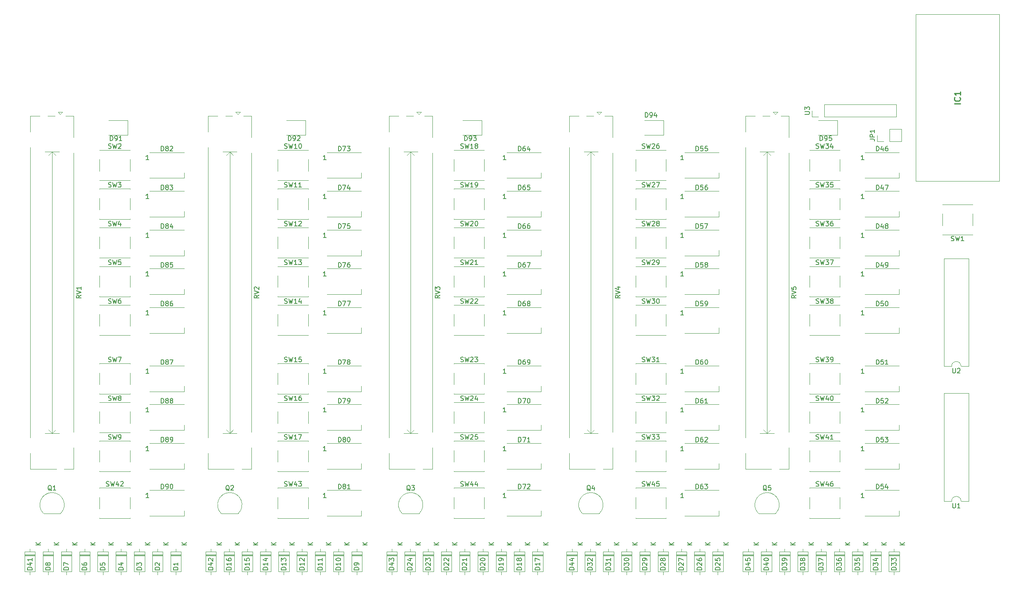
<source format=gbr>
%TF.GenerationSoftware,KiCad,Pcbnew,8.0.1*%
%TF.CreationDate,2024-04-10T00:32:00-05:00*%
%TF.ProjectId,ControlMixer,436f6e74-726f-46c4-9d69-7865722e6b69,rev?*%
%TF.SameCoordinates,Original*%
%TF.FileFunction,Legend,Top*%
%TF.FilePolarity,Positive*%
%FSLAX46Y46*%
G04 Gerber Fmt 4.6, Leading zero omitted, Abs format (unit mm)*
G04 Created by KiCad (PCBNEW 8.0.1) date 2024-04-10 00:32:00*
%MOMM*%
%LPD*%
G01*
G04 APERTURE LIST*
%ADD10C,0.254000*%
%ADD11C,0.150000*%
%ADD12C,0.100000*%
%ADD13C,0.120000*%
G04 APERTURE END LIST*
D10*
X239324318Y-48044762D02*
X238054318Y-48044762D01*
X239203365Y-46714285D02*
X239263842Y-46774761D01*
X239263842Y-46774761D02*
X239324318Y-46956190D01*
X239324318Y-46956190D02*
X239324318Y-47077142D01*
X239324318Y-47077142D02*
X239263842Y-47258571D01*
X239263842Y-47258571D02*
X239142889Y-47379523D01*
X239142889Y-47379523D02*
X239021937Y-47440000D01*
X239021937Y-47440000D02*
X238780032Y-47500476D01*
X238780032Y-47500476D02*
X238598603Y-47500476D01*
X238598603Y-47500476D02*
X238356699Y-47440000D01*
X238356699Y-47440000D02*
X238235746Y-47379523D01*
X238235746Y-47379523D02*
X238114794Y-47258571D01*
X238114794Y-47258571D02*
X238054318Y-47077142D01*
X238054318Y-47077142D02*
X238054318Y-46956190D01*
X238054318Y-46956190D02*
X238114794Y-46774761D01*
X238114794Y-46774761D02*
X238175270Y-46714285D01*
X239324318Y-45504761D02*
X239324318Y-46230476D01*
X239324318Y-45867619D02*
X238054318Y-45867619D01*
X238054318Y-45867619D02*
X238235746Y-45988571D01*
X238235746Y-45988571D02*
X238356699Y-46109523D01*
X238356699Y-46109523D02*
X238417175Y-46230476D01*
D11*
X52243883Y-88900238D02*
X51767692Y-89233571D01*
X52243883Y-89471666D02*
X51243883Y-89471666D01*
X51243883Y-89471666D02*
X51243883Y-89090714D01*
X51243883Y-89090714D02*
X51291502Y-88995476D01*
X51291502Y-88995476D02*
X51339121Y-88947857D01*
X51339121Y-88947857D02*
X51434359Y-88900238D01*
X51434359Y-88900238D02*
X51577216Y-88900238D01*
X51577216Y-88900238D02*
X51672454Y-88947857D01*
X51672454Y-88947857D02*
X51720073Y-88995476D01*
X51720073Y-88995476D02*
X51767692Y-89090714D01*
X51767692Y-89090714D02*
X51767692Y-89471666D01*
X51243883Y-88614523D02*
X52243883Y-88281190D01*
X52243883Y-88281190D02*
X51243883Y-87947857D01*
X52243883Y-87090714D02*
X52243883Y-87662142D01*
X52243883Y-87376428D02*
X51243883Y-87376428D01*
X51243883Y-87376428D02*
X51386740Y-87471666D01*
X51386740Y-87471666D02*
X51481978Y-87566904D01*
X51481978Y-87566904D02*
X51529597Y-87662142D01*
X161023569Y-147419285D02*
X160023569Y-147419285D01*
X160023569Y-147419285D02*
X160023569Y-147181190D01*
X160023569Y-147181190D02*
X160071188Y-147038333D01*
X160071188Y-147038333D02*
X160166426Y-146943095D01*
X160166426Y-146943095D02*
X160261664Y-146895476D01*
X160261664Y-146895476D02*
X160452140Y-146847857D01*
X160452140Y-146847857D02*
X160594997Y-146847857D01*
X160594997Y-146847857D02*
X160785473Y-146895476D01*
X160785473Y-146895476D02*
X160880711Y-146943095D01*
X160880711Y-146943095D02*
X160975950Y-147038333D01*
X160975950Y-147038333D02*
X161023569Y-147181190D01*
X161023569Y-147181190D02*
X161023569Y-147419285D01*
X160023569Y-146514523D02*
X160023569Y-145895476D01*
X160023569Y-145895476D02*
X160404521Y-146228809D01*
X160404521Y-146228809D02*
X160404521Y-146085952D01*
X160404521Y-146085952D02*
X160452140Y-145990714D01*
X160452140Y-145990714D02*
X160499759Y-145943095D01*
X160499759Y-145943095D02*
X160594997Y-145895476D01*
X160594997Y-145895476D02*
X160833092Y-145895476D01*
X160833092Y-145895476D02*
X160928330Y-145943095D01*
X160928330Y-145943095D02*
X160975950Y-145990714D01*
X160975950Y-145990714D02*
X161023569Y-146085952D01*
X161023569Y-146085952D02*
X161023569Y-146371666D01*
X161023569Y-146371666D02*
X160975950Y-146466904D01*
X160975950Y-146466904D02*
X160928330Y-146514523D01*
X160118807Y-145514523D02*
X160071188Y-145466904D01*
X160071188Y-145466904D02*
X160023569Y-145371666D01*
X160023569Y-145371666D02*
X160023569Y-145133571D01*
X160023569Y-145133571D02*
X160071188Y-145038333D01*
X160071188Y-145038333D02*
X160118807Y-144990714D01*
X160118807Y-144990714D02*
X160214045Y-144943095D01*
X160214045Y-144943095D02*
X160309283Y-144943095D01*
X160309283Y-144943095D02*
X160452140Y-144990714D01*
X160452140Y-144990714D02*
X161023569Y-145562142D01*
X161023569Y-145562142D02*
X161023569Y-144943095D01*
X162823569Y-142156904D02*
X161823569Y-142156904D01*
X162823569Y-141585476D02*
X162252140Y-142014047D01*
X161823569Y-141585476D02*
X162394997Y-142156904D01*
X221471650Y-120159819D02*
X221471650Y-119159819D01*
X221471650Y-119159819D02*
X221709745Y-119159819D01*
X221709745Y-119159819D02*
X221852602Y-119207438D01*
X221852602Y-119207438D02*
X221947840Y-119302676D01*
X221947840Y-119302676D02*
X221995459Y-119397914D01*
X221995459Y-119397914D02*
X222043078Y-119588390D01*
X222043078Y-119588390D02*
X222043078Y-119731247D01*
X222043078Y-119731247D02*
X221995459Y-119921723D01*
X221995459Y-119921723D02*
X221947840Y-120016961D01*
X221947840Y-120016961D02*
X221852602Y-120112200D01*
X221852602Y-120112200D02*
X221709745Y-120159819D01*
X221709745Y-120159819D02*
X221471650Y-120159819D01*
X222947840Y-119159819D02*
X222471650Y-119159819D01*
X222471650Y-119159819D02*
X222424031Y-119636009D01*
X222424031Y-119636009D02*
X222471650Y-119588390D01*
X222471650Y-119588390D02*
X222566888Y-119540771D01*
X222566888Y-119540771D02*
X222804983Y-119540771D01*
X222804983Y-119540771D02*
X222900221Y-119588390D01*
X222900221Y-119588390D02*
X222947840Y-119636009D01*
X222947840Y-119636009D02*
X222995459Y-119731247D01*
X222995459Y-119731247D02*
X222995459Y-119969342D01*
X222995459Y-119969342D02*
X222947840Y-120064580D01*
X222947840Y-120064580D02*
X222900221Y-120112200D01*
X222900221Y-120112200D02*
X222804983Y-120159819D01*
X222804983Y-120159819D02*
X222566888Y-120159819D01*
X222566888Y-120159819D02*
X222471650Y-120112200D01*
X222471650Y-120112200D02*
X222424031Y-120064580D01*
X223328793Y-119159819D02*
X223947840Y-119159819D01*
X223947840Y-119159819D02*
X223614507Y-119540771D01*
X223614507Y-119540771D02*
X223757364Y-119540771D01*
X223757364Y-119540771D02*
X223852602Y-119588390D01*
X223852602Y-119588390D02*
X223900221Y-119636009D01*
X223900221Y-119636009D02*
X223947840Y-119731247D01*
X223947840Y-119731247D02*
X223947840Y-119969342D01*
X223947840Y-119969342D02*
X223900221Y-120064580D01*
X223900221Y-120064580D02*
X223852602Y-120112200D01*
X223852602Y-120112200D02*
X223757364Y-120159819D01*
X223757364Y-120159819D02*
X223471650Y-120159819D01*
X223471650Y-120159819D02*
X223376412Y-120112200D01*
X223376412Y-120112200D02*
X223328793Y-120064580D01*
X218821650Y-122059819D02*
X218250222Y-122059819D01*
X218535936Y-122059819D02*
X218535936Y-121059819D01*
X218535936Y-121059819D02*
X218440698Y-121202676D01*
X218440698Y-121202676D02*
X218345460Y-121297914D01*
X218345460Y-121297914D02*
X218250222Y-121345533D01*
X171652976Y-103042200D02*
X171795833Y-103089819D01*
X171795833Y-103089819D02*
X172033928Y-103089819D01*
X172033928Y-103089819D02*
X172129166Y-103042200D01*
X172129166Y-103042200D02*
X172176785Y-102994580D01*
X172176785Y-102994580D02*
X172224404Y-102899342D01*
X172224404Y-102899342D02*
X172224404Y-102804104D01*
X172224404Y-102804104D02*
X172176785Y-102708866D01*
X172176785Y-102708866D02*
X172129166Y-102661247D01*
X172129166Y-102661247D02*
X172033928Y-102613628D01*
X172033928Y-102613628D02*
X171843452Y-102566009D01*
X171843452Y-102566009D02*
X171748214Y-102518390D01*
X171748214Y-102518390D02*
X171700595Y-102470771D01*
X171700595Y-102470771D02*
X171652976Y-102375533D01*
X171652976Y-102375533D02*
X171652976Y-102280295D01*
X171652976Y-102280295D02*
X171700595Y-102185057D01*
X171700595Y-102185057D02*
X171748214Y-102137438D01*
X171748214Y-102137438D02*
X171843452Y-102089819D01*
X171843452Y-102089819D02*
X172081547Y-102089819D01*
X172081547Y-102089819D02*
X172224404Y-102137438D01*
X172557738Y-102089819D02*
X172795833Y-103089819D01*
X172795833Y-103089819D02*
X172986309Y-102375533D01*
X172986309Y-102375533D02*
X173176785Y-103089819D01*
X173176785Y-103089819D02*
X173414881Y-102089819D01*
X173700595Y-102089819D02*
X174319642Y-102089819D01*
X174319642Y-102089819D02*
X173986309Y-102470771D01*
X173986309Y-102470771D02*
X174129166Y-102470771D01*
X174129166Y-102470771D02*
X174224404Y-102518390D01*
X174224404Y-102518390D02*
X174272023Y-102566009D01*
X174272023Y-102566009D02*
X174319642Y-102661247D01*
X174319642Y-102661247D02*
X174319642Y-102899342D01*
X174319642Y-102899342D02*
X174272023Y-102994580D01*
X174272023Y-102994580D02*
X174224404Y-103042200D01*
X174224404Y-103042200D02*
X174129166Y-103089819D01*
X174129166Y-103089819D02*
X173843452Y-103089819D01*
X173843452Y-103089819D02*
X173748214Y-103042200D01*
X173748214Y-103042200D02*
X173700595Y-102994580D01*
X175272023Y-103089819D02*
X174700595Y-103089819D01*
X174986309Y-103089819D02*
X174986309Y-102089819D01*
X174986309Y-102089819D02*
X174891071Y-102232676D01*
X174891071Y-102232676D02*
X174795833Y-102327914D01*
X174795833Y-102327914D02*
X174700595Y-102375533D01*
X84173569Y-147419285D02*
X83173569Y-147419285D01*
X83173569Y-147419285D02*
X83173569Y-147181190D01*
X83173569Y-147181190D02*
X83221188Y-147038333D01*
X83221188Y-147038333D02*
X83316426Y-146943095D01*
X83316426Y-146943095D02*
X83411664Y-146895476D01*
X83411664Y-146895476D02*
X83602140Y-146847857D01*
X83602140Y-146847857D02*
X83744997Y-146847857D01*
X83744997Y-146847857D02*
X83935473Y-146895476D01*
X83935473Y-146895476D02*
X84030711Y-146943095D01*
X84030711Y-146943095D02*
X84125950Y-147038333D01*
X84125950Y-147038333D02*
X84173569Y-147181190D01*
X84173569Y-147181190D02*
X84173569Y-147419285D01*
X84173569Y-145895476D02*
X84173569Y-146466904D01*
X84173569Y-146181190D02*
X83173569Y-146181190D01*
X83173569Y-146181190D02*
X83316426Y-146276428D01*
X83316426Y-146276428D02*
X83411664Y-146371666D01*
X83411664Y-146371666D02*
X83459283Y-146466904D01*
X83173569Y-145038333D02*
X83173569Y-145228809D01*
X83173569Y-145228809D02*
X83221188Y-145324047D01*
X83221188Y-145324047D02*
X83268807Y-145371666D01*
X83268807Y-145371666D02*
X83411664Y-145466904D01*
X83411664Y-145466904D02*
X83602140Y-145514523D01*
X83602140Y-145514523D02*
X83983092Y-145514523D01*
X83983092Y-145514523D02*
X84078330Y-145466904D01*
X84078330Y-145466904D02*
X84125950Y-145419285D01*
X84125950Y-145419285D02*
X84173569Y-145324047D01*
X84173569Y-145324047D02*
X84173569Y-145133571D01*
X84173569Y-145133571D02*
X84125950Y-145038333D01*
X84125950Y-145038333D02*
X84078330Y-144990714D01*
X84078330Y-144990714D02*
X83983092Y-144943095D01*
X83983092Y-144943095D02*
X83744997Y-144943095D01*
X83744997Y-144943095D02*
X83649759Y-144990714D01*
X83649759Y-144990714D02*
X83602140Y-145038333D01*
X83602140Y-145038333D02*
X83554521Y-145133571D01*
X83554521Y-145133571D02*
X83554521Y-145324047D01*
X83554521Y-145324047D02*
X83602140Y-145419285D01*
X83602140Y-145419285D02*
X83649759Y-145466904D01*
X83649759Y-145466904D02*
X83744997Y-145514523D01*
X85973569Y-142156904D02*
X84973569Y-142156904D01*
X85973569Y-141585476D02*
X85402140Y-142014047D01*
X84973569Y-141585476D02*
X85544997Y-142156904D01*
X208652976Y-82322200D02*
X208795833Y-82369819D01*
X208795833Y-82369819D02*
X209033928Y-82369819D01*
X209033928Y-82369819D02*
X209129166Y-82322200D01*
X209129166Y-82322200D02*
X209176785Y-82274580D01*
X209176785Y-82274580D02*
X209224404Y-82179342D01*
X209224404Y-82179342D02*
X209224404Y-82084104D01*
X209224404Y-82084104D02*
X209176785Y-81988866D01*
X209176785Y-81988866D02*
X209129166Y-81941247D01*
X209129166Y-81941247D02*
X209033928Y-81893628D01*
X209033928Y-81893628D02*
X208843452Y-81846009D01*
X208843452Y-81846009D02*
X208748214Y-81798390D01*
X208748214Y-81798390D02*
X208700595Y-81750771D01*
X208700595Y-81750771D02*
X208652976Y-81655533D01*
X208652976Y-81655533D02*
X208652976Y-81560295D01*
X208652976Y-81560295D02*
X208700595Y-81465057D01*
X208700595Y-81465057D02*
X208748214Y-81417438D01*
X208748214Y-81417438D02*
X208843452Y-81369819D01*
X208843452Y-81369819D02*
X209081547Y-81369819D01*
X209081547Y-81369819D02*
X209224404Y-81417438D01*
X209557738Y-81369819D02*
X209795833Y-82369819D01*
X209795833Y-82369819D02*
X209986309Y-81655533D01*
X209986309Y-81655533D02*
X210176785Y-82369819D01*
X210176785Y-82369819D02*
X210414881Y-81369819D01*
X210700595Y-81369819D02*
X211319642Y-81369819D01*
X211319642Y-81369819D02*
X210986309Y-81750771D01*
X210986309Y-81750771D02*
X211129166Y-81750771D01*
X211129166Y-81750771D02*
X211224404Y-81798390D01*
X211224404Y-81798390D02*
X211272023Y-81846009D01*
X211272023Y-81846009D02*
X211319642Y-81941247D01*
X211319642Y-81941247D02*
X211319642Y-82179342D01*
X211319642Y-82179342D02*
X211272023Y-82274580D01*
X211272023Y-82274580D02*
X211224404Y-82322200D01*
X211224404Y-82322200D02*
X211129166Y-82369819D01*
X211129166Y-82369819D02*
X210843452Y-82369819D01*
X210843452Y-82369819D02*
X210748214Y-82322200D01*
X210748214Y-82322200D02*
X210700595Y-82274580D01*
X211652976Y-81369819D02*
X212319642Y-81369819D01*
X212319642Y-81369819D02*
X211891071Y-82369819D01*
X208652976Y-103042200D02*
X208795833Y-103089819D01*
X208795833Y-103089819D02*
X209033928Y-103089819D01*
X209033928Y-103089819D02*
X209129166Y-103042200D01*
X209129166Y-103042200D02*
X209176785Y-102994580D01*
X209176785Y-102994580D02*
X209224404Y-102899342D01*
X209224404Y-102899342D02*
X209224404Y-102804104D01*
X209224404Y-102804104D02*
X209176785Y-102708866D01*
X209176785Y-102708866D02*
X209129166Y-102661247D01*
X209129166Y-102661247D02*
X209033928Y-102613628D01*
X209033928Y-102613628D02*
X208843452Y-102566009D01*
X208843452Y-102566009D02*
X208748214Y-102518390D01*
X208748214Y-102518390D02*
X208700595Y-102470771D01*
X208700595Y-102470771D02*
X208652976Y-102375533D01*
X208652976Y-102375533D02*
X208652976Y-102280295D01*
X208652976Y-102280295D02*
X208700595Y-102185057D01*
X208700595Y-102185057D02*
X208748214Y-102137438D01*
X208748214Y-102137438D02*
X208843452Y-102089819D01*
X208843452Y-102089819D02*
X209081547Y-102089819D01*
X209081547Y-102089819D02*
X209224404Y-102137438D01*
X209557738Y-102089819D02*
X209795833Y-103089819D01*
X209795833Y-103089819D02*
X209986309Y-102375533D01*
X209986309Y-102375533D02*
X210176785Y-103089819D01*
X210176785Y-103089819D02*
X210414881Y-102089819D01*
X210700595Y-102089819D02*
X211319642Y-102089819D01*
X211319642Y-102089819D02*
X210986309Y-102470771D01*
X210986309Y-102470771D02*
X211129166Y-102470771D01*
X211129166Y-102470771D02*
X211224404Y-102518390D01*
X211224404Y-102518390D02*
X211272023Y-102566009D01*
X211272023Y-102566009D02*
X211319642Y-102661247D01*
X211319642Y-102661247D02*
X211319642Y-102899342D01*
X211319642Y-102899342D02*
X211272023Y-102994580D01*
X211272023Y-102994580D02*
X211224404Y-103042200D01*
X211224404Y-103042200D02*
X211129166Y-103089819D01*
X211129166Y-103089819D02*
X210843452Y-103089819D01*
X210843452Y-103089819D02*
X210748214Y-103042200D01*
X210748214Y-103042200D02*
X210700595Y-102994580D01*
X211795833Y-103089819D02*
X211986309Y-103089819D01*
X211986309Y-103089819D02*
X212081547Y-103042200D01*
X212081547Y-103042200D02*
X212129166Y-102994580D01*
X212129166Y-102994580D02*
X212224404Y-102851723D01*
X212224404Y-102851723D02*
X212272023Y-102661247D01*
X212272023Y-102661247D02*
X212272023Y-102280295D01*
X212272023Y-102280295D02*
X212224404Y-102185057D01*
X212224404Y-102185057D02*
X212176785Y-102137438D01*
X212176785Y-102137438D02*
X212081547Y-102089819D01*
X212081547Y-102089819D02*
X211891071Y-102089819D01*
X211891071Y-102089819D02*
X211795833Y-102137438D01*
X211795833Y-102137438D02*
X211748214Y-102185057D01*
X211748214Y-102185057D02*
X211700595Y-102280295D01*
X211700595Y-102280295D02*
X211700595Y-102518390D01*
X211700595Y-102518390D02*
X211748214Y-102613628D01*
X211748214Y-102613628D02*
X211795833Y-102661247D01*
X211795833Y-102661247D02*
X211891071Y-102708866D01*
X211891071Y-102708866D02*
X212081547Y-102708866D01*
X212081547Y-102708866D02*
X212176785Y-102661247D01*
X212176785Y-102661247D02*
X212224404Y-102613628D01*
X212224404Y-102613628D02*
X212272023Y-102518390D01*
X58055731Y-65802200D02*
X58198588Y-65849819D01*
X58198588Y-65849819D02*
X58436683Y-65849819D01*
X58436683Y-65849819D02*
X58531921Y-65802200D01*
X58531921Y-65802200D02*
X58579540Y-65754580D01*
X58579540Y-65754580D02*
X58627159Y-65659342D01*
X58627159Y-65659342D02*
X58627159Y-65564104D01*
X58627159Y-65564104D02*
X58579540Y-65468866D01*
X58579540Y-65468866D02*
X58531921Y-65421247D01*
X58531921Y-65421247D02*
X58436683Y-65373628D01*
X58436683Y-65373628D02*
X58246207Y-65326009D01*
X58246207Y-65326009D02*
X58150969Y-65278390D01*
X58150969Y-65278390D02*
X58103350Y-65230771D01*
X58103350Y-65230771D02*
X58055731Y-65135533D01*
X58055731Y-65135533D02*
X58055731Y-65040295D01*
X58055731Y-65040295D02*
X58103350Y-64945057D01*
X58103350Y-64945057D02*
X58150969Y-64897438D01*
X58150969Y-64897438D02*
X58246207Y-64849819D01*
X58246207Y-64849819D02*
X58484302Y-64849819D01*
X58484302Y-64849819D02*
X58627159Y-64897438D01*
X58960493Y-64849819D02*
X59198588Y-65849819D01*
X59198588Y-65849819D02*
X59389064Y-65135533D01*
X59389064Y-65135533D02*
X59579540Y-65849819D01*
X59579540Y-65849819D02*
X59817636Y-64849819D01*
X60103350Y-64849819D02*
X60722397Y-64849819D01*
X60722397Y-64849819D02*
X60389064Y-65230771D01*
X60389064Y-65230771D02*
X60531921Y-65230771D01*
X60531921Y-65230771D02*
X60627159Y-65278390D01*
X60627159Y-65278390D02*
X60674778Y-65326009D01*
X60674778Y-65326009D02*
X60722397Y-65421247D01*
X60722397Y-65421247D02*
X60722397Y-65659342D01*
X60722397Y-65659342D02*
X60674778Y-65754580D01*
X60674778Y-65754580D02*
X60627159Y-65802200D01*
X60627159Y-65802200D02*
X60531921Y-65849819D01*
X60531921Y-65849819D02*
X60246207Y-65849819D01*
X60246207Y-65849819D02*
X60150969Y-65802200D01*
X60150969Y-65802200D02*
X60103350Y-65754580D01*
X90067319Y-88900238D02*
X89591128Y-89233571D01*
X90067319Y-89471666D02*
X89067319Y-89471666D01*
X89067319Y-89471666D02*
X89067319Y-89090714D01*
X89067319Y-89090714D02*
X89114938Y-88995476D01*
X89114938Y-88995476D02*
X89162557Y-88947857D01*
X89162557Y-88947857D02*
X89257795Y-88900238D01*
X89257795Y-88900238D02*
X89400652Y-88900238D01*
X89400652Y-88900238D02*
X89495890Y-88947857D01*
X89495890Y-88947857D02*
X89543509Y-88995476D01*
X89543509Y-88995476D02*
X89591128Y-89090714D01*
X89591128Y-89090714D02*
X89591128Y-89471666D01*
X89067319Y-88614523D02*
X90067319Y-88281190D01*
X90067319Y-88281190D02*
X89067319Y-87947857D01*
X89162557Y-87662142D02*
X89114938Y-87614523D01*
X89114938Y-87614523D02*
X89067319Y-87519285D01*
X89067319Y-87519285D02*
X89067319Y-87281190D01*
X89067319Y-87281190D02*
X89114938Y-87185952D01*
X89114938Y-87185952D02*
X89162557Y-87138333D01*
X89162557Y-87138333D02*
X89257795Y-87090714D01*
X89257795Y-87090714D02*
X89353033Y-87090714D01*
X89353033Y-87090714D02*
X89495890Y-87138333D01*
X89495890Y-87138333D02*
X90067319Y-87709761D01*
X90067319Y-87709761D02*
X90067319Y-87090714D01*
X61193883Y-147419285D02*
X60193883Y-147419285D01*
X60193883Y-147419285D02*
X60193883Y-147181190D01*
X60193883Y-147181190D02*
X60241502Y-147038333D01*
X60241502Y-147038333D02*
X60336740Y-146943095D01*
X60336740Y-146943095D02*
X60431978Y-146895476D01*
X60431978Y-146895476D02*
X60622454Y-146847857D01*
X60622454Y-146847857D02*
X60765311Y-146847857D01*
X60765311Y-146847857D02*
X60955787Y-146895476D01*
X60955787Y-146895476D02*
X61051025Y-146943095D01*
X61051025Y-146943095D02*
X61146264Y-147038333D01*
X61146264Y-147038333D02*
X61193883Y-147181190D01*
X61193883Y-147181190D02*
X61193883Y-147419285D01*
X60527216Y-145990714D02*
X61193883Y-145990714D01*
X60146264Y-146228809D02*
X60860549Y-146466904D01*
X60860549Y-146466904D02*
X60860549Y-145847857D01*
X62993883Y-142156904D02*
X61993883Y-142156904D01*
X62993883Y-141585476D02*
X62422454Y-142014047D01*
X61993883Y-141585476D02*
X62565311Y-142156904D01*
X91936069Y-147419285D02*
X90936069Y-147419285D01*
X90936069Y-147419285D02*
X90936069Y-147181190D01*
X90936069Y-147181190D02*
X90983688Y-147038333D01*
X90983688Y-147038333D02*
X91078926Y-146943095D01*
X91078926Y-146943095D02*
X91174164Y-146895476D01*
X91174164Y-146895476D02*
X91364640Y-146847857D01*
X91364640Y-146847857D02*
X91507497Y-146847857D01*
X91507497Y-146847857D02*
X91697973Y-146895476D01*
X91697973Y-146895476D02*
X91793211Y-146943095D01*
X91793211Y-146943095D02*
X91888450Y-147038333D01*
X91888450Y-147038333D02*
X91936069Y-147181190D01*
X91936069Y-147181190D02*
X91936069Y-147419285D01*
X91936069Y-145895476D02*
X91936069Y-146466904D01*
X91936069Y-146181190D02*
X90936069Y-146181190D01*
X90936069Y-146181190D02*
X91078926Y-146276428D01*
X91078926Y-146276428D02*
X91174164Y-146371666D01*
X91174164Y-146371666D02*
X91221783Y-146466904D01*
X91269402Y-145038333D02*
X91936069Y-145038333D01*
X90888450Y-145276428D02*
X91602735Y-145514523D01*
X91602735Y-145514523D02*
X91602735Y-144895476D01*
X93736069Y-142156904D02*
X92736069Y-142156904D01*
X93736069Y-141585476D02*
X93164640Y-142014047D01*
X92736069Y-141585476D02*
X93307497Y-142156904D01*
X103579819Y-147419285D02*
X102579819Y-147419285D01*
X102579819Y-147419285D02*
X102579819Y-147181190D01*
X102579819Y-147181190D02*
X102627438Y-147038333D01*
X102627438Y-147038333D02*
X102722676Y-146943095D01*
X102722676Y-146943095D02*
X102817914Y-146895476D01*
X102817914Y-146895476D02*
X103008390Y-146847857D01*
X103008390Y-146847857D02*
X103151247Y-146847857D01*
X103151247Y-146847857D02*
X103341723Y-146895476D01*
X103341723Y-146895476D02*
X103436961Y-146943095D01*
X103436961Y-146943095D02*
X103532200Y-147038333D01*
X103532200Y-147038333D02*
X103579819Y-147181190D01*
X103579819Y-147181190D02*
X103579819Y-147419285D01*
X103579819Y-145895476D02*
X103579819Y-146466904D01*
X103579819Y-146181190D02*
X102579819Y-146181190D01*
X102579819Y-146181190D02*
X102722676Y-146276428D01*
X102722676Y-146276428D02*
X102817914Y-146371666D01*
X102817914Y-146371666D02*
X102865533Y-146466904D01*
X103579819Y-144943095D02*
X103579819Y-145514523D01*
X103579819Y-145228809D02*
X102579819Y-145228809D01*
X102579819Y-145228809D02*
X102722676Y-145324047D01*
X102722676Y-145324047D02*
X102817914Y-145419285D01*
X102817914Y-145419285D02*
X102865533Y-145514523D01*
X105379819Y-142156904D02*
X104379819Y-142156904D01*
X105379819Y-141585476D02*
X104808390Y-142014047D01*
X104379819Y-141585476D02*
X104951247Y-142156904D01*
X134317319Y-147419285D02*
X133317319Y-147419285D01*
X133317319Y-147419285D02*
X133317319Y-147181190D01*
X133317319Y-147181190D02*
X133364938Y-147038333D01*
X133364938Y-147038333D02*
X133460176Y-146943095D01*
X133460176Y-146943095D02*
X133555414Y-146895476D01*
X133555414Y-146895476D02*
X133745890Y-146847857D01*
X133745890Y-146847857D02*
X133888747Y-146847857D01*
X133888747Y-146847857D02*
X134079223Y-146895476D01*
X134079223Y-146895476D02*
X134174461Y-146943095D01*
X134174461Y-146943095D02*
X134269700Y-147038333D01*
X134269700Y-147038333D02*
X134317319Y-147181190D01*
X134317319Y-147181190D02*
X134317319Y-147419285D01*
X133412557Y-146466904D02*
X133364938Y-146419285D01*
X133364938Y-146419285D02*
X133317319Y-146324047D01*
X133317319Y-146324047D02*
X133317319Y-146085952D01*
X133317319Y-146085952D02*
X133364938Y-145990714D01*
X133364938Y-145990714D02*
X133412557Y-145943095D01*
X133412557Y-145943095D02*
X133507795Y-145895476D01*
X133507795Y-145895476D02*
X133603033Y-145895476D01*
X133603033Y-145895476D02*
X133745890Y-145943095D01*
X133745890Y-145943095D02*
X134317319Y-146514523D01*
X134317319Y-146514523D02*
X134317319Y-145895476D01*
X134317319Y-144943095D02*
X134317319Y-145514523D01*
X134317319Y-145228809D02*
X133317319Y-145228809D01*
X133317319Y-145228809D02*
X133460176Y-145324047D01*
X133460176Y-145324047D02*
X133555414Y-145419285D01*
X133555414Y-145419285D02*
X133603033Y-145514523D01*
X136117319Y-142156904D02*
X135117319Y-142156904D01*
X136117319Y-141585476D02*
X135545890Y-142014047D01*
X135117319Y-141585476D02*
X135688747Y-142156904D01*
X221471650Y-82919819D02*
X221471650Y-81919819D01*
X221471650Y-81919819D02*
X221709745Y-81919819D01*
X221709745Y-81919819D02*
X221852602Y-81967438D01*
X221852602Y-81967438D02*
X221947840Y-82062676D01*
X221947840Y-82062676D02*
X221995459Y-82157914D01*
X221995459Y-82157914D02*
X222043078Y-82348390D01*
X222043078Y-82348390D02*
X222043078Y-82491247D01*
X222043078Y-82491247D02*
X221995459Y-82681723D01*
X221995459Y-82681723D02*
X221947840Y-82776961D01*
X221947840Y-82776961D02*
X221852602Y-82872200D01*
X221852602Y-82872200D02*
X221709745Y-82919819D01*
X221709745Y-82919819D02*
X221471650Y-82919819D01*
X222900221Y-82253152D02*
X222900221Y-82919819D01*
X222662126Y-81872200D02*
X222424031Y-82586485D01*
X222424031Y-82586485D02*
X223043078Y-82586485D01*
X223471650Y-82919819D02*
X223662126Y-82919819D01*
X223662126Y-82919819D02*
X223757364Y-82872200D01*
X223757364Y-82872200D02*
X223804983Y-82824580D01*
X223804983Y-82824580D02*
X223900221Y-82681723D01*
X223900221Y-82681723D02*
X223947840Y-82491247D01*
X223947840Y-82491247D02*
X223947840Y-82110295D01*
X223947840Y-82110295D02*
X223900221Y-82015057D01*
X223900221Y-82015057D02*
X223852602Y-81967438D01*
X223852602Y-81967438D02*
X223757364Y-81919819D01*
X223757364Y-81919819D02*
X223566888Y-81919819D01*
X223566888Y-81919819D02*
X223471650Y-81967438D01*
X223471650Y-81967438D02*
X223424031Y-82015057D01*
X223424031Y-82015057D02*
X223376412Y-82110295D01*
X223376412Y-82110295D02*
X223376412Y-82348390D01*
X223376412Y-82348390D02*
X223424031Y-82443628D01*
X223424031Y-82443628D02*
X223471650Y-82491247D01*
X223471650Y-82491247D02*
X223566888Y-82538866D01*
X223566888Y-82538866D02*
X223757364Y-82538866D01*
X223757364Y-82538866D02*
X223852602Y-82491247D01*
X223852602Y-82491247D02*
X223900221Y-82443628D01*
X223900221Y-82443628D02*
X223947840Y-82348390D01*
X218821650Y-84819819D02*
X218250222Y-84819819D01*
X218535936Y-84819819D02*
X218535936Y-83819819D01*
X218535936Y-83819819D02*
X218440698Y-83962676D01*
X218440698Y-83962676D02*
X218345460Y-84057914D01*
X218345460Y-84057914D02*
X218250222Y-84105533D01*
X133002976Y-111302200D02*
X133145833Y-111349819D01*
X133145833Y-111349819D02*
X133383928Y-111349819D01*
X133383928Y-111349819D02*
X133479166Y-111302200D01*
X133479166Y-111302200D02*
X133526785Y-111254580D01*
X133526785Y-111254580D02*
X133574404Y-111159342D01*
X133574404Y-111159342D02*
X133574404Y-111064104D01*
X133574404Y-111064104D02*
X133526785Y-110968866D01*
X133526785Y-110968866D02*
X133479166Y-110921247D01*
X133479166Y-110921247D02*
X133383928Y-110873628D01*
X133383928Y-110873628D02*
X133193452Y-110826009D01*
X133193452Y-110826009D02*
X133098214Y-110778390D01*
X133098214Y-110778390D02*
X133050595Y-110730771D01*
X133050595Y-110730771D02*
X133002976Y-110635533D01*
X133002976Y-110635533D02*
X133002976Y-110540295D01*
X133002976Y-110540295D02*
X133050595Y-110445057D01*
X133050595Y-110445057D02*
X133098214Y-110397438D01*
X133098214Y-110397438D02*
X133193452Y-110349819D01*
X133193452Y-110349819D02*
X133431547Y-110349819D01*
X133431547Y-110349819D02*
X133574404Y-110397438D01*
X133907738Y-110349819D02*
X134145833Y-111349819D01*
X134145833Y-111349819D02*
X134336309Y-110635533D01*
X134336309Y-110635533D02*
X134526785Y-111349819D01*
X134526785Y-111349819D02*
X134764881Y-110349819D01*
X135098214Y-110445057D02*
X135145833Y-110397438D01*
X135145833Y-110397438D02*
X135241071Y-110349819D01*
X135241071Y-110349819D02*
X135479166Y-110349819D01*
X135479166Y-110349819D02*
X135574404Y-110397438D01*
X135574404Y-110397438D02*
X135622023Y-110445057D01*
X135622023Y-110445057D02*
X135669642Y-110540295D01*
X135669642Y-110540295D02*
X135669642Y-110635533D01*
X135669642Y-110635533D02*
X135622023Y-110778390D01*
X135622023Y-110778390D02*
X135050595Y-111349819D01*
X135050595Y-111349819D02*
X135669642Y-111349819D01*
X136526785Y-110683152D02*
X136526785Y-111349819D01*
X136288690Y-110302200D02*
X136050595Y-111016485D01*
X136050595Y-111016485D02*
X136669642Y-111016485D01*
X208652976Y-119562200D02*
X208795833Y-119609819D01*
X208795833Y-119609819D02*
X209033928Y-119609819D01*
X209033928Y-119609819D02*
X209129166Y-119562200D01*
X209129166Y-119562200D02*
X209176785Y-119514580D01*
X209176785Y-119514580D02*
X209224404Y-119419342D01*
X209224404Y-119419342D02*
X209224404Y-119324104D01*
X209224404Y-119324104D02*
X209176785Y-119228866D01*
X209176785Y-119228866D02*
X209129166Y-119181247D01*
X209129166Y-119181247D02*
X209033928Y-119133628D01*
X209033928Y-119133628D02*
X208843452Y-119086009D01*
X208843452Y-119086009D02*
X208748214Y-119038390D01*
X208748214Y-119038390D02*
X208700595Y-118990771D01*
X208700595Y-118990771D02*
X208652976Y-118895533D01*
X208652976Y-118895533D02*
X208652976Y-118800295D01*
X208652976Y-118800295D02*
X208700595Y-118705057D01*
X208700595Y-118705057D02*
X208748214Y-118657438D01*
X208748214Y-118657438D02*
X208843452Y-118609819D01*
X208843452Y-118609819D02*
X209081547Y-118609819D01*
X209081547Y-118609819D02*
X209224404Y-118657438D01*
X209557738Y-118609819D02*
X209795833Y-119609819D01*
X209795833Y-119609819D02*
X209986309Y-118895533D01*
X209986309Y-118895533D02*
X210176785Y-119609819D01*
X210176785Y-119609819D02*
X210414881Y-118609819D01*
X211224404Y-118943152D02*
X211224404Y-119609819D01*
X210986309Y-118562200D02*
X210748214Y-119276485D01*
X210748214Y-119276485D02*
X211367261Y-119276485D01*
X212272023Y-119609819D02*
X211700595Y-119609819D01*
X211986309Y-119609819D02*
X211986309Y-118609819D01*
X211986309Y-118609819D02*
X211891071Y-118752676D01*
X211891071Y-118752676D02*
X211795833Y-118847914D01*
X211795833Y-118847914D02*
X211700595Y-118895533D01*
X221471650Y-111899819D02*
X221471650Y-110899819D01*
X221471650Y-110899819D02*
X221709745Y-110899819D01*
X221709745Y-110899819D02*
X221852602Y-110947438D01*
X221852602Y-110947438D02*
X221947840Y-111042676D01*
X221947840Y-111042676D02*
X221995459Y-111137914D01*
X221995459Y-111137914D02*
X222043078Y-111328390D01*
X222043078Y-111328390D02*
X222043078Y-111471247D01*
X222043078Y-111471247D02*
X221995459Y-111661723D01*
X221995459Y-111661723D02*
X221947840Y-111756961D01*
X221947840Y-111756961D02*
X221852602Y-111852200D01*
X221852602Y-111852200D02*
X221709745Y-111899819D01*
X221709745Y-111899819D02*
X221471650Y-111899819D01*
X222947840Y-110899819D02*
X222471650Y-110899819D01*
X222471650Y-110899819D02*
X222424031Y-111376009D01*
X222424031Y-111376009D02*
X222471650Y-111328390D01*
X222471650Y-111328390D02*
X222566888Y-111280771D01*
X222566888Y-111280771D02*
X222804983Y-111280771D01*
X222804983Y-111280771D02*
X222900221Y-111328390D01*
X222900221Y-111328390D02*
X222947840Y-111376009D01*
X222947840Y-111376009D02*
X222995459Y-111471247D01*
X222995459Y-111471247D02*
X222995459Y-111709342D01*
X222995459Y-111709342D02*
X222947840Y-111804580D01*
X222947840Y-111804580D02*
X222900221Y-111852200D01*
X222900221Y-111852200D02*
X222804983Y-111899819D01*
X222804983Y-111899819D02*
X222566888Y-111899819D01*
X222566888Y-111899819D02*
X222471650Y-111852200D01*
X222471650Y-111852200D02*
X222424031Y-111804580D01*
X223376412Y-110995057D02*
X223424031Y-110947438D01*
X223424031Y-110947438D02*
X223519269Y-110899819D01*
X223519269Y-110899819D02*
X223757364Y-110899819D01*
X223757364Y-110899819D02*
X223852602Y-110947438D01*
X223852602Y-110947438D02*
X223900221Y-110995057D01*
X223900221Y-110995057D02*
X223947840Y-111090295D01*
X223947840Y-111090295D02*
X223947840Y-111185533D01*
X223947840Y-111185533D02*
X223900221Y-111328390D01*
X223900221Y-111328390D02*
X223328793Y-111899819D01*
X223328793Y-111899819D02*
X223947840Y-111899819D01*
X218821650Y-113799819D02*
X218250222Y-113799819D01*
X218535936Y-113799819D02*
X218535936Y-112799819D01*
X218535936Y-112799819D02*
X218440698Y-112942676D01*
X218440698Y-112942676D02*
X218345460Y-113037914D01*
X218345460Y-113037914D02*
X218250222Y-113085533D01*
X106998214Y-82919819D02*
X106998214Y-81919819D01*
X106998214Y-81919819D02*
X107236309Y-81919819D01*
X107236309Y-81919819D02*
X107379166Y-81967438D01*
X107379166Y-81967438D02*
X107474404Y-82062676D01*
X107474404Y-82062676D02*
X107522023Y-82157914D01*
X107522023Y-82157914D02*
X107569642Y-82348390D01*
X107569642Y-82348390D02*
X107569642Y-82491247D01*
X107569642Y-82491247D02*
X107522023Y-82681723D01*
X107522023Y-82681723D02*
X107474404Y-82776961D01*
X107474404Y-82776961D02*
X107379166Y-82872200D01*
X107379166Y-82872200D02*
X107236309Y-82919819D01*
X107236309Y-82919819D02*
X106998214Y-82919819D01*
X107902976Y-81919819D02*
X108569642Y-81919819D01*
X108569642Y-81919819D02*
X108141071Y-82919819D01*
X109379166Y-81919819D02*
X109188690Y-81919819D01*
X109188690Y-81919819D02*
X109093452Y-81967438D01*
X109093452Y-81967438D02*
X109045833Y-82015057D01*
X109045833Y-82015057D02*
X108950595Y-82157914D01*
X108950595Y-82157914D02*
X108902976Y-82348390D01*
X108902976Y-82348390D02*
X108902976Y-82729342D01*
X108902976Y-82729342D02*
X108950595Y-82824580D01*
X108950595Y-82824580D02*
X108998214Y-82872200D01*
X108998214Y-82872200D02*
X109093452Y-82919819D01*
X109093452Y-82919819D02*
X109283928Y-82919819D01*
X109283928Y-82919819D02*
X109379166Y-82872200D01*
X109379166Y-82872200D02*
X109426785Y-82824580D01*
X109426785Y-82824580D02*
X109474404Y-82729342D01*
X109474404Y-82729342D02*
X109474404Y-82491247D01*
X109474404Y-82491247D02*
X109426785Y-82396009D01*
X109426785Y-82396009D02*
X109379166Y-82348390D01*
X109379166Y-82348390D02*
X109283928Y-82300771D01*
X109283928Y-82300771D02*
X109093452Y-82300771D01*
X109093452Y-82300771D02*
X108998214Y-82348390D01*
X108998214Y-82348390D02*
X108950595Y-82396009D01*
X108950595Y-82396009D02*
X108902976Y-82491247D01*
X104348214Y-84819819D02*
X103776786Y-84819819D01*
X104062500Y-84819819D02*
X104062500Y-83819819D01*
X104062500Y-83819819D02*
X103967262Y-83962676D01*
X103967262Y-83962676D02*
X103872024Y-84057914D01*
X103872024Y-84057914D02*
X103776786Y-84105533D01*
X58055731Y-119562200D02*
X58198588Y-119609819D01*
X58198588Y-119609819D02*
X58436683Y-119609819D01*
X58436683Y-119609819D02*
X58531921Y-119562200D01*
X58531921Y-119562200D02*
X58579540Y-119514580D01*
X58579540Y-119514580D02*
X58627159Y-119419342D01*
X58627159Y-119419342D02*
X58627159Y-119324104D01*
X58627159Y-119324104D02*
X58579540Y-119228866D01*
X58579540Y-119228866D02*
X58531921Y-119181247D01*
X58531921Y-119181247D02*
X58436683Y-119133628D01*
X58436683Y-119133628D02*
X58246207Y-119086009D01*
X58246207Y-119086009D02*
X58150969Y-119038390D01*
X58150969Y-119038390D02*
X58103350Y-118990771D01*
X58103350Y-118990771D02*
X58055731Y-118895533D01*
X58055731Y-118895533D02*
X58055731Y-118800295D01*
X58055731Y-118800295D02*
X58103350Y-118705057D01*
X58103350Y-118705057D02*
X58150969Y-118657438D01*
X58150969Y-118657438D02*
X58246207Y-118609819D01*
X58246207Y-118609819D02*
X58484302Y-118609819D01*
X58484302Y-118609819D02*
X58627159Y-118657438D01*
X58960493Y-118609819D02*
X59198588Y-119609819D01*
X59198588Y-119609819D02*
X59389064Y-118895533D01*
X59389064Y-118895533D02*
X59579540Y-119609819D01*
X59579540Y-119609819D02*
X59817636Y-118609819D01*
X60246207Y-119609819D02*
X60436683Y-119609819D01*
X60436683Y-119609819D02*
X60531921Y-119562200D01*
X60531921Y-119562200D02*
X60579540Y-119514580D01*
X60579540Y-119514580D02*
X60674778Y-119371723D01*
X60674778Y-119371723D02*
X60722397Y-119181247D01*
X60722397Y-119181247D02*
X60722397Y-118800295D01*
X60722397Y-118800295D02*
X60674778Y-118705057D01*
X60674778Y-118705057D02*
X60627159Y-118657438D01*
X60627159Y-118657438D02*
X60531921Y-118609819D01*
X60531921Y-118609819D02*
X60341445Y-118609819D01*
X60341445Y-118609819D02*
X60246207Y-118657438D01*
X60246207Y-118657438D02*
X60198588Y-118705057D01*
X60198588Y-118705057D02*
X60150969Y-118800295D01*
X60150969Y-118800295D02*
X60150969Y-119038390D01*
X60150969Y-119038390D02*
X60198588Y-119133628D01*
X60198588Y-119133628D02*
X60246207Y-119181247D01*
X60246207Y-119181247D02*
X60341445Y-119228866D01*
X60341445Y-119228866D02*
X60531921Y-119228866D01*
X60531921Y-119228866D02*
X60627159Y-119181247D01*
X60627159Y-119181247D02*
X60674778Y-119133628D01*
X60674778Y-119133628D02*
X60722397Y-119038390D01*
X208652976Y-65802200D02*
X208795833Y-65849819D01*
X208795833Y-65849819D02*
X209033928Y-65849819D01*
X209033928Y-65849819D02*
X209129166Y-65802200D01*
X209129166Y-65802200D02*
X209176785Y-65754580D01*
X209176785Y-65754580D02*
X209224404Y-65659342D01*
X209224404Y-65659342D02*
X209224404Y-65564104D01*
X209224404Y-65564104D02*
X209176785Y-65468866D01*
X209176785Y-65468866D02*
X209129166Y-65421247D01*
X209129166Y-65421247D02*
X209033928Y-65373628D01*
X209033928Y-65373628D02*
X208843452Y-65326009D01*
X208843452Y-65326009D02*
X208748214Y-65278390D01*
X208748214Y-65278390D02*
X208700595Y-65230771D01*
X208700595Y-65230771D02*
X208652976Y-65135533D01*
X208652976Y-65135533D02*
X208652976Y-65040295D01*
X208652976Y-65040295D02*
X208700595Y-64945057D01*
X208700595Y-64945057D02*
X208748214Y-64897438D01*
X208748214Y-64897438D02*
X208843452Y-64849819D01*
X208843452Y-64849819D02*
X209081547Y-64849819D01*
X209081547Y-64849819D02*
X209224404Y-64897438D01*
X209557738Y-64849819D02*
X209795833Y-65849819D01*
X209795833Y-65849819D02*
X209986309Y-65135533D01*
X209986309Y-65135533D02*
X210176785Y-65849819D01*
X210176785Y-65849819D02*
X210414881Y-64849819D01*
X210700595Y-64849819D02*
X211319642Y-64849819D01*
X211319642Y-64849819D02*
X210986309Y-65230771D01*
X210986309Y-65230771D02*
X211129166Y-65230771D01*
X211129166Y-65230771D02*
X211224404Y-65278390D01*
X211224404Y-65278390D02*
X211272023Y-65326009D01*
X211272023Y-65326009D02*
X211319642Y-65421247D01*
X211319642Y-65421247D02*
X211319642Y-65659342D01*
X211319642Y-65659342D02*
X211272023Y-65754580D01*
X211272023Y-65754580D02*
X211224404Y-65802200D01*
X211224404Y-65802200D02*
X211129166Y-65849819D01*
X211129166Y-65849819D02*
X210843452Y-65849819D01*
X210843452Y-65849819D02*
X210748214Y-65802200D01*
X210748214Y-65802200D02*
X210700595Y-65754580D01*
X212224404Y-64849819D02*
X211748214Y-64849819D01*
X211748214Y-64849819D02*
X211700595Y-65326009D01*
X211700595Y-65326009D02*
X211748214Y-65278390D01*
X211748214Y-65278390D02*
X211843452Y-65230771D01*
X211843452Y-65230771D02*
X212081547Y-65230771D01*
X212081547Y-65230771D02*
X212176785Y-65278390D01*
X212176785Y-65278390D02*
X212224404Y-65326009D01*
X212224404Y-65326009D02*
X212272023Y-65421247D01*
X212272023Y-65421247D02*
X212272023Y-65659342D01*
X212272023Y-65659342D02*
X212224404Y-65754580D01*
X212224404Y-65754580D02*
X212176785Y-65802200D01*
X212176785Y-65802200D02*
X212081547Y-65849819D01*
X212081547Y-65849819D02*
X211843452Y-65849819D01*
X211843452Y-65849819D02*
X211748214Y-65802200D01*
X211748214Y-65802200D02*
X211700595Y-65754580D01*
X145287276Y-74659819D02*
X145287276Y-73659819D01*
X145287276Y-73659819D02*
X145525371Y-73659819D01*
X145525371Y-73659819D02*
X145668228Y-73707438D01*
X145668228Y-73707438D02*
X145763466Y-73802676D01*
X145763466Y-73802676D02*
X145811085Y-73897914D01*
X145811085Y-73897914D02*
X145858704Y-74088390D01*
X145858704Y-74088390D02*
X145858704Y-74231247D01*
X145858704Y-74231247D02*
X145811085Y-74421723D01*
X145811085Y-74421723D02*
X145763466Y-74516961D01*
X145763466Y-74516961D02*
X145668228Y-74612200D01*
X145668228Y-74612200D02*
X145525371Y-74659819D01*
X145525371Y-74659819D02*
X145287276Y-74659819D01*
X146715847Y-73659819D02*
X146525371Y-73659819D01*
X146525371Y-73659819D02*
X146430133Y-73707438D01*
X146430133Y-73707438D02*
X146382514Y-73755057D01*
X146382514Y-73755057D02*
X146287276Y-73897914D01*
X146287276Y-73897914D02*
X146239657Y-74088390D01*
X146239657Y-74088390D02*
X146239657Y-74469342D01*
X146239657Y-74469342D02*
X146287276Y-74564580D01*
X146287276Y-74564580D02*
X146334895Y-74612200D01*
X146334895Y-74612200D02*
X146430133Y-74659819D01*
X146430133Y-74659819D02*
X146620609Y-74659819D01*
X146620609Y-74659819D02*
X146715847Y-74612200D01*
X146715847Y-74612200D02*
X146763466Y-74564580D01*
X146763466Y-74564580D02*
X146811085Y-74469342D01*
X146811085Y-74469342D02*
X146811085Y-74231247D01*
X146811085Y-74231247D02*
X146763466Y-74136009D01*
X146763466Y-74136009D02*
X146715847Y-74088390D01*
X146715847Y-74088390D02*
X146620609Y-74040771D01*
X146620609Y-74040771D02*
X146430133Y-74040771D01*
X146430133Y-74040771D02*
X146334895Y-74088390D01*
X146334895Y-74088390D02*
X146287276Y-74136009D01*
X146287276Y-74136009D02*
X146239657Y-74231247D01*
X147668228Y-73659819D02*
X147477752Y-73659819D01*
X147477752Y-73659819D02*
X147382514Y-73707438D01*
X147382514Y-73707438D02*
X147334895Y-73755057D01*
X147334895Y-73755057D02*
X147239657Y-73897914D01*
X147239657Y-73897914D02*
X147192038Y-74088390D01*
X147192038Y-74088390D02*
X147192038Y-74469342D01*
X147192038Y-74469342D02*
X147239657Y-74564580D01*
X147239657Y-74564580D02*
X147287276Y-74612200D01*
X147287276Y-74612200D02*
X147382514Y-74659819D01*
X147382514Y-74659819D02*
X147572990Y-74659819D01*
X147572990Y-74659819D02*
X147668228Y-74612200D01*
X147668228Y-74612200D02*
X147715847Y-74564580D01*
X147715847Y-74564580D02*
X147763466Y-74469342D01*
X147763466Y-74469342D02*
X147763466Y-74231247D01*
X147763466Y-74231247D02*
X147715847Y-74136009D01*
X147715847Y-74136009D02*
X147668228Y-74088390D01*
X147668228Y-74088390D02*
X147572990Y-74040771D01*
X147572990Y-74040771D02*
X147382514Y-74040771D01*
X147382514Y-74040771D02*
X147287276Y-74088390D01*
X147287276Y-74088390D02*
X147239657Y-74136009D01*
X147239657Y-74136009D02*
X147192038Y-74231247D01*
X142637276Y-76559819D02*
X142065848Y-76559819D01*
X142351562Y-76559819D02*
X142351562Y-75559819D01*
X142351562Y-75559819D02*
X142256324Y-75702676D01*
X142256324Y-75702676D02*
X142161086Y-75797914D01*
X142161086Y-75797914D02*
X142065848Y-75845533D01*
X214048569Y-147419285D02*
X213048569Y-147419285D01*
X213048569Y-147419285D02*
X213048569Y-147181190D01*
X213048569Y-147181190D02*
X213096188Y-147038333D01*
X213096188Y-147038333D02*
X213191426Y-146943095D01*
X213191426Y-146943095D02*
X213286664Y-146895476D01*
X213286664Y-146895476D02*
X213477140Y-146847857D01*
X213477140Y-146847857D02*
X213619997Y-146847857D01*
X213619997Y-146847857D02*
X213810473Y-146895476D01*
X213810473Y-146895476D02*
X213905711Y-146943095D01*
X213905711Y-146943095D02*
X214000950Y-147038333D01*
X214000950Y-147038333D02*
X214048569Y-147181190D01*
X214048569Y-147181190D02*
X214048569Y-147419285D01*
X213048569Y-146514523D02*
X213048569Y-145895476D01*
X213048569Y-145895476D02*
X213429521Y-146228809D01*
X213429521Y-146228809D02*
X213429521Y-146085952D01*
X213429521Y-146085952D02*
X213477140Y-145990714D01*
X213477140Y-145990714D02*
X213524759Y-145943095D01*
X213524759Y-145943095D02*
X213619997Y-145895476D01*
X213619997Y-145895476D02*
X213858092Y-145895476D01*
X213858092Y-145895476D02*
X213953330Y-145943095D01*
X213953330Y-145943095D02*
X214000950Y-145990714D01*
X214000950Y-145990714D02*
X214048569Y-146085952D01*
X214048569Y-146085952D02*
X214048569Y-146371666D01*
X214048569Y-146371666D02*
X214000950Y-146466904D01*
X214000950Y-146466904D02*
X213953330Y-146514523D01*
X213048569Y-145038333D02*
X213048569Y-145228809D01*
X213048569Y-145228809D02*
X213096188Y-145324047D01*
X213096188Y-145324047D02*
X213143807Y-145371666D01*
X213143807Y-145371666D02*
X213286664Y-145466904D01*
X213286664Y-145466904D02*
X213477140Y-145514523D01*
X213477140Y-145514523D02*
X213858092Y-145514523D01*
X213858092Y-145514523D02*
X213953330Y-145466904D01*
X213953330Y-145466904D02*
X214000950Y-145419285D01*
X214000950Y-145419285D02*
X214048569Y-145324047D01*
X214048569Y-145324047D02*
X214048569Y-145133571D01*
X214048569Y-145133571D02*
X214000950Y-145038333D01*
X214000950Y-145038333D02*
X213953330Y-144990714D01*
X213953330Y-144990714D02*
X213858092Y-144943095D01*
X213858092Y-144943095D02*
X213619997Y-144943095D01*
X213619997Y-144943095D02*
X213524759Y-144990714D01*
X213524759Y-144990714D02*
X213477140Y-145038333D01*
X213477140Y-145038333D02*
X213429521Y-145133571D01*
X213429521Y-145133571D02*
X213429521Y-145324047D01*
X213429521Y-145324047D02*
X213477140Y-145419285D01*
X213477140Y-145419285D02*
X213524759Y-145466904D01*
X213524759Y-145466904D02*
X213619997Y-145514523D01*
X215848569Y-142156904D02*
X214848569Y-142156904D01*
X215848569Y-141585476D02*
X215277140Y-142014047D01*
X214848569Y-141585476D02*
X215419997Y-142156904D01*
X217929819Y-147419285D02*
X216929819Y-147419285D01*
X216929819Y-147419285D02*
X216929819Y-147181190D01*
X216929819Y-147181190D02*
X216977438Y-147038333D01*
X216977438Y-147038333D02*
X217072676Y-146943095D01*
X217072676Y-146943095D02*
X217167914Y-146895476D01*
X217167914Y-146895476D02*
X217358390Y-146847857D01*
X217358390Y-146847857D02*
X217501247Y-146847857D01*
X217501247Y-146847857D02*
X217691723Y-146895476D01*
X217691723Y-146895476D02*
X217786961Y-146943095D01*
X217786961Y-146943095D02*
X217882200Y-147038333D01*
X217882200Y-147038333D02*
X217929819Y-147181190D01*
X217929819Y-147181190D02*
X217929819Y-147419285D01*
X216929819Y-146514523D02*
X216929819Y-145895476D01*
X216929819Y-145895476D02*
X217310771Y-146228809D01*
X217310771Y-146228809D02*
X217310771Y-146085952D01*
X217310771Y-146085952D02*
X217358390Y-145990714D01*
X217358390Y-145990714D02*
X217406009Y-145943095D01*
X217406009Y-145943095D02*
X217501247Y-145895476D01*
X217501247Y-145895476D02*
X217739342Y-145895476D01*
X217739342Y-145895476D02*
X217834580Y-145943095D01*
X217834580Y-145943095D02*
X217882200Y-145990714D01*
X217882200Y-145990714D02*
X217929819Y-146085952D01*
X217929819Y-146085952D02*
X217929819Y-146371666D01*
X217929819Y-146371666D02*
X217882200Y-146466904D01*
X217882200Y-146466904D02*
X217834580Y-146514523D01*
X216929819Y-144990714D02*
X216929819Y-145466904D01*
X216929819Y-145466904D02*
X217406009Y-145514523D01*
X217406009Y-145514523D02*
X217358390Y-145466904D01*
X217358390Y-145466904D02*
X217310771Y-145371666D01*
X217310771Y-145371666D02*
X217310771Y-145133571D01*
X217310771Y-145133571D02*
X217358390Y-145038333D01*
X217358390Y-145038333D02*
X217406009Y-144990714D01*
X217406009Y-144990714D02*
X217501247Y-144943095D01*
X217501247Y-144943095D02*
X217739342Y-144943095D01*
X217739342Y-144943095D02*
X217834580Y-144990714D01*
X217834580Y-144990714D02*
X217882200Y-145038333D01*
X217882200Y-145038333D02*
X217929819Y-145133571D01*
X217929819Y-145133571D02*
X217929819Y-145371666D01*
X217929819Y-145371666D02*
X217882200Y-145466904D01*
X217882200Y-145466904D02*
X217834580Y-145514523D01*
X219729819Y-142156904D02*
X218729819Y-142156904D01*
X219729819Y-141585476D02*
X219158390Y-142014047D01*
X218729819Y-141585476D02*
X219301247Y-142156904D01*
X57579540Y-129562200D02*
X57722397Y-129609819D01*
X57722397Y-129609819D02*
X57960492Y-129609819D01*
X57960492Y-129609819D02*
X58055730Y-129562200D01*
X58055730Y-129562200D02*
X58103349Y-129514580D01*
X58103349Y-129514580D02*
X58150968Y-129419342D01*
X58150968Y-129419342D02*
X58150968Y-129324104D01*
X58150968Y-129324104D02*
X58103349Y-129228866D01*
X58103349Y-129228866D02*
X58055730Y-129181247D01*
X58055730Y-129181247D02*
X57960492Y-129133628D01*
X57960492Y-129133628D02*
X57770016Y-129086009D01*
X57770016Y-129086009D02*
X57674778Y-129038390D01*
X57674778Y-129038390D02*
X57627159Y-128990771D01*
X57627159Y-128990771D02*
X57579540Y-128895533D01*
X57579540Y-128895533D02*
X57579540Y-128800295D01*
X57579540Y-128800295D02*
X57627159Y-128705057D01*
X57627159Y-128705057D02*
X57674778Y-128657438D01*
X57674778Y-128657438D02*
X57770016Y-128609819D01*
X57770016Y-128609819D02*
X58008111Y-128609819D01*
X58008111Y-128609819D02*
X58150968Y-128657438D01*
X58484302Y-128609819D02*
X58722397Y-129609819D01*
X58722397Y-129609819D02*
X58912873Y-128895533D01*
X58912873Y-128895533D02*
X59103349Y-129609819D01*
X59103349Y-129609819D02*
X59341445Y-128609819D01*
X60150968Y-128943152D02*
X60150968Y-129609819D01*
X59912873Y-128562200D02*
X59674778Y-129276485D01*
X59674778Y-129276485D02*
X60293825Y-129276485D01*
X60627159Y-128705057D02*
X60674778Y-128657438D01*
X60674778Y-128657438D02*
X60770016Y-128609819D01*
X60770016Y-128609819D02*
X61008111Y-128609819D01*
X61008111Y-128609819D02*
X61103349Y-128657438D01*
X61103349Y-128657438D02*
X61150968Y-128705057D01*
X61150968Y-128705057D02*
X61198587Y-128800295D01*
X61198587Y-128800295D02*
X61198587Y-128895533D01*
X61198587Y-128895533D02*
X61150968Y-129038390D01*
X61150968Y-129038390D02*
X60579540Y-129609819D01*
X60579540Y-129609819D02*
X61198587Y-129609819D01*
X57312633Y-147419285D02*
X56312633Y-147419285D01*
X56312633Y-147419285D02*
X56312633Y-147181190D01*
X56312633Y-147181190D02*
X56360252Y-147038333D01*
X56360252Y-147038333D02*
X56455490Y-146943095D01*
X56455490Y-146943095D02*
X56550728Y-146895476D01*
X56550728Y-146895476D02*
X56741204Y-146847857D01*
X56741204Y-146847857D02*
X56884061Y-146847857D01*
X56884061Y-146847857D02*
X57074537Y-146895476D01*
X57074537Y-146895476D02*
X57169775Y-146943095D01*
X57169775Y-146943095D02*
X57265014Y-147038333D01*
X57265014Y-147038333D02*
X57312633Y-147181190D01*
X57312633Y-147181190D02*
X57312633Y-147419285D01*
X56312633Y-145943095D02*
X56312633Y-146419285D01*
X56312633Y-146419285D02*
X56788823Y-146466904D01*
X56788823Y-146466904D02*
X56741204Y-146419285D01*
X56741204Y-146419285D02*
X56693585Y-146324047D01*
X56693585Y-146324047D02*
X56693585Y-146085952D01*
X56693585Y-146085952D02*
X56741204Y-145990714D01*
X56741204Y-145990714D02*
X56788823Y-145943095D01*
X56788823Y-145943095D02*
X56884061Y-145895476D01*
X56884061Y-145895476D02*
X57122156Y-145895476D01*
X57122156Y-145895476D02*
X57217394Y-145943095D01*
X57217394Y-145943095D02*
X57265014Y-145990714D01*
X57265014Y-145990714D02*
X57312633Y-146085952D01*
X57312633Y-146085952D02*
X57312633Y-146324047D01*
X57312633Y-146324047D02*
X57265014Y-146419285D01*
X57265014Y-146419285D02*
X57217394Y-146466904D01*
X59112633Y-142156904D02*
X58112633Y-142156904D01*
X59112633Y-141585476D02*
X58541204Y-142014047D01*
X58112633Y-141585476D02*
X58684061Y-142156904D01*
X171652976Y-90582200D02*
X171795833Y-90629819D01*
X171795833Y-90629819D02*
X172033928Y-90629819D01*
X172033928Y-90629819D02*
X172129166Y-90582200D01*
X172129166Y-90582200D02*
X172176785Y-90534580D01*
X172176785Y-90534580D02*
X172224404Y-90439342D01*
X172224404Y-90439342D02*
X172224404Y-90344104D01*
X172224404Y-90344104D02*
X172176785Y-90248866D01*
X172176785Y-90248866D02*
X172129166Y-90201247D01*
X172129166Y-90201247D02*
X172033928Y-90153628D01*
X172033928Y-90153628D02*
X171843452Y-90106009D01*
X171843452Y-90106009D02*
X171748214Y-90058390D01*
X171748214Y-90058390D02*
X171700595Y-90010771D01*
X171700595Y-90010771D02*
X171652976Y-89915533D01*
X171652976Y-89915533D02*
X171652976Y-89820295D01*
X171652976Y-89820295D02*
X171700595Y-89725057D01*
X171700595Y-89725057D02*
X171748214Y-89677438D01*
X171748214Y-89677438D02*
X171843452Y-89629819D01*
X171843452Y-89629819D02*
X172081547Y-89629819D01*
X172081547Y-89629819D02*
X172224404Y-89677438D01*
X172557738Y-89629819D02*
X172795833Y-90629819D01*
X172795833Y-90629819D02*
X172986309Y-89915533D01*
X172986309Y-89915533D02*
X173176785Y-90629819D01*
X173176785Y-90629819D02*
X173414881Y-89629819D01*
X173700595Y-89629819D02*
X174319642Y-89629819D01*
X174319642Y-89629819D02*
X173986309Y-90010771D01*
X173986309Y-90010771D02*
X174129166Y-90010771D01*
X174129166Y-90010771D02*
X174224404Y-90058390D01*
X174224404Y-90058390D02*
X174272023Y-90106009D01*
X174272023Y-90106009D02*
X174319642Y-90201247D01*
X174319642Y-90201247D02*
X174319642Y-90439342D01*
X174319642Y-90439342D02*
X174272023Y-90534580D01*
X174272023Y-90534580D02*
X174224404Y-90582200D01*
X174224404Y-90582200D02*
X174129166Y-90629819D01*
X174129166Y-90629819D02*
X173843452Y-90629819D01*
X173843452Y-90629819D02*
X173748214Y-90582200D01*
X173748214Y-90582200D02*
X173700595Y-90534580D01*
X174938690Y-89629819D02*
X175033928Y-89629819D01*
X175033928Y-89629819D02*
X175129166Y-89677438D01*
X175129166Y-89677438D02*
X175176785Y-89725057D01*
X175176785Y-89725057D02*
X175224404Y-89820295D01*
X175224404Y-89820295D02*
X175272023Y-90010771D01*
X175272023Y-90010771D02*
X175272023Y-90248866D01*
X175272023Y-90248866D02*
X175224404Y-90439342D01*
X175224404Y-90439342D02*
X175176785Y-90534580D01*
X175176785Y-90534580D02*
X175129166Y-90582200D01*
X175129166Y-90582200D02*
X175033928Y-90629819D01*
X175033928Y-90629819D02*
X174938690Y-90629819D01*
X174938690Y-90629819D02*
X174843452Y-90582200D01*
X174843452Y-90582200D02*
X174795833Y-90534580D01*
X174795833Y-90534580D02*
X174748214Y-90439342D01*
X174748214Y-90439342D02*
X174700595Y-90248866D01*
X174700595Y-90248866D02*
X174700595Y-90010771D01*
X174700595Y-90010771D02*
X174748214Y-89820295D01*
X174748214Y-89820295D02*
X174795833Y-89725057D01*
X174795833Y-89725057D02*
X174843452Y-89677438D01*
X174843452Y-89677438D02*
X174938690Y-89629819D01*
X221471650Y-66399819D02*
X221471650Y-65399819D01*
X221471650Y-65399819D02*
X221709745Y-65399819D01*
X221709745Y-65399819D02*
X221852602Y-65447438D01*
X221852602Y-65447438D02*
X221947840Y-65542676D01*
X221947840Y-65542676D02*
X221995459Y-65637914D01*
X221995459Y-65637914D02*
X222043078Y-65828390D01*
X222043078Y-65828390D02*
X222043078Y-65971247D01*
X222043078Y-65971247D02*
X221995459Y-66161723D01*
X221995459Y-66161723D02*
X221947840Y-66256961D01*
X221947840Y-66256961D02*
X221852602Y-66352200D01*
X221852602Y-66352200D02*
X221709745Y-66399819D01*
X221709745Y-66399819D02*
X221471650Y-66399819D01*
X222900221Y-65733152D02*
X222900221Y-66399819D01*
X222662126Y-65352200D02*
X222424031Y-66066485D01*
X222424031Y-66066485D02*
X223043078Y-66066485D01*
X223328793Y-65399819D02*
X223995459Y-65399819D01*
X223995459Y-65399819D02*
X223566888Y-66399819D01*
X218821650Y-68299819D02*
X218250222Y-68299819D01*
X218535936Y-68299819D02*
X218535936Y-67299819D01*
X218535936Y-67299819D02*
X218440698Y-67442676D01*
X218440698Y-67442676D02*
X218345460Y-67537914D01*
X218345460Y-67537914D02*
X218250222Y-67585533D01*
X111342319Y-147419285D02*
X110342319Y-147419285D01*
X110342319Y-147419285D02*
X110342319Y-147181190D01*
X110342319Y-147181190D02*
X110389938Y-147038333D01*
X110389938Y-147038333D02*
X110485176Y-146943095D01*
X110485176Y-146943095D02*
X110580414Y-146895476D01*
X110580414Y-146895476D02*
X110770890Y-146847857D01*
X110770890Y-146847857D02*
X110913747Y-146847857D01*
X110913747Y-146847857D02*
X111104223Y-146895476D01*
X111104223Y-146895476D02*
X111199461Y-146943095D01*
X111199461Y-146943095D02*
X111294700Y-147038333D01*
X111294700Y-147038333D02*
X111342319Y-147181190D01*
X111342319Y-147181190D02*
X111342319Y-147419285D01*
X111342319Y-146371666D02*
X111342319Y-146181190D01*
X111342319Y-146181190D02*
X111294700Y-146085952D01*
X111294700Y-146085952D02*
X111247080Y-146038333D01*
X111247080Y-146038333D02*
X111104223Y-145943095D01*
X111104223Y-145943095D02*
X110913747Y-145895476D01*
X110913747Y-145895476D02*
X110532795Y-145895476D01*
X110532795Y-145895476D02*
X110437557Y-145943095D01*
X110437557Y-145943095D02*
X110389938Y-145990714D01*
X110389938Y-145990714D02*
X110342319Y-146085952D01*
X110342319Y-146085952D02*
X110342319Y-146276428D01*
X110342319Y-146276428D02*
X110389938Y-146371666D01*
X110389938Y-146371666D02*
X110437557Y-146419285D01*
X110437557Y-146419285D02*
X110532795Y-146466904D01*
X110532795Y-146466904D02*
X110770890Y-146466904D01*
X110770890Y-146466904D02*
X110866128Y-146419285D01*
X110866128Y-146419285D02*
X110913747Y-146371666D01*
X110913747Y-146371666D02*
X110961366Y-146276428D01*
X110961366Y-146276428D02*
X110961366Y-146085952D01*
X110961366Y-146085952D02*
X110913747Y-145990714D01*
X110913747Y-145990714D02*
X110866128Y-145943095D01*
X110866128Y-145943095D02*
X110770890Y-145895476D01*
X113142319Y-142156904D02*
X112142319Y-142156904D01*
X113142319Y-141585476D02*
X112570890Y-142014047D01*
X112142319Y-141585476D02*
X112713747Y-142156904D01*
X183085714Y-58139819D02*
X183085714Y-57139819D01*
X183085714Y-57139819D02*
X183323809Y-57139819D01*
X183323809Y-57139819D02*
X183466666Y-57187438D01*
X183466666Y-57187438D02*
X183561904Y-57282676D01*
X183561904Y-57282676D02*
X183609523Y-57377914D01*
X183609523Y-57377914D02*
X183657142Y-57568390D01*
X183657142Y-57568390D02*
X183657142Y-57711247D01*
X183657142Y-57711247D02*
X183609523Y-57901723D01*
X183609523Y-57901723D02*
X183561904Y-57996961D01*
X183561904Y-57996961D02*
X183466666Y-58092200D01*
X183466666Y-58092200D02*
X183323809Y-58139819D01*
X183323809Y-58139819D02*
X183085714Y-58139819D01*
X184561904Y-57139819D02*
X184085714Y-57139819D01*
X184085714Y-57139819D02*
X184038095Y-57616009D01*
X184038095Y-57616009D02*
X184085714Y-57568390D01*
X184085714Y-57568390D02*
X184180952Y-57520771D01*
X184180952Y-57520771D02*
X184419047Y-57520771D01*
X184419047Y-57520771D02*
X184514285Y-57568390D01*
X184514285Y-57568390D02*
X184561904Y-57616009D01*
X184561904Y-57616009D02*
X184609523Y-57711247D01*
X184609523Y-57711247D02*
X184609523Y-57949342D01*
X184609523Y-57949342D02*
X184561904Y-58044580D01*
X184561904Y-58044580D02*
X184514285Y-58092200D01*
X184514285Y-58092200D02*
X184419047Y-58139819D01*
X184419047Y-58139819D02*
X184180952Y-58139819D01*
X184180952Y-58139819D02*
X184085714Y-58092200D01*
X184085714Y-58092200D02*
X184038095Y-58044580D01*
X185514285Y-57139819D02*
X185038095Y-57139819D01*
X185038095Y-57139819D02*
X184990476Y-57616009D01*
X184990476Y-57616009D02*
X185038095Y-57568390D01*
X185038095Y-57568390D02*
X185133333Y-57520771D01*
X185133333Y-57520771D02*
X185371428Y-57520771D01*
X185371428Y-57520771D02*
X185466666Y-57568390D01*
X185466666Y-57568390D02*
X185514285Y-57616009D01*
X185514285Y-57616009D02*
X185561904Y-57711247D01*
X185561904Y-57711247D02*
X185561904Y-57949342D01*
X185561904Y-57949342D02*
X185514285Y-58044580D01*
X185514285Y-58044580D02*
X185466666Y-58092200D01*
X185466666Y-58092200D02*
X185371428Y-58139819D01*
X185371428Y-58139819D02*
X185133333Y-58139819D01*
X185133333Y-58139819D02*
X185038095Y-58092200D01*
X185038095Y-58092200D02*
X184990476Y-58044580D01*
X180435714Y-60039819D02*
X179864286Y-60039819D01*
X180150000Y-60039819D02*
X180150000Y-59039819D01*
X180150000Y-59039819D02*
X180054762Y-59182676D01*
X180054762Y-59182676D02*
X179959524Y-59277914D01*
X179959524Y-59277914D02*
X179864286Y-59325533D01*
X58055731Y-82322200D02*
X58198588Y-82369819D01*
X58198588Y-82369819D02*
X58436683Y-82369819D01*
X58436683Y-82369819D02*
X58531921Y-82322200D01*
X58531921Y-82322200D02*
X58579540Y-82274580D01*
X58579540Y-82274580D02*
X58627159Y-82179342D01*
X58627159Y-82179342D02*
X58627159Y-82084104D01*
X58627159Y-82084104D02*
X58579540Y-81988866D01*
X58579540Y-81988866D02*
X58531921Y-81941247D01*
X58531921Y-81941247D02*
X58436683Y-81893628D01*
X58436683Y-81893628D02*
X58246207Y-81846009D01*
X58246207Y-81846009D02*
X58150969Y-81798390D01*
X58150969Y-81798390D02*
X58103350Y-81750771D01*
X58103350Y-81750771D02*
X58055731Y-81655533D01*
X58055731Y-81655533D02*
X58055731Y-81560295D01*
X58055731Y-81560295D02*
X58103350Y-81465057D01*
X58103350Y-81465057D02*
X58150969Y-81417438D01*
X58150969Y-81417438D02*
X58246207Y-81369819D01*
X58246207Y-81369819D02*
X58484302Y-81369819D01*
X58484302Y-81369819D02*
X58627159Y-81417438D01*
X58960493Y-81369819D02*
X59198588Y-82369819D01*
X59198588Y-82369819D02*
X59389064Y-81655533D01*
X59389064Y-81655533D02*
X59579540Y-82369819D01*
X59579540Y-82369819D02*
X59817636Y-81369819D01*
X60674778Y-81369819D02*
X60198588Y-81369819D01*
X60198588Y-81369819D02*
X60150969Y-81846009D01*
X60150969Y-81846009D02*
X60198588Y-81798390D01*
X60198588Y-81798390D02*
X60293826Y-81750771D01*
X60293826Y-81750771D02*
X60531921Y-81750771D01*
X60531921Y-81750771D02*
X60627159Y-81798390D01*
X60627159Y-81798390D02*
X60674778Y-81846009D01*
X60674778Y-81846009D02*
X60722397Y-81941247D01*
X60722397Y-81941247D02*
X60722397Y-82179342D01*
X60722397Y-82179342D02*
X60674778Y-82274580D01*
X60674778Y-82274580D02*
X60627159Y-82322200D01*
X60627159Y-82322200D02*
X60531921Y-82369819D01*
X60531921Y-82369819D02*
X60293826Y-82369819D01*
X60293826Y-82369819D02*
X60198588Y-82322200D01*
X60198588Y-82322200D02*
X60150969Y-82274580D01*
X180429819Y-147419285D02*
X179429819Y-147419285D01*
X179429819Y-147419285D02*
X179429819Y-147181190D01*
X179429819Y-147181190D02*
X179477438Y-147038333D01*
X179477438Y-147038333D02*
X179572676Y-146943095D01*
X179572676Y-146943095D02*
X179667914Y-146895476D01*
X179667914Y-146895476D02*
X179858390Y-146847857D01*
X179858390Y-146847857D02*
X180001247Y-146847857D01*
X180001247Y-146847857D02*
X180191723Y-146895476D01*
X180191723Y-146895476D02*
X180286961Y-146943095D01*
X180286961Y-146943095D02*
X180382200Y-147038333D01*
X180382200Y-147038333D02*
X180429819Y-147181190D01*
X180429819Y-147181190D02*
X180429819Y-147419285D01*
X179525057Y-146466904D02*
X179477438Y-146419285D01*
X179477438Y-146419285D02*
X179429819Y-146324047D01*
X179429819Y-146324047D02*
X179429819Y-146085952D01*
X179429819Y-146085952D02*
X179477438Y-145990714D01*
X179477438Y-145990714D02*
X179525057Y-145943095D01*
X179525057Y-145943095D02*
X179620295Y-145895476D01*
X179620295Y-145895476D02*
X179715533Y-145895476D01*
X179715533Y-145895476D02*
X179858390Y-145943095D01*
X179858390Y-145943095D02*
X180429819Y-146514523D01*
X180429819Y-146514523D02*
X180429819Y-145895476D01*
X179429819Y-145562142D02*
X179429819Y-144895476D01*
X179429819Y-144895476D02*
X180429819Y-145324047D01*
X182229819Y-142156904D02*
X181229819Y-142156904D01*
X182229819Y-141585476D02*
X181658390Y-142014047D01*
X181229819Y-141585476D02*
X181801247Y-142156904D01*
X142079819Y-147419285D02*
X141079819Y-147419285D01*
X141079819Y-147419285D02*
X141079819Y-147181190D01*
X141079819Y-147181190D02*
X141127438Y-147038333D01*
X141127438Y-147038333D02*
X141222676Y-146943095D01*
X141222676Y-146943095D02*
X141317914Y-146895476D01*
X141317914Y-146895476D02*
X141508390Y-146847857D01*
X141508390Y-146847857D02*
X141651247Y-146847857D01*
X141651247Y-146847857D02*
X141841723Y-146895476D01*
X141841723Y-146895476D02*
X141936961Y-146943095D01*
X141936961Y-146943095D02*
X142032200Y-147038333D01*
X142032200Y-147038333D02*
X142079819Y-147181190D01*
X142079819Y-147181190D02*
X142079819Y-147419285D01*
X142079819Y-145895476D02*
X142079819Y-146466904D01*
X142079819Y-146181190D02*
X141079819Y-146181190D01*
X141079819Y-146181190D02*
X141222676Y-146276428D01*
X141222676Y-146276428D02*
X141317914Y-146371666D01*
X141317914Y-146371666D02*
X141365533Y-146466904D01*
X142079819Y-145419285D02*
X142079819Y-145228809D01*
X142079819Y-145228809D02*
X142032200Y-145133571D01*
X142032200Y-145133571D02*
X141984580Y-145085952D01*
X141984580Y-145085952D02*
X141841723Y-144990714D01*
X141841723Y-144990714D02*
X141651247Y-144943095D01*
X141651247Y-144943095D02*
X141270295Y-144943095D01*
X141270295Y-144943095D02*
X141175057Y-144990714D01*
X141175057Y-144990714D02*
X141127438Y-145038333D01*
X141127438Y-145038333D02*
X141079819Y-145133571D01*
X141079819Y-145133571D02*
X141079819Y-145324047D01*
X141079819Y-145324047D02*
X141127438Y-145419285D01*
X141127438Y-145419285D02*
X141175057Y-145466904D01*
X141175057Y-145466904D02*
X141270295Y-145514523D01*
X141270295Y-145514523D02*
X141508390Y-145514523D01*
X141508390Y-145514523D02*
X141603628Y-145466904D01*
X141603628Y-145466904D02*
X141651247Y-145419285D01*
X141651247Y-145419285D02*
X141698866Y-145324047D01*
X141698866Y-145324047D02*
X141698866Y-145133571D01*
X141698866Y-145133571D02*
X141651247Y-145038333D01*
X141651247Y-145038333D02*
X141603628Y-144990714D01*
X141603628Y-144990714D02*
X141508390Y-144943095D01*
X143879819Y-142156904D02*
X142879819Y-142156904D01*
X143879819Y-141585476D02*
X143308390Y-142014047D01*
X142879819Y-141585476D02*
X143451247Y-142156904D01*
X106998214Y-66399819D02*
X106998214Y-65399819D01*
X106998214Y-65399819D02*
X107236309Y-65399819D01*
X107236309Y-65399819D02*
X107379166Y-65447438D01*
X107379166Y-65447438D02*
X107474404Y-65542676D01*
X107474404Y-65542676D02*
X107522023Y-65637914D01*
X107522023Y-65637914D02*
X107569642Y-65828390D01*
X107569642Y-65828390D02*
X107569642Y-65971247D01*
X107569642Y-65971247D02*
X107522023Y-66161723D01*
X107522023Y-66161723D02*
X107474404Y-66256961D01*
X107474404Y-66256961D02*
X107379166Y-66352200D01*
X107379166Y-66352200D02*
X107236309Y-66399819D01*
X107236309Y-66399819D02*
X106998214Y-66399819D01*
X107902976Y-65399819D02*
X108569642Y-65399819D01*
X108569642Y-65399819D02*
X108141071Y-66399819D01*
X109379166Y-65733152D02*
X109379166Y-66399819D01*
X109141071Y-65352200D02*
X108902976Y-66066485D01*
X108902976Y-66066485D02*
X109522023Y-66066485D01*
X104348214Y-68299819D02*
X103776786Y-68299819D01*
X104062500Y-68299819D02*
X104062500Y-67299819D01*
X104062500Y-67299819D02*
X103967262Y-67442676D01*
X103967262Y-67442676D02*
X103872024Y-67537914D01*
X103872024Y-67537914D02*
X103776786Y-67585533D01*
X188192319Y-147419285D02*
X187192319Y-147419285D01*
X187192319Y-147419285D02*
X187192319Y-147181190D01*
X187192319Y-147181190D02*
X187239938Y-147038333D01*
X187239938Y-147038333D02*
X187335176Y-146943095D01*
X187335176Y-146943095D02*
X187430414Y-146895476D01*
X187430414Y-146895476D02*
X187620890Y-146847857D01*
X187620890Y-146847857D02*
X187763747Y-146847857D01*
X187763747Y-146847857D02*
X187954223Y-146895476D01*
X187954223Y-146895476D02*
X188049461Y-146943095D01*
X188049461Y-146943095D02*
X188144700Y-147038333D01*
X188144700Y-147038333D02*
X188192319Y-147181190D01*
X188192319Y-147181190D02*
X188192319Y-147419285D01*
X187287557Y-146466904D02*
X187239938Y-146419285D01*
X187239938Y-146419285D02*
X187192319Y-146324047D01*
X187192319Y-146324047D02*
X187192319Y-146085952D01*
X187192319Y-146085952D02*
X187239938Y-145990714D01*
X187239938Y-145990714D02*
X187287557Y-145943095D01*
X187287557Y-145943095D02*
X187382795Y-145895476D01*
X187382795Y-145895476D02*
X187478033Y-145895476D01*
X187478033Y-145895476D02*
X187620890Y-145943095D01*
X187620890Y-145943095D02*
X188192319Y-146514523D01*
X188192319Y-146514523D02*
X188192319Y-145895476D01*
X187192319Y-144990714D02*
X187192319Y-145466904D01*
X187192319Y-145466904D02*
X187668509Y-145514523D01*
X187668509Y-145514523D02*
X187620890Y-145466904D01*
X187620890Y-145466904D02*
X187573271Y-145371666D01*
X187573271Y-145371666D02*
X187573271Y-145133571D01*
X187573271Y-145133571D02*
X187620890Y-145038333D01*
X187620890Y-145038333D02*
X187668509Y-144990714D01*
X187668509Y-144990714D02*
X187763747Y-144943095D01*
X187763747Y-144943095D02*
X188001842Y-144943095D01*
X188001842Y-144943095D02*
X188097080Y-144990714D01*
X188097080Y-144990714D02*
X188144700Y-145038333D01*
X188144700Y-145038333D02*
X188192319Y-145133571D01*
X188192319Y-145133571D02*
X188192319Y-145371666D01*
X188192319Y-145371666D02*
X188144700Y-145466904D01*
X188144700Y-145466904D02*
X188097080Y-145514523D01*
X189992319Y-142156904D02*
X188992319Y-142156904D01*
X189992319Y-141585476D02*
X189420890Y-142014047D01*
X188992319Y-141585476D02*
X189563747Y-142156904D01*
X122673569Y-147419285D02*
X121673569Y-147419285D01*
X121673569Y-147419285D02*
X121673569Y-147181190D01*
X121673569Y-147181190D02*
X121721188Y-147038333D01*
X121721188Y-147038333D02*
X121816426Y-146943095D01*
X121816426Y-146943095D02*
X121911664Y-146895476D01*
X121911664Y-146895476D02*
X122102140Y-146847857D01*
X122102140Y-146847857D02*
X122244997Y-146847857D01*
X122244997Y-146847857D02*
X122435473Y-146895476D01*
X122435473Y-146895476D02*
X122530711Y-146943095D01*
X122530711Y-146943095D02*
X122625950Y-147038333D01*
X122625950Y-147038333D02*
X122673569Y-147181190D01*
X122673569Y-147181190D02*
X122673569Y-147419285D01*
X121768807Y-146466904D02*
X121721188Y-146419285D01*
X121721188Y-146419285D02*
X121673569Y-146324047D01*
X121673569Y-146324047D02*
X121673569Y-146085952D01*
X121673569Y-146085952D02*
X121721188Y-145990714D01*
X121721188Y-145990714D02*
X121768807Y-145943095D01*
X121768807Y-145943095D02*
X121864045Y-145895476D01*
X121864045Y-145895476D02*
X121959283Y-145895476D01*
X121959283Y-145895476D02*
X122102140Y-145943095D01*
X122102140Y-145943095D02*
X122673569Y-146514523D01*
X122673569Y-146514523D02*
X122673569Y-145895476D01*
X122006902Y-145038333D02*
X122673569Y-145038333D01*
X121625950Y-145276428D02*
X122340235Y-145514523D01*
X122340235Y-145514523D02*
X122340235Y-144895476D01*
X124473569Y-142156904D02*
X123473569Y-142156904D01*
X124473569Y-141585476D02*
X123902140Y-142014047D01*
X123473569Y-141585476D02*
X124044997Y-142156904D01*
X65075133Y-147419285D02*
X64075133Y-147419285D01*
X64075133Y-147419285D02*
X64075133Y-147181190D01*
X64075133Y-147181190D02*
X64122752Y-147038333D01*
X64122752Y-147038333D02*
X64217990Y-146943095D01*
X64217990Y-146943095D02*
X64313228Y-146895476D01*
X64313228Y-146895476D02*
X64503704Y-146847857D01*
X64503704Y-146847857D02*
X64646561Y-146847857D01*
X64646561Y-146847857D02*
X64837037Y-146895476D01*
X64837037Y-146895476D02*
X64932275Y-146943095D01*
X64932275Y-146943095D02*
X65027514Y-147038333D01*
X65027514Y-147038333D02*
X65075133Y-147181190D01*
X65075133Y-147181190D02*
X65075133Y-147419285D01*
X64075133Y-146514523D02*
X64075133Y-145895476D01*
X64075133Y-145895476D02*
X64456085Y-146228809D01*
X64456085Y-146228809D02*
X64456085Y-146085952D01*
X64456085Y-146085952D02*
X64503704Y-145990714D01*
X64503704Y-145990714D02*
X64551323Y-145943095D01*
X64551323Y-145943095D02*
X64646561Y-145895476D01*
X64646561Y-145895476D02*
X64884656Y-145895476D01*
X64884656Y-145895476D02*
X64979894Y-145943095D01*
X64979894Y-145943095D02*
X65027514Y-145990714D01*
X65027514Y-145990714D02*
X65075133Y-146085952D01*
X65075133Y-146085952D02*
X65075133Y-146371666D01*
X65075133Y-146371666D02*
X65027514Y-146466904D01*
X65027514Y-146466904D02*
X64979894Y-146514523D01*
X66875133Y-142156904D02*
X65875133Y-142156904D01*
X66875133Y-141585476D02*
X66303704Y-142014047D01*
X65875133Y-141585476D02*
X66446561Y-142156904D01*
X221471650Y-58139819D02*
X221471650Y-57139819D01*
X221471650Y-57139819D02*
X221709745Y-57139819D01*
X221709745Y-57139819D02*
X221852602Y-57187438D01*
X221852602Y-57187438D02*
X221947840Y-57282676D01*
X221947840Y-57282676D02*
X221995459Y-57377914D01*
X221995459Y-57377914D02*
X222043078Y-57568390D01*
X222043078Y-57568390D02*
X222043078Y-57711247D01*
X222043078Y-57711247D02*
X221995459Y-57901723D01*
X221995459Y-57901723D02*
X221947840Y-57996961D01*
X221947840Y-57996961D02*
X221852602Y-58092200D01*
X221852602Y-58092200D02*
X221709745Y-58139819D01*
X221709745Y-58139819D02*
X221471650Y-58139819D01*
X222900221Y-57473152D02*
X222900221Y-58139819D01*
X222662126Y-57092200D02*
X222424031Y-57806485D01*
X222424031Y-57806485D02*
X223043078Y-57806485D01*
X223852602Y-57139819D02*
X223662126Y-57139819D01*
X223662126Y-57139819D02*
X223566888Y-57187438D01*
X223566888Y-57187438D02*
X223519269Y-57235057D01*
X223519269Y-57235057D02*
X223424031Y-57377914D01*
X223424031Y-57377914D02*
X223376412Y-57568390D01*
X223376412Y-57568390D02*
X223376412Y-57949342D01*
X223376412Y-57949342D02*
X223424031Y-58044580D01*
X223424031Y-58044580D02*
X223471650Y-58092200D01*
X223471650Y-58092200D02*
X223566888Y-58139819D01*
X223566888Y-58139819D02*
X223757364Y-58139819D01*
X223757364Y-58139819D02*
X223852602Y-58092200D01*
X223852602Y-58092200D02*
X223900221Y-58044580D01*
X223900221Y-58044580D02*
X223947840Y-57949342D01*
X223947840Y-57949342D02*
X223947840Y-57711247D01*
X223947840Y-57711247D02*
X223900221Y-57616009D01*
X223900221Y-57616009D02*
X223852602Y-57568390D01*
X223852602Y-57568390D02*
X223757364Y-57520771D01*
X223757364Y-57520771D02*
X223566888Y-57520771D01*
X223566888Y-57520771D02*
X223471650Y-57568390D01*
X223471650Y-57568390D02*
X223424031Y-57616009D01*
X223424031Y-57616009D02*
X223376412Y-57711247D01*
X218821650Y-60039819D02*
X218250222Y-60039819D01*
X218535936Y-60039819D02*
X218535936Y-59039819D01*
X218535936Y-59039819D02*
X218440698Y-59182676D01*
X218440698Y-59182676D02*
X218345460Y-59277914D01*
X218345460Y-59277914D02*
X218250222Y-59325533D01*
X171652976Y-82322200D02*
X171795833Y-82369819D01*
X171795833Y-82369819D02*
X172033928Y-82369819D01*
X172033928Y-82369819D02*
X172129166Y-82322200D01*
X172129166Y-82322200D02*
X172176785Y-82274580D01*
X172176785Y-82274580D02*
X172224404Y-82179342D01*
X172224404Y-82179342D02*
X172224404Y-82084104D01*
X172224404Y-82084104D02*
X172176785Y-81988866D01*
X172176785Y-81988866D02*
X172129166Y-81941247D01*
X172129166Y-81941247D02*
X172033928Y-81893628D01*
X172033928Y-81893628D02*
X171843452Y-81846009D01*
X171843452Y-81846009D02*
X171748214Y-81798390D01*
X171748214Y-81798390D02*
X171700595Y-81750771D01*
X171700595Y-81750771D02*
X171652976Y-81655533D01*
X171652976Y-81655533D02*
X171652976Y-81560295D01*
X171652976Y-81560295D02*
X171700595Y-81465057D01*
X171700595Y-81465057D02*
X171748214Y-81417438D01*
X171748214Y-81417438D02*
X171843452Y-81369819D01*
X171843452Y-81369819D02*
X172081547Y-81369819D01*
X172081547Y-81369819D02*
X172224404Y-81417438D01*
X172557738Y-81369819D02*
X172795833Y-82369819D01*
X172795833Y-82369819D02*
X172986309Y-81655533D01*
X172986309Y-81655533D02*
X173176785Y-82369819D01*
X173176785Y-82369819D02*
X173414881Y-81369819D01*
X173748214Y-81465057D02*
X173795833Y-81417438D01*
X173795833Y-81417438D02*
X173891071Y-81369819D01*
X173891071Y-81369819D02*
X174129166Y-81369819D01*
X174129166Y-81369819D02*
X174224404Y-81417438D01*
X174224404Y-81417438D02*
X174272023Y-81465057D01*
X174272023Y-81465057D02*
X174319642Y-81560295D01*
X174319642Y-81560295D02*
X174319642Y-81655533D01*
X174319642Y-81655533D02*
X174272023Y-81798390D01*
X174272023Y-81798390D02*
X173700595Y-82369819D01*
X173700595Y-82369819D02*
X174319642Y-82369819D01*
X174795833Y-82369819D02*
X174986309Y-82369819D01*
X174986309Y-82369819D02*
X175081547Y-82322200D01*
X175081547Y-82322200D02*
X175129166Y-82274580D01*
X175129166Y-82274580D02*
X175224404Y-82131723D01*
X175224404Y-82131723D02*
X175272023Y-81941247D01*
X175272023Y-81941247D02*
X175272023Y-81560295D01*
X175272023Y-81560295D02*
X175224404Y-81465057D01*
X175224404Y-81465057D02*
X175176785Y-81417438D01*
X175176785Y-81417438D02*
X175081547Y-81369819D01*
X175081547Y-81369819D02*
X174891071Y-81369819D01*
X174891071Y-81369819D02*
X174795833Y-81417438D01*
X174795833Y-81417438D02*
X174748214Y-81465057D01*
X174748214Y-81465057D02*
X174700595Y-81560295D01*
X174700595Y-81560295D02*
X174700595Y-81798390D01*
X174700595Y-81798390D02*
X174748214Y-81893628D01*
X174748214Y-81893628D02*
X174795833Y-81941247D01*
X174795833Y-81941247D02*
X174891071Y-81988866D01*
X174891071Y-81988866D02*
X175081547Y-81988866D01*
X175081547Y-81988866D02*
X175176785Y-81941247D01*
X175176785Y-81941247D02*
X175224404Y-81893628D01*
X175224404Y-81893628D02*
X175272023Y-81798390D01*
X160617261Y-130555057D02*
X160522023Y-130507438D01*
X160522023Y-130507438D02*
X160426785Y-130412200D01*
X160426785Y-130412200D02*
X160283928Y-130269342D01*
X160283928Y-130269342D02*
X160188690Y-130221723D01*
X160188690Y-130221723D02*
X160093452Y-130221723D01*
X160141071Y-130459819D02*
X160045833Y-130412200D01*
X160045833Y-130412200D02*
X159950595Y-130316961D01*
X159950595Y-130316961D02*
X159902976Y-130126485D01*
X159902976Y-130126485D02*
X159902976Y-129793152D01*
X159902976Y-129793152D02*
X159950595Y-129602676D01*
X159950595Y-129602676D02*
X160045833Y-129507438D01*
X160045833Y-129507438D02*
X160141071Y-129459819D01*
X160141071Y-129459819D02*
X160331547Y-129459819D01*
X160331547Y-129459819D02*
X160426785Y-129507438D01*
X160426785Y-129507438D02*
X160522023Y-129602676D01*
X160522023Y-129602676D02*
X160569642Y-129793152D01*
X160569642Y-129793152D02*
X160569642Y-130126485D01*
X160569642Y-130126485D02*
X160522023Y-130316961D01*
X160522023Y-130316961D02*
X160426785Y-130412200D01*
X160426785Y-130412200D02*
X160331547Y-130459819D01*
X160331547Y-130459819D02*
X160141071Y-130459819D01*
X161426785Y-129793152D02*
X161426785Y-130459819D01*
X161188690Y-129412200D02*
X160950595Y-130126485D01*
X160950595Y-130126485D02*
X161569642Y-130126485D01*
X225692319Y-147419285D02*
X224692319Y-147419285D01*
X224692319Y-147419285D02*
X224692319Y-147181190D01*
X224692319Y-147181190D02*
X224739938Y-147038333D01*
X224739938Y-147038333D02*
X224835176Y-146943095D01*
X224835176Y-146943095D02*
X224930414Y-146895476D01*
X224930414Y-146895476D02*
X225120890Y-146847857D01*
X225120890Y-146847857D02*
X225263747Y-146847857D01*
X225263747Y-146847857D02*
X225454223Y-146895476D01*
X225454223Y-146895476D02*
X225549461Y-146943095D01*
X225549461Y-146943095D02*
X225644700Y-147038333D01*
X225644700Y-147038333D02*
X225692319Y-147181190D01*
X225692319Y-147181190D02*
X225692319Y-147419285D01*
X224692319Y-146514523D02*
X224692319Y-145895476D01*
X224692319Y-145895476D02*
X225073271Y-146228809D01*
X225073271Y-146228809D02*
X225073271Y-146085952D01*
X225073271Y-146085952D02*
X225120890Y-145990714D01*
X225120890Y-145990714D02*
X225168509Y-145943095D01*
X225168509Y-145943095D02*
X225263747Y-145895476D01*
X225263747Y-145895476D02*
X225501842Y-145895476D01*
X225501842Y-145895476D02*
X225597080Y-145943095D01*
X225597080Y-145943095D02*
X225644700Y-145990714D01*
X225644700Y-145990714D02*
X225692319Y-146085952D01*
X225692319Y-146085952D02*
X225692319Y-146371666D01*
X225692319Y-146371666D02*
X225644700Y-146466904D01*
X225644700Y-146466904D02*
X225597080Y-146514523D01*
X224692319Y-145562142D02*
X224692319Y-144943095D01*
X224692319Y-144943095D02*
X225073271Y-145276428D01*
X225073271Y-145276428D02*
X225073271Y-145133571D01*
X225073271Y-145133571D02*
X225120890Y-145038333D01*
X225120890Y-145038333D02*
X225168509Y-144990714D01*
X225168509Y-144990714D02*
X225263747Y-144943095D01*
X225263747Y-144943095D02*
X225501842Y-144943095D01*
X225501842Y-144943095D02*
X225597080Y-144990714D01*
X225597080Y-144990714D02*
X225644700Y-145038333D01*
X225644700Y-145038333D02*
X225692319Y-145133571D01*
X225692319Y-145133571D02*
X225692319Y-145419285D01*
X225692319Y-145419285D02*
X225644700Y-145514523D01*
X225644700Y-145514523D02*
X225597080Y-145562142D01*
X227492319Y-142156904D02*
X226492319Y-142156904D01*
X227492319Y-141585476D02*
X226920890Y-142014047D01*
X226492319Y-141585476D02*
X227063747Y-142156904D01*
X95502976Y-119562200D02*
X95645833Y-119609819D01*
X95645833Y-119609819D02*
X95883928Y-119609819D01*
X95883928Y-119609819D02*
X95979166Y-119562200D01*
X95979166Y-119562200D02*
X96026785Y-119514580D01*
X96026785Y-119514580D02*
X96074404Y-119419342D01*
X96074404Y-119419342D02*
X96074404Y-119324104D01*
X96074404Y-119324104D02*
X96026785Y-119228866D01*
X96026785Y-119228866D02*
X95979166Y-119181247D01*
X95979166Y-119181247D02*
X95883928Y-119133628D01*
X95883928Y-119133628D02*
X95693452Y-119086009D01*
X95693452Y-119086009D02*
X95598214Y-119038390D01*
X95598214Y-119038390D02*
X95550595Y-118990771D01*
X95550595Y-118990771D02*
X95502976Y-118895533D01*
X95502976Y-118895533D02*
X95502976Y-118800295D01*
X95502976Y-118800295D02*
X95550595Y-118705057D01*
X95550595Y-118705057D02*
X95598214Y-118657438D01*
X95598214Y-118657438D02*
X95693452Y-118609819D01*
X95693452Y-118609819D02*
X95931547Y-118609819D01*
X95931547Y-118609819D02*
X96074404Y-118657438D01*
X96407738Y-118609819D02*
X96645833Y-119609819D01*
X96645833Y-119609819D02*
X96836309Y-118895533D01*
X96836309Y-118895533D02*
X97026785Y-119609819D01*
X97026785Y-119609819D02*
X97264881Y-118609819D01*
X98169642Y-119609819D02*
X97598214Y-119609819D01*
X97883928Y-119609819D02*
X97883928Y-118609819D01*
X97883928Y-118609819D02*
X97788690Y-118752676D01*
X97788690Y-118752676D02*
X97693452Y-118847914D01*
X97693452Y-118847914D02*
X97598214Y-118895533D01*
X98502976Y-118609819D02*
X99169642Y-118609819D01*
X99169642Y-118609819D02*
X98741071Y-119609819D01*
X168786069Y-147419285D02*
X167786069Y-147419285D01*
X167786069Y-147419285D02*
X167786069Y-147181190D01*
X167786069Y-147181190D02*
X167833688Y-147038333D01*
X167833688Y-147038333D02*
X167928926Y-146943095D01*
X167928926Y-146943095D02*
X168024164Y-146895476D01*
X168024164Y-146895476D02*
X168214640Y-146847857D01*
X168214640Y-146847857D02*
X168357497Y-146847857D01*
X168357497Y-146847857D02*
X168547973Y-146895476D01*
X168547973Y-146895476D02*
X168643211Y-146943095D01*
X168643211Y-146943095D02*
X168738450Y-147038333D01*
X168738450Y-147038333D02*
X168786069Y-147181190D01*
X168786069Y-147181190D02*
X168786069Y-147419285D01*
X167786069Y-146514523D02*
X167786069Y-145895476D01*
X167786069Y-145895476D02*
X168167021Y-146228809D01*
X168167021Y-146228809D02*
X168167021Y-146085952D01*
X168167021Y-146085952D02*
X168214640Y-145990714D01*
X168214640Y-145990714D02*
X168262259Y-145943095D01*
X168262259Y-145943095D02*
X168357497Y-145895476D01*
X168357497Y-145895476D02*
X168595592Y-145895476D01*
X168595592Y-145895476D02*
X168690830Y-145943095D01*
X168690830Y-145943095D02*
X168738450Y-145990714D01*
X168738450Y-145990714D02*
X168786069Y-146085952D01*
X168786069Y-146085952D02*
X168786069Y-146371666D01*
X168786069Y-146371666D02*
X168738450Y-146466904D01*
X168738450Y-146466904D02*
X168690830Y-146514523D01*
X167786069Y-145276428D02*
X167786069Y-145181190D01*
X167786069Y-145181190D02*
X167833688Y-145085952D01*
X167833688Y-145085952D02*
X167881307Y-145038333D01*
X167881307Y-145038333D02*
X167976545Y-144990714D01*
X167976545Y-144990714D02*
X168167021Y-144943095D01*
X168167021Y-144943095D02*
X168405116Y-144943095D01*
X168405116Y-144943095D02*
X168595592Y-144990714D01*
X168595592Y-144990714D02*
X168690830Y-145038333D01*
X168690830Y-145038333D02*
X168738450Y-145085952D01*
X168738450Y-145085952D02*
X168786069Y-145181190D01*
X168786069Y-145181190D02*
X168786069Y-145276428D01*
X168786069Y-145276428D02*
X168738450Y-145371666D01*
X168738450Y-145371666D02*
X168690830Y-145419285D01*
X168690830Y-145419285D02*
X168595592Y-145466904D01*
X168595592Y-145466904D02*
X168405116Y-145514523D01*
X168405116Y-145514523D02*
X168167021Y-145514523D01*
X168167021Y-145514523D02*
X167976545Y-145466904D01*
X167976545Y-145466904D02*
X167881307Y-145419285D01*
X167881307Y-145419285D02*
X167833688Y-145371666D01*
X167833688Y-145371666D02*
X167786069Y-145276428D01*
X170586069Y-142156904D02*
X169586069Y-142156904D01*
X170586069Y-141585476D02*
X170014640Y-142014047D01*
X169586069Y-141585476D02*
X170157497Y-142156904D01*
X133850714Y-55939819D02*
X133850714Y-54939819D01*
X133850714Y-54939819D02*
X134088809Y-54939819D01*
X134088809Y-54939819D02*
X134231666Y-54987438D01*
X134231666Y-54987438D02*
X134326904Y-55082676D01*
X134326904Y-55082676D02*
X134374523Y-55177914D01*
X134374523Y-55177914D02*
X134422142Y-55368390D01*
X134422142Y-55368390D02*
X134422142Y-55511247D01*
X134422142Y-55511247D02*
X134374523Y-55701723D01*
X134374523Y-55701723D02*
X134326904Y-55796961D01*
X134326904Y-55796961D02*
X134231666Y-55892200D01*
X134231666Y-55892200D02*
X134088809Y-55939819D01*
X134088809Y-55939819D02*
X133850714Y-55939819D01*
X134898333Y-55939819D02*
X135088809Y-55939819D01*
X135088809Y-55939819D02*
X135184047Y-55892200D01*
X135184047Y-55892200D02*
X135231666Y-55844580D01*
X135231666Y-55844580D02*
X135326904Y-55701723D01*
X135326904Y-55701723D02*
X135374523Y-55511247D01*
X135374523Y-55511247D02*
X135374523Y-55130295D01*
X135374523Y-55130295D02*
X135326904Y-55035057D01*
X135326904Y-55035057D02*
X135279285Y-54987438D01*
X135279285Y-54987438D02*
X135184047Y-54939819D01*
X135184047Y-54939819D02*
X134993571Y-54939819D01*
X134993571Y-54939819D02*
X134898333Y-54987438D01*
X134898333Y-54987438D02*
X134850714Y-55035057D01*
X134850714Y-55035057D02*
X134803095Y-55130295D01*
X134803095Y-55130295D02*
X134803095Y-55368390D01*
X134803095Y-55368390D02*
X134850714Y-55463628D01*
X134850714Y-55463628D02*
X134898333Y-55511247D01*
X134898333Y-55511247D02*
X134993571Y-55558866D01*
X134993571Y-55558866D02*
X135184047Y-55558866D01*
X135184047Y-55558866D02*
X135279285Y-55511247D01*
X135279285Y-55511247D02*
X135326904Y-55463628D01*
X135326904Y-55463628D02*
X135374523Y-55368390D01*
X135707857Y-54939819D02*
X136326904Y-54939819D01*
X136326904Y-54939819D02*
X135993571Y-55320771D01*
X135993571Y-55320771D02*
X136136428Y-55320771D01*
X136136428Y-55320771D02*
X136231666Y-55368390D01*
X136231666Y-55368390D02*
X136279285Y-55416009D01*
X136279285Y-55416009D02*
X136326904Y-55511247D01*
X136326904Y-55511247D02*
X136326904Y-55749342D01*
X136326904Y-55749342D02*
X136279285Y-55844580D01*
X136279285Y-55844580D02*
X136231666Y-55892200D01*
X136231666Y-55892200D02*
X136136428Y-55939819D01*
X136136428Y-55939819D02*
X135850714Y-55939819D01*
X135850714Y-55939819D02*
X135755476Y-55892200D01*
X135755476Y-55892200D02*
X135707857Y-55844580D01*
X95502976Y-74062200D02*
X95645833Y-74109819D01*
X95645833Y-74109819D02*
X95883928Y-74109819D01*
X95883928Y-74109819D02*
X95979166Y-74062200D01*
X95979166Y-74062200D02*
X96026785Y-74014580D01*
X96026785Y-74014580D02*
X96074404Y-73919342D01*
X96074404Y-73919342D02*
X96074404Y-73824104D01*
X96074404Y-73824104D02*
X96026785Y-73728866D01*
X96026785Y-73728866D02*
X95979166Y-73681247D01*
X95979166Y-73681247D02*
X95883928Y-73633628D01*
X95883928Y-73633628D02*
X95693452Y-73586009D01*
X95693452Y-73586009D02*
X95598214Y-73538390D01*
X95598214Y-73538390D02*
X95550595Y-73490771D01*
X95550595Y-73490771D02*
X95502976Y-73395533D01*
X95502976Y-73395533D02*
X95502976Y-73300295D01*
X95502976Y-73300295D02*
X95550595Y-73205057D01*
X95550595Y-73205057D02*
X95598214Y-73157438D01*
X95598214Y-73157438D02*
X95693452Y-73109819D01*
X95693452Y-73109819D02*
X95931547Y-73109819D01*
X95931547Y-73109819D02*
X96074404Y-73157438D01*
X96407738Y-73109819D02*
X96645833Y-74109819D01*
X96645833Y-74109819D02*
X96836309Y-73395533D01*
X96836309Y-73395533D02*
X97026785Y-74109819D01*
X97026785Y-74109819D02*
X97264881Y-73109819D01*
X98169642Y-74109819D02*
X97598214Y-74109819D01*
X97883928Y-74109819D02*
X97883928Y-73109819D01*
X97883928Y-73109819D02*
X97788690Y-73252676D01*
X97788690Y-73252676D02*
X97693452Y-73347914D01*
X97693452Y-73347914D02*
X97598214Y-73395533D01*
X98550595Y-73205057D02*
X98598214Y-73157438D01*
X98598214Y-73157438D02*
X98693452Y-73109819D01*
X98693452Y-73109819D02*
X98931547Y-73109819D01*
X98931547Y-73109819D02*
X99026785Y-73157438D01*
X99026785Y-73157438D02*
X99074404Y-73205057D01*
X99074404Y-73205057D02*
X99122023Y-73300295D01*
X99122023Y-73300295D02*
X99122023Y-73395533D01*
X99122023Y-73395533D02*
X99074404Y-73538390D01*
X99074404Y-73538390D02*
X98502976Y-74109819D01*
X98502976Y-74109819D02*
X99122023Y-74109819D01*
X69274778Y-103639819D02*
X69274778Y-102639819D01*
X69274778Y-102639819D02*
X69512873Y-102639819D01*
X69512873Y-102639819D02*
X69655730Y-102687438D01*
X69655730Y-102687438D02*
X69750968Y-102782676D01*
X69750968Y-102782676D02*
X69798587Y-102877914D01*
X69798587Y-102877914D02*
X69846206Y-103068390D01*
X69846206Y-103068390D02*
X69846206Y-103211247D01*
X69846206Y-103211247D02*
X69798587Y-103401723D01*
X69798587Y-103401723D02*
X69750968Y-103496961D01*
X69750968Y-103496961D02*
X69655730Y-103592200D01*
X69655730Y-103592200D02*
X69512873Y-103639819D01*
X69512873Y-103639819D02*
X69274778Y-103639819D01*
X70417635Y-103068390D02*
X70322397Y-103020771D01*
X70322397Y-103020771D02*
X70274778Y-102973152D01*
X70274778Y-102973152D02*
X70227159Y-102877914D01*
X70227159Y-102877914D02*
X70227159Y-102830295D01*
X70227159Y-102830295D02*
X70274778Y-102735057D01*
X70274778Y-102735057D02*
X70322397Y-102687438D01*
X70322397Y-102687438D02*
X70417635Y-102639819D01*
X70417635Y-102639819D02*
X70608111Y-102639819D01*
X70608111Y-102639819D02*
X70703349Y-102687438D01*
X70703349Y-102687438D02*
X70750968Y-102735057D01*
X70750968Y-102735057D02*
X70798587Y-102830295D01*
X70798587Y-102830295D02*
X70798587Y-102877914D01*
X70798587Y-102877914D02*
X70750968Y-102973152D01*
X70750968Y-102973152D02*
X70703349Y-103020771D01*
X70703349Y-103020771D02*
X70608111Y-103068390D01*
X70608111Y-103068390D02*
X70417635Y-103068390D01*
X70417635Y-103068390D02*
X70322397Y-103116009D01*
X70322397Y-103116009D02*
X70274778Y-103163628D01*
X70274778Y-103163628D02*
X70227159Y-103258866D01*
X70227159Y-103258866D02*
X70227159Y-103449342D01*
X70227159Y-103449342D02*
X70274778Y-103544580D01*
X70274778Y-103544580D02*
X70322397Y-103592200D01*
X70322397Y-103592200D02*
X70417635Y-103639819D01*
X70417635Y-103639819D02*
X70608111Y-103639819D01*
X70608111Y-103639819D02*
X70703349Y-103592200D01*
X70703349Y-103592200D02*
X70750968Y-103544580D01*
X70750968Y-103544580D02*
X70798587Y-103449342D01*
X70798587Y-103449342D02*
X70798587Y-103258866D01*
X70798587Y-103258866D02*
X70750968Y-103163628D01*
X70750968Y-103163628D02*
X70703349Y-103116009D01*
X70703349Y-103116009D02*
X70608111Y-103068390D01*
X71131921Y-102639819D02*
X71798587Y-102639819D01*
X71798587Y-102639819D02*
X71370016Y-103639819D01*
X66624778Y-105539819D02*
X66053350Y-105539819D01*
X66339064Y-105539819D02*
X66339064Y-104539819D01*
X66339064Y-104539819D02*
X66243826Y-104682676D01*
X66243826Y-104682676D02*
X66148588Y-104777914D01*
X66148588Y-104777914D02*
X66053350Y-104825533D01*
X208652976Y-129562200D02*
X208795833Y-129609819D01*
X208795833Y-129609819D02*
X209033928Y-129609819D01*
X209033928Y-129609819D02*
X209129166Y-129562200D01*
X209129166Y-129562200D02*
X209176785Y-129514580D01*
X209176785Y-129514580D02*
X209224404Y-129419342D01*
X209224404Y-129419342D02*
X209224404Y-129324104D01*
X209224404Y-129324104D02*
X209176785Y-129228866D01*
X209176785Y-129228866D02*
X209129166Y-129181247D01*
X209129166Y-129181247D02*
X209033928Y-129133628D01*
X209033928Y-129133628D02*
X208843452Y-129086009D01*
X208843452Y-129086009D02*
X208748214Y-129038390D01*
X208748214Y-129038390D02*
X208700595Y-128990771D01*
X208700595Y-128990771D02*
X208652976Y-128895533D01*
X208652976Y-128895533D02*
X208652976Y-128800295D01*
X208652976Y-128800295D02*
X208700595Y-128705057D01*
X208700595Y-128705057D02*
X208748214Y-128657438D01*
X208748214Y-128657438D02*
X208843452Y-128609819D01*
X208843452Y-128609819D02*
X209081547Y-128609819D01*
X209081547Y-128609819D02*
X209224404Y-128657438D01*
X209557738Y-128609819D02*
X209795833Y-129609819D01*
X209795833Y-129609819D02*
X209986309Y-128895533D01*
X209986309Y-128895533D02*
X210176785Y-129609819D01*
X210176785Y-129609819D02*
X210414881Y-128609819D01*
X211224404Y-128943152D02*
X211224404Y-129609819D01*
X210986309Y-128562200D02*
X210748214Y-129276485D01*
X210748214Y-129276485D02*
X211367261Y-129276485D01*
X212176785Y-128609819D02*
X211986309Y-128609819D01*
X211986309Y-128609819D02*
X211891071Y-128657438D01*
X211891071Y-128657438D02*
X211843452Y-128705057D01*
X211843452Y-128705057D02*
X211748214Y-128847914D01*
X211748214Y-128847914D02*
X211700595Y-129038390D01*
X211700595Y-129038390D02*
X211700595Y-129419342D01*
X211700595Y-129419342D02*
X211748214Y-129514580D01*
X211748214Y-129514580D02*
X211795833Y-129562200D01*
X211795833Y-129562200D02*
X211891071Y-129609819D01*
X211891071Y-129609819D02*
X212081547Y-129609819D01*
X212081547Y-129609819D02*
X212176785Y-129562200D01*
X212176785Y-129562200D02*
X212224404Y-129514580D01*
X212224404Y-129514580D02*
X212272023Y-129419342D01*
X212272023Y-129419342D02*
X212272023Y-129181247D01*
X212272023Y-129181247D02*
X212224404Y-129086009D01*
X212224404Y-129086009D02*
X212176785Y-129038390D01*
X212176785Y-129038390D02*
X212081547Y-128990771D01*
X212081547Y-128990771D02*
X211891071Y-128990771D01*
X211891071Y-128990771D02*
X211795833Y-129038390D01*
X211795833Y-129038390D02*
X211748214Y-129086009D01*
X211748214Y-129086009D02*
X211700595Y-129181247D01*
X145287276Y-103639819D02*
X145287276Y-102639819D01*
X145287276Y-102639819D02*
X145525371Y-102639819D01*
X145525371Y-102639819D02*
X145668228Y-102687438D01*
X145668228Y-102687438D02*
X145763466Y-102782676D01*
X145763466Y-102782676D02*
X145811085Y-102877914D01*
X145811085Y-102877914D02*
X145858704Y-103068390D01*
X145858704Y-103068390D02*
X145858704Y-103211247D01*
X145858704Y-103211247D02*
X145811085Y-103401723D01*
X145811085Y-103401723D02*
X145763466Y-103496961D01*
X145763466Y-103496961D02*
X145668228Y-103592200D01*
X145668228Y-103592200D02*
X145525371Y-103639819D01*
X145525371Y-103639819D02*
X145287276Y-103639819D01*
X146715847Y-102639819D02*
X146525371Y-102639819D01*
X146525371Y-102639819D02*
X146430133Y-102687438D01*
X146430133Y-102687438D02*
X146382514Y-102735057D01*
X146382514Y-102735057D02*
X146287276Y-102877914D01*
X146287276Y-102877914D02*
X146239657Y-103068390D01*
X146239657Y-103068390D02*
X146239657Y-103449342D01*
X146239657Y-103449342D02*
X146287276Y-103544580D01*
X146287276Y-103544580D02*
X146334895Y-103592200D01*
X146334895Y-103592200D02*
X146430133Y-103639819D01*
X146430133Y-103639819D02*
X146620609Y-103639819D01*
X146620609Y-103639819D02*
X146715847Y-103592200D01*
X146715847Y-103592200D02*
X146763466Y-103544580D01*
X146763466Y-103544580D02*
X146811085Y-103449342D01*
X146811085Y-103449342D02*
X146811085Y-103211247D01*
X146811085Y-103211247D02*
X146763466Y-103116009D01*
X146763466Y-103116009D02*
X146715847Y-103068390D01*
X146715847Y-103068390D02*
X146620609Y-103020771D01*
X146620609Y-103020771D02*
X146430133Y-103020771D01*
X146430133Y-103020771D02*
X146334895Y-103068390D01*
X146334895Y-103068390D02*
X146287276Y-103116009D01*
X146287276Y-103116009D02*
X146239657Y-103211247D01*
X147287276Y-103639819D02*
X147477752Y-103639819D01*
X147477752Y-103639819D02*
X147572990Y-103592200D01*
X147572990Y-103592200D02*
X147620609Y-103544580D01*
X147620609Y-103544580D02*
X147715847Y-103401723D01*
X147715847Y-103401723D02*
X147763466Y-103211247D01*
X147763466Y-103211247D02*
X147763466Y-102830295D01*
X147763466Y-102830295D02*
X147715847Y-102735057D01*
X147715847Y-102735057D02*
X147668228Y-102687438D01*
X147668228Y-102687438D02*
X147572990Y-102639819D01*
X147572990Y-102639819D02*
X147382514Y-102639819D01*
X147382514Y-102639819D02*
X147287276Y-102687438D01*
X147287276Y-102687438D02*
X147239657Y-102735057D01*
X147239657Y-102735057D02*
X147192038Y-102830295D01*
X147192038Y-102830295D02*
X147192038Y-103068390D01*
X147192038Y-103068390D02*
X147239657Y-103163628D01*
X147239657Y-103163628D02*
X147287276Y-103211247D01*
X147287276Y-103211247D02*
X147382514Y-103258866D01*
X147382514Y-103258866D02*
X147572990Y-103258866D01*
X147572990Y-103258866D02*
X147668228Y-103211247D01*
X147668228Y-103211247D02*
X147715847Y-103163628D01*
X147715847Y-103163628D02*
X147763466Y-103068390D01*
X142637276Y-105539819D02*
X142065848Y-105539819D01*
X142351562Y-105539819D02*
X142351562Y-104539819D01*
X142351562Y-104539819D02*
X142256324Y-104682676D01*
X142256324Y-104682676D02*
X142161086Y-104777914D01*
X142161086Y-104777914D02*
X142065848Y-104825533D01*
X41787633Y-147419285D02*
X40787633Y-147419285D01*
X40787633Y-147419285D02*
X40787633Y-147181190D01*
X40787633Y-147181190D02*
X40835252Y-147038333D01*
X40835252Y-147038333D02*
X40930490Y-146943095D01*
X40930490Y-146943095D02*
X41025728Y-146895476D01*
X41025728Y-146895476D02*
X41216204Y-146847857D01*
X41216204Y-146847857D02*
X41359061Y-146847857D01*
X41359061Y-146847857D02*
X41549537Y-146895476D01*
X41549537Y-146895476D02*
X41644775Y-146943095D01*
X41644775Y-146943095D02*
X41740014Y-147038333D01*
X41740014Y-147038333D02*
X41787633Y-147181190D01*
X41787633Y-147181190D02*
X41787633Y-147419285D01*
X41120966Y-145990714D02*
X41787633Y-145990714D01*
X40740014Y-146228809D02*
X41454299Y-146466904D01*
X41454299Y-146466904D02*
X41454299Y-145847857D01*
X41787633Y-144943095D02*
X41787633Y-145514523D01*
X41787633Y-145228809D02*
X40787633Y-145228809D01*
X40787633Y-145228809D02*
X40930490Y-145324047D01*
X40930490Y-145324047D02*
X41025728Y-145419285D01*
X41025728Y-145419285D02*
X41073347Y-145514523D01*
X43587633Y-142156904D02*
X42587633Y-142156904D01*
X43587633Y-141585476D02*
X43016204Y-142014047D01*
X42587633Y-141585476D02*
X43159061Y-142156904D01*
X145287276Y-130159819D02*
X145287276Y-129159819D01*
X145287276Y-129159819D02*
X145525371Y-129159819D01*
X145525371Y-129159819D02*
X145668228Y-129207438D01*
X145668228Y-129207438D02*
X145763466Y-129302676D01*
X145763466Y-129302676D02*
X145811085Y-129397914D01*
X145811085Y-129397914D02*
X145858704Y-129588390D01*
X145858704Y-129588390D02*
X145858704Y-129731247D01*
X145858704Y-129731247D02*
X145811085Y-129921723D01*
X145811085Y-129921723D02*
X145763466Y-130016961D01*
X145763466Y-130016961D02*
X145668228Y-130112200D01*
X145668228Y-130112200D02*
X145525371Y-130159819D01*
X145525371Y-130159819D02*
X145287276Y-130159819D01*
X146192038Y-129159819D02*
X146858704Y-129159819D01*
X146858704Y-129159819D02*
X146430133Y-130159819D01*
X147192038Y-129255057D02*
X147239657Y-129207438D01*
X147239657Y-129207438D02*
X147334895Y-129159819D01*
X147334895Y-129159819D02*
X147572990Y-129159819D01*
X147572990Y-129159819D02*
X147668228Y-129207438D01*
X147668228Y-129207438D02*
X147715847Y-129255057D01*
X147715847Y-129255057D02*
X147763466Y-129350295D01*
X147763466Y-129350295D02*
X147763466Y-129445533D01*
X147763466Y-129445533D02*
X147715847Y-129588390D01*
X147715847Y-129588390D02*
X147144419Y-130159819D01*
X147144419Y-130159819D02*
X147763466Y-130159819D01*
X142637276Y-132059819D02*
X142065848Y-132059819D01*
X142351562Y-132059819D02*
X142351562Y-131059819D01*
X142351562Y-131059819D02*
X142256324Y-131202676D01*
X142256324Y-131202676D02*
X142161086Y-131297914D01*
X142161086Y-131297914D02*
X142065848Y-131345533D01*
X122267261Y-130555057D02*
X122172023Y-130507438D01*
X122172023Y-130507438D02*
X122076785Y-130412200D01*
X122076785Y-130412200D02*
X121933928Y-130269342D01*
X121933928Y-130269342D02*
X121838690Y-130221723D01*
X121838690Y-130221723D02*
X121743452Y-130221723D01*
X121791071Y-130459819D02*
X121695833Y-130412200D01*
X121695833Y-130412200D02*
X121600595Y-130316961D01*
X121600595Y-130316961D02*
X121552976Y-130126485D01*
X121552976Y-130126485D02*
X121552976Y-129793152D01*
X121552976Y-129793152D02*
X121600595Y-129602676D01*
X121600595Y-129602676D02*
X121695833Y-129507438D01*
X121695833Y-129507438D02*
X121791071Y-129459819D01*
X121791071Y-129459819D02*
X121981547Y-129459819D01*
X121981547Y-129459819D02*
X122076785Y-129507438D01*
X122076785Y-129507438D02*
X122172023Y-129602676D01*
X122172023Y-129602676D02*
X122219642Y-129793152D01*
X122219642Y-129793152D02*
X122219642Y-130126485D01*
X122219642Y-130126485D02*
X122172023Y-130316961D01*
X122172023Y-130316961D02*
X122076785Y-130412200D01*
X122076785Y-130412200D02*
X121981547Y-130459819D01*
X121981547Y-130459819D02*
X121791071Y-130459819D01*
X122552976Y-129459819D02*
X123172023Y-129459819D01*
X123172023Y-129459819D02*
X122838690Y-129840771D01*
X122838690Y-129840771D02*
X122981547Y-129840771D01*
X122981547Y-129840771D02*
X123076785Y-129888390D01*
X123076785Y-129888390D02*
X123124404Y-129936009D01*
X123124404Y-129936009D02*
X123172023Y-130031247D01*
X123172023Y-130031247D02*
X123172023Y-130269342D01*
X123172023Y-130269342D02*
X123124404Y-130364580D01*
X123124404Y-130364580D02*
X123076785Y-130412200D01*
X123076785Y-130412200D02*
X122981547Y-130459819D01*
X122981547Y-130459819D02*
X122695833Y-130459819D01*
X122695833Y-130459819D02*
X122600595Y-130412200D01*
X122600595Y-130412200D02*
X122552976Y-130364580D01*
X80292319Y-147419285D02*
X79292319Y-147419285D01*
X79292319Y-147419285D02*
X79292319Y-147181190D01*
X79292319Y-147181190D02*
X79339938Y-147038333D01*
X79339938Y-147038333D02*
X79435176Y-146943095D01*
X79435176Y-146943095D02*
X79530414Y-146895476D01*
X79530414Y-146895476D02*
X79720890Y-146847857D01*
X79720890Y-146847857D02*
X79863747Y-146847857D01*
X79863747Y-146847857D02*
X80054223Y-146895476D01*
X80054223Y-146895476D02*
X80149461Y-146943095D01*
X80149461Y-146943095D02*
X80244700Y-147038333D01*
X80244700Y-147038333D02*
X80292319Y-147181190D01*
X80292319Y-147181190D02*
X80292319Y-147419285D01*
X79625652Y-145990714D02*
X80292319Y-145990714D01*
X79244700Y-146228809D02*
X79958985Y-146466904D01*
X79958985Y-146466904D02*
X79958985Y-145847857D01*
X79387557Y-145514523D02*
X79339938Y-145466904D01*
X79339938Y-145466904D02*
X79292319Y-145371666D01*
X79292319Y-145371666D02*
X79292319Y-145133571D01*
X79292319Y-145133571D02*
X79339938Y-145038333D01*
X79339938Y-145038333D02*
X79387557Y-144990714D01*
X79387557Y-144990714D02*
X79482795Y-144943095D01*
X79482795Y-144943095D02*
X79578033Y-144943095D01*
X79578033Y-144943095D02*
X79720890Y-144990714D01*
X79720890Y-144990714D02*
X80292319Y-145562142D01*
X80292319Y-145562142D02*
X80292319Y-144943095D01*
X82092319Y-142156904D02*
X81092319Y-142156904D01*
X82092319Y-141585476D02*
X81520890Y-142014047D01*
X81092319Y-141585476D02*
X81663747Y-142156904D01*
X95502976Y-111302200D02*
X95645833Y-111349819D01*
X95645833Y-111349819D02*
X95883928Y-111349819D01*
X95883928Y-111349819D02*
X95979166Y-111302200D01*
X95979166Y-111302200D02*
X96026785Y-111254580D01*
X96026785Y-111254580D02*
X96074404Y-111159342D01*
X96074404Y-111159342D02*
X96074404Y-111064104D01*
X96074404Y-111064104D02*
X96026785Y-110968866D01*
X96026785Y-110968866D02*
X95979166Y-110921247D01*
X95979166Y-110921247D02*
X95883928Y-110873628D01*
X95883928Y-110873628D02*
X95693452Y-110826009D01*
X95693452Y-110826009D02*
X95598214Y-110778390D01*
X95598214Y-110778390D02*
X95550595Y-110730771D01*
X95550595Y-110730771D02*
X95502976Y-110635533D01*
X95502976Y-110635533D02*
X95502976Y-110540295D01*
X95502976Y-110540295D02*
X95550595Y-110445057D01*
X95550595Y-110445057D02*
X95598214Y-110397438D01*
X95598214Y-110397438D02*
X95693452Y-110349819D01*
X95693452Y-110349819D02*
X95931547Y-110349819D01*
X95931547Y-110349819D02*
X96074404Y-110397438D01*
X96407738Y-110349819D02*
X96645833Y-111349819D01*
X96645833Y-111349819D02*
X96836309Y-110635533D01*
X96836309Y-110635533D02*
X97026785Y-111349819D01*
X97026785Y-111349819D02*
X97264881Y-110349819D01*
X98169642Y-111349819D02*
X97598214Y-111349819D01*
X97883928Y-111349819D02*
X97883928Y-110349819D01*
X97883928Y-110349819D02*
X97788690Y-110492676D01*
X97788690Y-110492676D02*
X97693452Y-110587914D01*
X97693452Y-110587914D02*
X97598214Y-110635533D01*
X99026785Y-110349819D02*
X98836309Y-110349819D01*
X98836309Y-110349819D02*
X98741071Y-110397438D01*
X98741071Y-110397438D02*
X98693452Y-110445057D01*
X98693452Y-110445057D02*
X98598214Y-110587914D01*
X98598214Y-110587914D02*
X98550595Y-110778390D01*
X98550595Y-110778390D02*
X98550595Y-111159342D01*
X98550595Y-111159342D02*
X98598214Y-111254580D01*
X98598214Y-111254580D02*
X98645833Y-111302200D01*
X98645833Y-111302200D02*
X98741071Y-111349819D01*
X98741071Y-111349819D02*
X98931547Y-111349819D01*
X98931547Y-111349819D02*
X99026785Y-111302200D01*
X99026785Y-111302200D02*
X99074404Y-111254580D01*
X99074404Y-111254580D02*
X99122023Y-111159342D01*
X99122023Y-111159342D02*
X99122023Y-110921247D01*
X99122023Y-110921247D02*
X99074404Y-110826009D01*
X99074404Y-110826009D02*
X99026785Y-110778390D01*
X99026785Y-110778390D02*
X98931547Y-110730771D01*
X98931547Y-110730771D02*
X98741071Y-110730771D01*
X98741071Y-110730771D02*
X98645833Y-110778390D01*
X98645833Y-110778390D02*
X98598214Y-110826009D01*
X98598214Y-110826009D02*
X98550595Y-110921247D01*
X221471650Y-130159819D02*
X221471650Y-129159819D01*
X221471650Y-129159819D02*
X221709745Y-129159819D01*
X221709745Y-129159819D02*
X221852602Y-129207438D01*
X221852602Y-129207438D02*
X221947840Y-129302676D01*
X221947840Y-129302676D02*
X221995459Y-129397914D01*
X221995459Y-129397914D02*
X222043078Y-129588390D01*
X222043078Y-129588390D02*
X222043078Y-129731247D01*
X222043078Y-129731247D02*
X221995459Y-129921723D01*
X221995459Y-129921723D02*
X221947840Y-130016961D01*
X221947840Y-130016961D02*
X221852602Y-130112200D01*
X221852602Y-130112200D02*
X221709745Y-130159819D01*
X221709745Y-130159819D02*
X221471650Y-130159819D01*
X222947840Y-129159819D02*
X222471650Y-129159819D01*
X222471650Y-129159819D02*
X222424031Y-129636009D01*
X222424031Y-129636009D02*
X222471650Y-129588390D01*
X222471650Y-129588390D02*
X222566888Y-129540771D01*
X222566888Y-129540771D02*
X222804983Y-129540771D01*
X222804983Y-129540771D02*
X222900221Y-129588390D01*
X222900221Y-129588390D02*
X222947840Y-129636009D01*
X222947840Y-129636009D02*
X222995459Y-129731247D01*
X222995459Y-129731247D02*
X222995459Y-129969342D01*
X222995459Y-129969342D02*
X222947840Y-130064580D01*
X222947840Y-130064580D02*
X222900221Y-130112200D01*
X222900221Y-130112200D02*
X222804983Y-130159819D01*
X222804983Y-130159819D02*
X222566888Y-130159819D01*
X222566888Y-130159819D02*
X222471650Y-130112200D01*
X222471650Y-130112200D02*
X222424031Y-130064580D01*
X223852602Y-129493152D02*
X223852602Y-130159819D01*
X223614507Y-129112200D02*
X223376412Y-129826485D01*
X223376412Y-129826485D02*
X223995459Y-129826485D01*
X218821650Y-132059819D02*
X218250222Y-132059819D01*
X218535936Y-132059819D02*
X218535936Y-131059819D01*
X218535936Y-131059819D02*
X218440698Y-131202676D01*
X218440698Y-131202676D02*
X218345460Y-131297914D01*
X218345460Y-131297914D02*
X218250222Y-131345533D01*
X220099819Y-55638333D02*
X220814104Y-55638333D01*
X220814104Y-55638333D02*
X220956961Y-55685952D01*
X220956961Y-55685952D02*
X221052200Y-55781190D01*
X221052200Y-55781190D02*
X221099819Y-55924047D01*
X221099819Y-55924047D02*
X221099819Y-56019285D01*
X221099819Y-55162142D02*
X220099819Y-55162142D01*
X220099819Y-55162142D02*
X220099819Y-54781190D01*
X220099819Y-54781190D02*
X220147438Y-54685952D01*
X220147438Y-54685952D02*
X220195057Y-54638333D01*
X220195057Y-54638333D02*
X220290295Y-54590714D01*
X220290295Y-54590714D02*
X220433152Y-54590714D01*
X220433152Y-54590714D02*
X220528390Y-54638333D01*
X220528390Y-54638333D02*
X220576009Y-54685952D01*
X220576009Y-54685952D02*
X220623628Y-54781190D01*
X220623628Y-54781190D02*
X220623628Y-55162142D01*
X221099819Y-53638333D02*
X221099819Y-54209761D01*
X221099819Y-53924047D02*
X220099819Y-53924047D01*
X220099819Y-53924047D02*
X220242676Y-54019285D01*
X220242676Y-54019285D02*
X220337914Y-54114523D01*
X220337914Y-54114523D02*
X220385533Y-54209761D01*
X198117261Y-130555057D02*
X198022023Y-130507438D01*
X198022023Y-130507438D02*
X197926785Y-130412200D01*
X197926785Y-130412200D02*
X197783928Y-130269342D01*
X197783928Y-130269342D02*
X197688690Y-130221723D01*
X197688690Y-130221723D02*
X197593452Y-130221723D01*
X197641071Y-130459819D02*
X197545833Y-130412200D01*
X197545833Y-130412200D02*
X197450595Y-130316961D01*
X197450595Y-130316961D02*
X197402976Y-130126485D01*
X197402976Y-130126485D02*
X197402976Y-129793152D01*
X197402976Y-129793152D02*
X197450595Y-129602676D01*
X197450595Y-129602676D02*
X197545833Y-129507438D01*
X197545833Y-129507438D02*
X197641071Y-129459819D01*
X197641071Y-129459819D02*
X197831547Y-129459819D01*
X197831547Y-129459819D02*
X197926785Y-129507438D01*
X197926785Y-129507438D02*
X198022023Y-129602676D01*
X198022023Y-129602676D02*
X198069642Y-129793152D01*
X198069642Y-129793152D02*
X198069642Y-130126485D01*
X198069642Y-130126485D02*
X198022023Y-130316961D01*
X198022023Y-130316961D02*
X197926785Y-130412200D01*
X197926785Y-130412200D02*
X197831547Y-130459819D01*
X197831547Y-130459819D02*
X197641071Y-130459819D01*
X198974404Y-129459819D02*
X198498214Y-129459819D01*
X198498214Y-129459819D02*
X198450595Y-129936009D01*
X198450595Y-129936009D02*
X198498214Y-129888390D01*
X198498214Y-129888390D02*
X198593452Y-129840771D01*
X198593452Y-129840771D02*
X198831547Y-129840771D01*
X198831547Y-129840771D02*
X198926785Y-129888390D01*
X198926785Y-129888390D02*
X198974404Y-129936009D01*
X198974404Y-129936009D02*
X199022023Y-130031247D01*
X199022023Y-130031247D02*
X199022023Y-130269342D01*
X199022023Y-130269342D02*
X198974404Y-130364580D01*
X198974404Y-130364580D02*
X198926785Y-130412200D01*
X198926785Y-130412200D02*
X198831547Y-130459819D01*
X198831547Y-130459819D02*
X198593452Y-130459819D01*
X198593452Y-130459819D02*
X198498214Y-130412200D01*
X198498214Y-130412200D02*
X198450595Y-130364580D01*
X171652976Y-119562200D02*
X171795833Y-119609819D01*
X171795833Y-119609819D02*
X172033928Y-119609819D01*
X172033928Y-119609819D02*
X172129166Y-119562200D01*
X172129166Y-119562200D02*
X172176785Y-119514580D01*
X172176785Y-119514580D02*
X172224404Y-119419342D01*
X172224404Y-119419342D02*
X172224404Y-119324104D01*
X172224404Y-119324104D02*
X172176785Y-119228866D01*
X172176785Y-119228866D02*
X172129166Y-119181247D01*
X172129166Y-119181247D02*
X172033928Y-119133628D01*
X172033928Y-119133628D02*
X171843452Y-119086009D01*
X171843452Y-119086009D02*
X171748214Y-119038390D01*
X171748214Y-119038390D02*
X171700595Y-118990771D01*
X171700595Y-118990771D02*
X171652976Y-118895533D01*
X171652976Y-118895533D02*
X171652976Y-118800295D01*
X171652976Y-118800295D02*
X171700595Y-118705057D01*
X171700595Y-118705057D02*
X171748214Y-118657438D01*
X171748214Y-118657438D02*
X171843452Y-118609819D01*
X171843452Y-118609819D02*
X172081547Y-118609819D01*
X172081547Y-118609819D02*
X172224404Y-118657438D01*
X172557738Y-118609819D02*
X172795833Y-119609819D01*
X172795833Y-119609819D02*
X172986309Y-118895533D01*
X172986309Y-118895533D02*
X173176785Y-119609819D01*
X173176785Y-119609819D02*
X173414881Y-118609819D01*
X173700595Y-118609819D02*
X174319642Y-118609819D01*
X174319642Y-118609819D02*
X173986309Y-118990771D01*
X173986309Y-118990771D02*
X174129166Y-118990771D01*
X174129166Y-118990771D02*
X174224404Y-119038390D01*
X174224404Y-119038390D02*
X174272023Y-119086009D01*
X174272023Y-119086009D02*
X174319642Y-119181247D01*
X174319642Y-119181247D02*
X174319642Y-119419342D01*
X174319642Y-119419342D02*
X174272023Y-119514580D01*
X174272023Y-119514580D02*
X174224404Y-119562200D01*
X174224404Y-119562200D02*
X174129166Y-119609819D01*
X174129166Y-119609819D02*
X173843452Y-119609819D01*
X173843452Y-119609819D02*
X173748214Y-119562200D01*
X173748214Y-119562200D02*
X173700595Y-119514580D01*
X174652976Y-118609819D02*
X175272023Y-118609819D01*
X175272023Y-118609819D02*
X174938690Y-118990771D01*
X174938690Y-118990771D02*
X175081547Y-118990771D01*
X175081547Y-118990771D02*
X175176785Y-119038390D01*
X175176785Y-119038390D02*
X175224404Y-119086009D01*
X175224404Y-119086009D02*
X175272023Y-119181247D01*
X175272023Y-119181247D02*
X175272023Y-119419342D01*
X175272023Y-119419342D02*
X175224404Y-119514580D01*
X175224404Y-119514580D02*
X175176785Y-119562200D01*
X175176785Y-119562200D02*
X175081547Y-119609819D01*
X175081547Y-119609819D02*
X174795833Y-119609819D01*
X174795833Y-119609819D02*
X174700595Y-119562200D01*
X174700595Y-119562200D02*
X174652976Y-119514580D01*
X95817319Y-147419285D02*
X94817319Y-147419285D01*
X94817319Y-147419285D02*
X94817319Y-147181190D01*
X94817319Y-147181190D02*
X94864938Y-147038333D01*
X94864938Y-147038333D02*
X94960176Y-146943095D01*
X94960176Y-146943095D02*
X95055414Y-146895476D01*
X95055414Y-146895476D02*
X95245890Y-146847857D01*
X95245890Y-146847857D02*
X95388747Y-146847857D01*
X95388747Y-146847857D02*
X95579223Y-146895476D01*
X95579223Y-146895476D02*
X95674461Y-146943095D01*
X95674461Y-146943095D02*
X95769700Y-147038333D01*
X95769700Y-147038333D02*
X95817319Y-147181190D01*
X95817319Y-147181190D02*
X95817319Y-147419285D01*
X95817319Y-145895476D02*
X95817319Y-146466904D01*
X95817319Y-146181190D02*
X94817319Y-146181190D01*
X94817319Y-146181190D02*
X94960176Y-146276428D01*
X94960176Y-146276428D02*
X95055414Y-146371666D01*
X95055414Y-146371666D02*
X95103033Y-146466904D01*
X94817319Y-145562142D02*
X94817319Y-144943095D01*
X94817319Y-144943095D02*
X95198271Y-145276428D01*
X95198271Y-145276428D02*
X95198271Y-145133571D01*
X95198271Y-145133571D02*
X95245890Y-145038333D01*
X95245890Y-145038333D02*
X95293509Y-144990714D01*
X95293509Y-144990714D02*
X95388747Y-144943095D01*
X95388747Y-144943095D02*
X95626842Y-144943095D01*
X95626842Y-144943095D02*
X95722080Y-144990714D01*
X95722080Y-144990714D02*
X95769700Y-145038333D01*
X95769700Y-145038333D02*
X95817319Y-145133571D01*
X95817319Y-145133571D02*
X95817319Y-145419285D01*
X95817319Y-145419285D02*
X95769700Y-145514523D01*
X95769700Y-145514523D02*
X95722080Y-145562142D01*
X97617319Y-142156904D02*
X96617319Y-142156904D01*
X97617319Y-141585476D02*
X97045890Y-142014047D01*
X96617319Y-141585476D02*
X97188747Y-142156904D01*
X209500714Y-55939819D02*
X209500714Y-54939819D01*
X209500714Y-54939819D02*
X209738809Y-54939819D01*
X209738809Y-54939819D02*
X209881666Y-54987438D01*
X209881666Y-54987438D02*
X209976904Y-55082676D01*
X209976904Y-55082676D02*
X210024523Y-55177914D01*
X210024523Y-55177914D02*
X210072142Y-55368390D01*
X210072142Y-55368390D02*
X210072142Y-55511247D01*
X210072142Y-55511247D02*
X210024523Y-55701723D01*
X210024523Y-55701723D02*
X209976904Y-55796961D01*
X209976904Y-55796961D02*
X209881666Y-55892200D01*
X209881666Y-55892200D02*
X209738809Y-55939819D01*
X209738809Y-55939819D02*
X209500714Y-55939819D01*
X210548333Y-55939819D02*
X210738809Y-55939819D01*
X210738809Y-55939819D02*
X210834047Y-55892200D01*
X210834047Y-55892200D02*
X210881666Y-55844580D01*
X210881666Y-55844580D02*
X210976904Y-55701723D01*
X210976904Y-55701723D02*
X211024523Y-55511247D01*
X211024523Y-55511247D02*
X211024523Y-55130295D01*
X211024523Y-55130295D02*
X210976904Y-55035057D01*
X210976904Y-55035057D02*
X210929285Y-54987438D01*
X210929285Y-54987438D02*
X210834047Y-54939819D01*
X210834047Y-54939819D02*
X210643571Y-54939819D01*
X210643571Y-54939819D02*
X210548333Y-54987438D01*
X210548333Y-54987438D02*
X210500714Y-55035057D01*
X210500714Y-55035057D02*
X210453095Y-55130295D01*
X210453095Y-55130295D02*
X210453095Y-55368390D01*
X210453095Y-55368390D02*
X210500714Y-55463628D01*
X210500714Y-55463628D02*
X210548333Y-55511247D01*
X210548333Y-55511247D02*
X210643571Y-55558866D01*
X210643571Y-55558866D02*
X210834047Y-55558866D01*
X210834047Y-55558866D02*
X210929285Y-55511247D01*
X210929285Y-55511247D02*
X210976904Y-55463628D01*
X210976904Y-55463628D02*
X211024523Y-55368390D01*
X211929285Y-54939819D02*
X211453095Y-54939819D01*
X211453095Y-54939819D02*
X211405476Y-55416009D01*
X211405476Y-55416009D02*
X211453095Y-55368390D01*
X211453095Y-55368390D02*
X211548333Y-55320771D01*
X211548333Y-55320771D02*
X211786428Y-55320771D01*
X211786428Y-55320771D02*
X211881666Y-55368390D01*
X211881666Y-55368390D02*
X211929285Y-55416009D01*
X211929285Y-55416009D02*
X211976904Y-55511247D01*
X211976904Y-55511247D02*
X211976904Y-55749342D01*
X211976904Y-55749342D02*
X211929285Y-55844580D01*
X211929285Y-55844580D02*
X211881666Y-55892200D01*
X211881666Y-55892200D02*
X211786428Y-55939819D01*
X211786428Y-55939819D02*
X211548333Y-55939819D01*
X211548333Y-55939819D02*
X211453095Y-55892200D01*
X211453095Y-55892200D02*
X211405476Y-55844580D01*
X206249819Y-50316904D02*
X207059342Y-50316904D01*
X207059342Y-50316904D02*
X207154580Y-50269285D01*
X207154580Y-50269285D02*
X207202200Y-50221666D01*
X207202200Y-50221666D02*
X207249819Y-50126428D01*
X207249819Y-50126428D02*
X207249819Y-49935952D01*
X207249819Y-49935952D02*
X207202200Y-49840714D01*
X207202200Y-49840714D02*
X207154580Y-49793095D01*
X207154580Y-49793095D02*
X207059342Y-49745476D01*
X207059342Y-49745476D02*
X206249819Y-49745476D01*
X206249819Y-49364523D02*
X206249819Y-48745476D01*
X206249819Y-48745476D02*
X206630771Y-49078809D01*
X206630771Y-49078809D02*
X206630771Y-48935952D01*
X206630771Y-48935952D02*
X206678390Y-48840714D01*
X206678390Y-48840714D02*
X206726009Y-48793095D01*
X206726009Y-48793095D02*
X206821247Y-48745476D01*
X206821247Y-48745476D02*
X207059342Y-48745476D01*
X207059342Y-48745476D02*
X207154580Y-48793095D01*
X207154580Y-48793095D02*
X207202200Y-48840714D01*
X207202200Y-48840714D02*
X207249819Y-48935952D01*
X207249819Y-48935952D02*
X207249819Y-49221666D01*
X207249819Y-49221666D02*
X207202200Y-49316904D01*
X207202200Y-49316904D02*
X207154580Y-49364523D01*
X133002976Y-119562200D02*
X133145833Y-119609819D01*
X133145833Y-119609819D02*
X133383928Y-119609819D01*
X133383928Y-119609819D02*
X133479166Y-119562200D01*
X133479166Y-119562200D02*
X133526785Y-119514580D01*
X133526785Y-119514580D02*
X133574404Y-119419342D01*
X133574404Y-119419342D02*
X133574404Y-119324104D01*
X133574404Y-119324104D02*
X133526785Y-119228866D01*
X133526785Y-119228866D02*
X133479166Y-119181247D01*
X133479166Y-119181247D02*
X133383928Y-119133628D01*
X133383928Y-119133628D02*
X133193452Y-119086009D01*
X133193452Y-119086009D02*
X133098214Y-119038390D01*
X133098214Y-119038390D02*
X133050595Y-118990771D01*
X133050595Y-118990771D02*
X133002976Y-118895533D01*
X133002976Y-118895533D02*
X133002976Y-118800295D01*
X133002976Y-118800295D02*
X133050595Y-118705057D01*
X133050595Y-118705057D02*
X133098214Y-118657438D01*
X133098214Y-118657438D02*
X133193452Y-118609819D01*
X133193452Y-118609819D02*
X133431547Y-118609819D01*
X133431547Y-118609819D02*
X133574404Y-118657438D01*
X133907738Y-118609819D02*
X134145833Y-119609819D01*
X134145833Y-119609819D02*
X134336309Y-118895533D01*
X134336309Y-118895533D02*
X134526785Y-119609819D01*
X134526785Y-119609819D02*
X134764881Y-118609819D01*
X135098214Y-118705057D02*
X135145833Y-118657438D01*
X135145833Y-118657438D02*
X135241071Y-118609819D01*
X135241071Y-118609819D02*
X135479166Y-118609819D01*
X135479166Y-118609819D02*
X135574404Y-118657438D01*
X135574404Y-118657438D02*
X135622023Y-118705057D01*
X135622023Y-118705057D02*
X135669642Y-118800295D01*
X135669642Y-118800295D02*
X135669642Y-118895533D01*
X135669642Y-118895533D02*
X135622023Y-119038390D01*
X135622023Y-119038390D02*
X135050595Y-119609819D01*
X135050595Y-119609819D02*
X135669642Y-119609819D01*
X136574404Y-118609819D02*
X136098214Y-118609819D01*
X136098214Y-118609819D02*
X136050595Y-119086009D01*
X136050595Y-119086009D02*
X136098214Y-119038390D01*
X136098214Y-119038390D02*
X136193452Y-118990771D01*
X136193452Y-118990771D02*
X136431547Y-118990771D01*
X136431547Y-118990771D02*
X136526785Y-119038390D01*
X136526785Y-119038390D02*
X136574404Y-119086009D01*
X136574404Y-119086009D02*
X136622023Y-119181247D01*
X136622023Y-119181247D02*
X136622023Y-119419342D01*
X136622023Y-119419342D02*
X136574404Y-119514580D01*
X136574404Y-119514580D02*
X136526785Y-119562200D01*
X136526785Y-119562200D02*
X136431547Y-119609819D01*
X136431547Y-119609819D02*
X136193452Y-119609819D01*
X136193452Y-119609819D02*
X136098214Y-119562200D01*
X136098214Y-119562200D02*
X136050595Y-119514580D01*
X198523569Y-147419285D02*
X197523569Y-147419285D01*
X197523569Y-147419285D02*
X197523569Y-147181190D01*
X197523569Y-147181190D02*
X197571188Y-147038333D01*
X197571188Y-147038333D02*
X197666426Y-146943095D01*
X197666426Y-146943095D02*
X197761664Y-146895476D01*
X197761664Y-146895476D02*
X197952140Y-146847857D01*
X197952140Y-146847857D02*
X198094997Y-146847857D01*
X198094997Y-146847857D02*
X198285473Y-146895476D01*
X198285473Y-146895476D02*
X198380711Y-146943095D01*
X198380711Y-146943095D02*
X198475950Y-147038333D01*
X198475950Y-147038333D02*
X198523569Y-147181190D01*
X198523569Y-147181190D02*
X198523569Y-147419285D01*
X197856902Y-145990714D02*
X198523569Y-145990714D01*
X197475950Y-146228809D02*
X198190235Y-146466904D01*
X198190235Y-146466904D02*
X198190235Y-145847857D01*
X197523569Y-145276428D02*
X197523569Y-145181190D01*
X197523569Y-145181190D02*
X197571188Y-145085952D01*
X197571188Y-145085952D02*
X197618807Y-145038333D01*
X197618807Y-145038333D02*
X197714045Y-144990714D01*
X197714045Y-144990714D02*
X197904521Y-144943095D01*
X197904521Y-144943095D02*
X198142616Y-144943095D01*
X198142616Y-144943095D02*
X198333092Y-144990714D01*
X198333092Y-144990714D02*
X198428330Y-145038333D01*
X198428330Y-145038333D02*
X198475950Y-145085952D01*
X198475950Y-145085952D02*
X198523569Y-145181190D01*
X198523569Y-145181190D02*
X198523569Y-145276428D01*
X198523569Y-145276428D02*
X198475950Y-145371666D01*
X198475950Y-145371666D02*
X198428330Y-145419285D01*
X198428330Y-145419285D02*
X198333092Y-145466904D01*
X198333092Y-145466904D02*
X198142616Y-145514523D01*
X198142616Y-145514523D02*
X197904521Y-145514523D01*
X197904521Y-145514523D02*
X197714045Y-145466904D01*
X197714045Y-145466904D02*
X197618807Y-145419285D01*
X197618807Y-145419285D02*
X197571188Y-145371666D01*
X197571188Y-145371666D02*
X197523569Y-145276428D01*
X200323569Y-142156904D02*
X199323569Y-142156904D01*
X200323569Y-141585476D02*
X199752140Y-142014047D01*
X199323569Y-141585476D02*
X199894997Y-142156904D01*
X69274778Y-58139819D02*
X69274778Y-57139819D01*
X69274778Y-57139819D02*
X69512873Y-57139819D01*
X69512873Y-57139819D02*
X69655730Y-57187438D01*
X69655730Y-57187438D02*
X69750968Y-57282676D01*
X69750968Y-57282676D02*
X69798587Y-57377914D01*
X69798587Y-57377914D02*
X69846206Y-57568390D01*
X69846206Y-57568390D02*
X69846206Y-57711247D01*
X69846206Y-57711247D02*
X69798587Y-57901723D01*
X69798587Y-57901723D02*
X69750968Y-57996961D01*
X69750968Y-57996961D02*
X69655730Y-58092200D01*
X69655730Y-58092200D02*
X69512873Y-58139819D01*
X69512873Y-58139819D02*
X69274778Y-58139819D01*
X70417635Y-57568390D02*
X70322397Y-57520771D01*
X70322397Y-57520771D02*
X70274778Y-57473152D01*
X70274778Y-57473152D02*
X70227159Y-57377914D01*
X70227159Y-57377914D02*
X70227159Y-57330295D01*
X70227159Y-57330295D02*
X70274778Y-57235057D01*
X70274778Y-57235057D02*
X70322397Y-57187438D01*
X70322397Y-57187438D02*
X70417635Y-57139819D01*
X70417635Y-57139819D02*
X70608111Y-57139819D01*
X70608111Y-57139819D02*
X70703349Y-57187438D01*
X70703349Y-57187438D02*
X70750968Y-57235057D01*
X70750968Y-57235057D02*
X70798587Y-57330295D01*
X70798587Y-57330295D02*
X70798587Y-57377914D01*
X70798587Y-57377914D02*
X70750968Y-57473152D01*
X70750968Y-57473152D02*
X70703349Y-57520771D01*
X70703349Y-57520771D02*
X70608111Y-57568390D01*
X70608111Y-57568390D02*
X70417635Y-57568390D01*
X70417635Y-57568390D02*
X70322397Y-57616009D01*
X70322397Y-57616009D02*
X70274778Y-57663628D01*
X70274778Y-57663628D02*
X70227159Y-57758866D01*
X70227159Y-57758866D02*
X70227159Y-57949342D01*
X70227159Y-57949342D02*
X70274778Y-58044580D01*
X70274778Y-58044580D02*
X70322397Y-58092200D01*
X70322397Y-58092200D02*
X70417635Y-58139819D01*
X70417635Y-58139819D02*
X70608111Y-58139819D01*
X70608111Y-58139819D02*
X70703349Y-58092200D01*
X70703349Y-58092200D02*
X70750968Y-58044580D01*
X70750968Y-58044580D02*
X70798587Y-57949342D01*
X70798587Y-57949342D02*
X70798587Y-57758866D01*
X70798587Y-57758866D02*
X70750968Y-57663628D01*
X70750968Y-57663628D02*
X70703349Y-57616009D01*
X70703349Y-57616009D02*
X70608111Y-57568390D01*
X71179540Y-57235057D02*
X71227159Y-57187438D01*
X71227159Y-57187438D02*
X71322397Y-57139819D01*
X71322397Y-57139819D02*
X71560492Y-57139819D01*
X71560492Y-57139819D02*
X71655730Y-57187438D01*
X71655730Y-57187438D02*
X71703349Y-57235057D01*
X71703349Y-57235057D02*
X71750968Y-57330295D01*
X71750968Y-57330295D02*
X71750968Y-57425533D01*
X71750968Y-57425533D02*
X71703349Y-57568390D01*
X71703349Y-57568390D02*
X71131921Y-58139819D01*
X71131921Y-58139819D02*
X71750968Y-58139819D01*
X66624778Y-60039819D02*
X66053350Y-60039819D01*
X66339064Y-60039819D02*
X66339064Y-59039819D01*
X66339064Y-59039819D02*
X66243826Y-59182676D01*
X66243826Y-59182676D02*
X66148588Y-59277914D01*
X66148588Y-59277914D02*
X66053350Y-59325533D01*
X126554819Y-147419285D02*
X125554819Y-147419285D01*
X125554819Y-147419285D02*
X125554819Y-147181190D01*
X125554819Y-147181190D02*
X125602438Y-147038333D01*
X125602438Y-147038333D02*
X125697676Y-146943095D01*
X125697676Y-146943095D02*
X125792914Y-146895476D01*
X125792914Y-146895476D02*
X125983390Y-146847857D01*
X125983390Y-146847857D02*
X126126247Y-146847857D01*
X126126247Y-146847857D02*
X126316723Y-146895476D01*
X126316723Y-146895476D02*
X126411961Y-146943095D01*
X126411961Y-146943095D02*
X126507200Y-147038333D01*
X126507200Y-147038333D02*
X126554819Y-147181190D01*
X126554819Y-147181190D02*
X126554819Y-147419285D01*
X125650057Y-146466904D02*
X125602438Y-146419285D01*
X125602438Y-146419285D02*
X125554819Y-146324047D01*
X125554819Y-146324047D02*
X125554819Y-146085952D01*
X125554819Y-146085952D02*
X125602438Y-145990714D01*
X125602438Y-145990714D02*
X125650057Y-145943095D01*
X125650057Y-145943095D02*
X125745295Y-145895476D01*
X125745295Y-145895476D02*
X125840533Y-145895476D01*
X125840533Y-145895476D02*
X125983390Y-145943095D01*
X125983390Y-145943095D02*
X126554819Y-146514523D01*
X126554819Y-146514523D02*
X126554819Y-145895476D01*
X125554819Y-145562142D02*
X125554819Y-144943095D01*
X125554819Y-144943095D02*
X125935771Y-145276428D01*
X125935771Y-145276428D02*
X125935771Y-145133571D01*
X125935771Y-145133571D02*
X125983390Y-145038333D01*
X125983390Y-145038333D02*
X126031009Y-144990714D01*
X126031009Y-144990714D02*
X126126247Y-144943095D01*
X126126247Y-144943095D02*
X126364342Y-144943095D01*
X126364342Y-144943095D02*
X126459580Y-144990714D01*
X126459580Y-144990714D02*
X126507200Y-145038333D01*
X126507200Y-145038333D02*
X126554819Y-145133571D01*
X126554819Y-145133571D02*
X126554819Y-145419285D01*
X126554819Y-145419285D02*
X126507200Y-145514523D01*
X126507200Y-145514523D02*
X126459580Y-145562142D01*
X128354819Y-142156904D02*
X127354819Y-142156904D01*
X128354819Y-141585476D02*
X127783390Y-142014047D01*
X127354819Y-141585476D02*
X127926247Y-142156904D01*
X95502976Y-129562200D02*
X95645833Y-129609819D01*
X95645833Y-129609819D02*
X95883928Y-129609819D01*
X95883928Y-129609819D02*
X95979166Y-129562200D01*
X95979166Y-129562200D02*
X96026785Y-129514580D01*
X96026785Y-129514580D02*
X96074404Y-129419342D01*
X96074404Y-129419342D02*
X96074404Y-129324104D01*
X96074404Y-129324104D02*
X96026785Y-129228866D01*
X96026785Y-129228866D02*
X95979166Y-129181247D01*
X95979166Y-129181247D02*
X95883928Y-129133628D01*
X95883928Y-129133628D02*
X95693452Y-129086009D01*
X95693452Y-129086009D02*
X95598214Y-129038390D01*
X95598214Y-129038390D02*
X95550595Y-128990771D01*
X95550595Y-128990771D02*
X95502976Y-128895533D01*
X95502976Y-128895533D02*
X95502976Y-128800295D01*
X95502976Y-128800295D02*
X95550595Y-128705057D01*
X95550595Y-128705057D02*
X95598214Y-128657438D01*
X95598214Y-128657438D02*
X95693452Y-128609819D01*
X95693452Y-128609819D02*
X95931547Y-128609819D01*
X95931547Y-128609819D02*
X96074404Y-128657438D01*
X96407738Y-128609819D02*
X96645833Y-129609819D01*
X96645833Y-129609819D02*
X96836309Y-128895533D01*
X96836309Y-128895533D02*
X97026785Y-129609819D01*
X97026785Y-129609819D02*
X97264881Y-128609819D01*
X98074404Y-128943152D02*
X98074404Y-129609819D01*
X97836309Y-128562200D02*
X97598214Y-129276485D01*
X97598214Y-129276485D02*
X98217261Y-129276485D01*
X98502976Y-128609819D02*
X99122023Y-128609819D01*
X99122023Y-128609819D02*
X98788690Y-128990771D01*
X98788690Y-128990771D02*
X98931547Y-128990771D01*
X98931547Y-128990771D02*
X99026785Y-129038390D01*
X99026785Y-129038390D02*
X99074404Y-129086009D01*
X99074404Y-129086009D02*
X99122023Y-129181247D01*
X99122023Y-129181247D02*
X99122023Y-129419342D01*
X99122023Y-129419342D02*
X99074404Y-129514580D01*
X99074404Y-129514580D02*
X99026785Y-129562200D01*
X99026785Y-129562200D02*
X98931547Y-129609819D01*
X98931547Y-129609819D02*
X98645833Y-129609819D01*
X98645833Y-129609819D02*
X98550595Y-129562200D01*
X98550595Y-129562200D02*
X98502976Y-129514580D01*
X72837633Y-147419285D02*
X71837633Y-147419285D01*
X71837633Y-147419285D02*
X71837633Y-147181190D01*
X71837633Y-147181190D02*
X71885252Y-147038333D01*
X71885252Y-147038333D02*
X71980490Y-146943095D01*
X71980490Y-146943095D02*
X72075728Y-146895476D01*
X72075728Y-146895476D02*
X72266204Y-146847857D01*
X72266204Y-146847857D02*
X72409061Y-146847857D01*
X72409061Y-146847857D02*
X72599537Y-146895476D01*
X72599537Y-146895476D02*
X72694775Y-146943095D01*
X72694775Y-146943095D02*
X72790014Y-147038333D01*
X72790014Y-147038333D02*
X72837633Y-147181190D01*
X72837633Y-147181190D02*
X72837633Y-147419285D01*
X72837633Y-145895476D02*
X72837633Y-146466904D01*
X72837633Y-146181190D02*
X71837633Y-146181190D01*
X71837633Y-146181190D02*
X71980490Y-146276428D01*
X71980490Y-146276428D02*
X72075728Y-146371666D01*
X72075728Y-146371666D02*
X72123347Y-146466904D01*
X74637633Y-142156904D02*
X73637633Y-142156904D01*
X74637633Y-141585476D02*
X74066204Y-142014047D01*
X73637633Y-141585476D02*
X74209061Y-142156904D01*
X221471650Y-103639819D02*
X221471650Y-102639819D01*
X221471650Y-102639819D02*
X221709745Y-102639819D01*
X221709745Y-102639819D02*
X221852602Y-102687438D01*
X221852602Y-102687438D02*
X221947840Y-102782676D01*
X221947840Y-102782676D02*
X221995459Y-102877914D01*
X221995459Y-102877914D02*
X222043078Y-103068390D01*
X222043078Y-103068390D02*
X222043078Y-103211247D01*
X222043078Y-103211247D02*
X221995459Y-103401723D01*
X221995459Y-103401723D02*
X221947840Y-103496961D01*
X221947840Y-103496961D02*
X221852602Y-103592200D01*
X221852602Y-103592200D02*
X221709745Y-103639819D01*
X221709745Y-103639819D02*
X221471650Y-103639819D01*
X222947840Y-102639819D02*
X222471650Y-102639819D01*
X222471650Y-102639819D02*
X222424031Y-103116009D01*
X222424031Y-103116009D02*
X222471650Y-103068390D01*
X222471650Y-103068390D02*
X222566888Y-103020771D01*
X222566888Y-103020771D02*
X222804983Y-103020771D01*
X222804983Y-103020771D02*
X222900221Y-103068390D01*
X222900221Y-103068390D02*
X222947840Y-103116009D01*
X222947840Y-103116009D02*
X222995459Y-103211247D01*
X222995459Y-103211247D02*
X222995459Y-103449342D01*
X222995459Y-103449342D02*
X222947840Y-103544580D01*
X222947840Y-103544580D02*
X222900221Y-103592200D01*
X222900221Y-103592200D02*
X222804983Y-103639819D01*
X222804983Y-103639819D02*
X222566888Y-103639819D01*
X222566888Y-103639819D02*
X222471650Y-103592200D01*
X222471650Y-103592200D02*
X222424031Y-103544580D01*
X223947840Y-103639819D02*
X223376412Y-103639819D01*
X223662126Y-103639819D02*
X223662126Y-102639819D01*
X223662126Y-102639819D02*
X223566888Y-102782676D01*
X223566888Y-102782676D02*
X223471650Y-102877914D01*
X223471650Y-102877914D02*
X223376412Y-102925533D01*
X218821650Y-105539819D02*
X218250222Y-105539819D01*
X218535936Y-105539819D02*
X218535936Y-104539819D01*
X218535936Y-104539819D02*
X218440698Y-104682676D01*
X218440698Y-104682676D02*
X218345460Y-104777914D01*
X218345460Y-104777914D02*
X218250222Y-104825533D01*
X58055731Y-74062200D02*
X58198588Y-74109819D01*
X58198588Y-74109819D02*
X58436683Y-74109819D01*
X58436683Y-74109819D02*
X58531921Y-74062200D01*
X58531921Y-74062200D02*
X58579540Y-74014580D01*
X58579540Y-74014580D02*
X58627159Y-73919342D01*
X58627159Y-73919342D02*
X58627159Y-73824104D01*
X58627159Y-73824104D02*
X58579540Y-73728866D01*
X58579540Y-73728866D02*
X58531921Y-73681247D01*
X58531921Y-73681247D02*
X58436683Y-73633628D01*
X58436683Y-73633628D02*
X58246207Y-73586009D01*
X58246207Y-73586009D02*
X58150969Y-73538390D01*
X58150969Y-73538390D02*
X58103350Y-73490771D01*
X58103350Y-73490771D02*
X58055731Y-73395533D01*
X58055731Y-73395533D02*
X58055731Y-73300295D01*
X58055731Y-73300295D02*
X58103350Y-73205057D01*
X58103350Y-73205057D02*
X58150969Y-73157438D01*
X58150969Y-73157438D02*
X58246207Y-73109819D01*
X58246207Y-73109819D02*
X58484302Y-73109819D01*
X58484302Y-73109819D02*
X58627159Y-73157438D01*
X58960493Y-73109819D02*
X59198588Y-74109819D01*
X59198588Y-74109819D02*
X59389064Y-73395533D01*
X59389064Y-73395533D02*
X59579540Y-74109819D01*
X59579540Y-74109819D02*
X59817636Y-73109819D01*
X60627159Y-73443152D02*
X60627159Y-74109819D01*
X60389064Y-73062200D02*
X60150969Y-73776485D01*
X60150969Y-73776485D02*
X60770016Y-73776485D01*
X145287276Y-111899819D02*
X145287276Y-110899819D01*
X145287276Y-110899819D02*
X145525371Y-110899819D01*
X145525371Y-110899819D02*
X145668228Y-110947438D01*
X145668228Y-110947438D02*
X145763466Y-111042676D01*
X145763466Y-111042676D02*
X145811085Y-111137914D01*
X145811085Y-111137914D02*
X145858704Y-111328390D01*
X145858704Y-111328390D02*
X145858704Y-111471247D01*
X145858704Y-111471247D02*
X145811085Y-111661723D01*
X145811085Y-111661723D02*
X145763466Y-111756961D01*
X145763466Y-111756961D02*
X145668228Y-111852200D01*
X145668228Y-111852200D02*
X145525371Y-111899819D01*
X145525371Y-111899819D02*
X145287276Y-111899819D01*
X146192038Y-110899819D02*
X146858704Y-110899819D01*
X146858704Y-110899819D02*
X146430133Y-111899819D01*
X147430133Y-110899819D02*
X147525371Y-110899819D01*
X147525371Y-110899819D02*
X147620609Y-110947438D01*
X147620609Y-110947438D02*
X147668228Y-110995057D01*
X147668228Y-110995057D02*
X147715847Y-111090295D01*
X147715847Y-111090295D02*
X147763466Y-111280771D01*
X147763466Y-111280771D02*
X147763466Y-111518866D01*
X147763466Y-111518866D02*
X147715847Y-111709342D01*
X147715847Y-111709342D02*
X147668228Y-111804580D01*
X147668228Y-111804580D02*
X147620609Y-111852200D01*
X147620609Y-111852200D02*
X147525371Y-111899819D01*
X147525371Y-111899819D02*
X147430133Y-111899819D01*
X147430133Y-111899819D02*
X147334895Y-111852200D01*
X147334895Y-111852200D02*
X147287276Y-111804580D01*
X147287276Y-111804580D02*
X147239657Y-111709342D01*
X147239657Y-111709342D02*
X147192038Y-111518866D01*
X147192038Y-111518866D02*
X147192038Y-111280771D01*
X147192038Y-111280771D02*
X147239657Y-111090295D01*
X147239657Y-111090295D02*
X147287276Y-110995057D01*
X147287276Y-110995057D02*
X147334895Y-110947438D01*
X147334895Y-110947438D02*
X147430133Y-110899819D01*
X142637276Y-113799819D02*
X142065848Y-113799819D01*
X142351562Y-113799819D02*
X142351562Y-112799819D01*
X142351562Y-112799819D02*
X142256324Y-112942676D01*
X142256324Y-112942676D02*
X142161086Y-113037914D01*
X142161086Y-113037914D02*
X142065848Y-113085533D01*
X69274778Y-120159819D02*
X69274778Y-119159819D01*
X69274778Y-119159819D02*
X69512873Y-119159819D01*
X69512873Y-119159819D02*
X69655730Y-119207438D01*
X69655730Y-119207438D02*
X69750968Y-119302676D01*
X69750968Y-119302676D02*
X69798587Y-119397914D01*
X69798587Y-119397914D02*
X69846206Y-119588390D01*
X69846206Y-119588390D02*
X69846206Y-119731247D01*
X69846206Y-119731247D02*
X69798587Y-119921723D01*
X69798587Y-119921723D02*
X69750968Y-120016961D01*
X69750968Y-120016961D02*
X69655730Y-120112200D01*
X69655730Y-120112200D02*
X69512873Y-120159819D01*
X69512873Y-120159819D02*
X69274778Y-120159819D01*
X70417635Y-119588390D02*
X70322397Y-119540771D01*
X70322397Y-119540771D02*
X70274778Y-119493152D01*
X70274778Y-119493152D02*
X70227159Y-119397914D01*
X70227159Y-119397914D02*
X70227159Y-119350295D01*
X70227159Y-119350295D02*
X70274778Y-119255057D01*
X70274778Y-119255057D02*
X70322397Y-119207438D01*
X70322397Y-119207438D02*
X70417635Y-119159819D01*
X70417635Y-119159819D02*
X70608111Y-119159819D01*
X70608111Y-119159819D02*
X70703349Y-119207438D01*
X70703349Y-119207438D02*
X70750968Y-119255057D01*
X70750968Y-119255057D02*
X70798587Y-119350295D01*
X70798587Y-119350295D02*
X70798587Y-119397914D01*
X70798587Y-119397914D02*
X70750968Y-119493152D01*
X70750968Y-119493152D02*
X70703349Y-119540771D01*
X70703349Y-119540771D02*
X70608111Y-119588390D01*
X70608111Y-119588390D02*
X70417635Y-119588390D01*
X70417635Y-119588390D02*
X70322397Y-119636009D01*
X70322397Y-119636009D02*
X70274778Y-119683628D01*
X70274778Y-119683628D02*
X70227159Y-119778866D01*
X70227159Y-119778866D02*
X70227159Y-119969342D01*
X70227159Y-119969342D02*
X70274778Y-120064580D01*
X70274778Y-120064580D02*
X70322397Y-120112200D01*
X70322397Y-120112200D02*
X70417635Y-120159819D01*
X70417635Y-120159819D02*
X70608111Y-120159819D01*
X70608111Y-120159819D02*
X70703349Y-120112200D01*
X70703349Y-120112200D02*
X70750968Y-120064580D01*
X70750968Y-120064580D02*
X70798587Y-119969342D01*
X70798587Y-119969342D02*
X70798587Y-119778866D01*
X70798587Y-119778866D02*
X70750968Y-119683628D01*
X70750968Y-119683628D02*
X70703349Y-119636009D01*
X70703349Y-119636009D02*
X70608111Y-119588390D01*
X71274778Y-120159819D02*
X71465254Y-120159819D01*
X71465254Y-120159819D02*
X71560492Y-120112200D01*
X71560492Y-120112200D02*
X71608111Y-120064580D01*
X71608111Y-120064580D02*
X71703349Y-119921723D01*
X71703349Y-119921723D02*
X71750968Y-119731247D01*
X71750968Y-119731247D02*
X71750968Y-119350295D01*
X71750968Y-119350295D02*
X71703349Y-119255057D01*
X71703349Y-119255057D02*
X71655730Y-119207438D01*
X71655730Y-119207438D02*
X71560492Y-119159819D01*
X71560492Y-119159819D02*
X71370016Y-119159819D01*
X71370016Y-119159819D02*
X71274778Y-119207438D01*
X71274778Y-119207438D02*
X71227159Y-119255057D01*
X71227159Y-119255057D02*
X71179540Y-119350295D01*
X71179540Y-119350295D02*
X71179540Y-119588390D01*
X71179540Y-119588390D02*
X71227159Y-119683628D01*
X71227159Y-119683628D02*
X71274778Y-119731247D01*
X71274778Y-119731247D02*
X71370016Y-119778866D01*
X71370016Y-119778866D02*
X71560492Y-119778866D01*
X71560492Y-119778866D02*
X71655730Y-119731247D01*
X71655730Y-119731247D02*
X71703349Y-119683628D01*
X71703349Y-119683628D02*
X71750968Y-119588390D01*
X66624778Y-122059819D02*
X66053350Y-122059819D01*
X66339064Y-122059819D02*
X66339064Y-121059819D01*
X66339064Y-121059819D02*
X66243826Y-121202676D01*
X66243826Y-121202676D02*
X66148588Y-121297914D01*
X66148588Y-121297914D02*
X66053350Y-121345533D01*
X183085714Y-130159819D02*
X183085714Y-129159819D01*
X183085714Y-129159819D02*
X183323809Y-129159819D01*
X183323809Y-129159819D02*
X183466666Y-129207438D01*
X183466666Y-129207438D02*
X183561904Y-129302676D01*
X183561904Y-129302676D02*
X183609523Y-129397914D01*
X183609523Y-129397914D02*
X183657142Y-129588390D01*
X183657142Y-129588390D02*
X183657142Y-129731247D01*
X183657142Y-129731247D02*
X183609523Y-129921723D01*
X183609523Y-129921723D02*
X183561904Y-130016961D01*
X183561904Y-130016961D02*
X183466666Y-130112200D01*
X183466666Y-130112200D02*
X183323809Y-130159819D01*
X183323809Y-130159819D02*
X183085714Y-130159819D01*
X184514285Y-129159819D02*
X184323809Y-129159819D01*
X184323809Y-129159819D02*
X184228571Y-129207438D01*
X184228571Y-129207438D02*
X184180952Y-129255057D01*
X184180952Y-129255057D02*
X184085714Y-129397914D01*
X184085714Y-129397914D02*
X184038095Y-129588390D01*
X184038095Y-129588390D02*
X184038095Y-129969342D01*
X184038095Y-129969342D02*
X184085714Y-130064580D01*
X184085714Y-130064580D02*
X184133333Y-130112200D01*
X184133333Y-130112200D02*
X184228571Y-130159819D01*
X184228571Y-130159819D02*
X184419047Y-130159819D01*
X184419047Y-130159819D02*
X184514285Y-130112200D01*
X184514285Y-130112200D02*
X184561904Y-130064580D01*
X184561904Y-130064580D02*
X184609523Y-129969342D01*
X184609523Y-129969342D02*
X184609523Y-129731247D01*
X184609523Y-129731247D02*
X184561904Y-129636009D01*
X184561904Y-129636009D02*
X184514285Y-129588390D01*
X184514285Y-129588390D02*
X184419047Y-129540771D01*
X184419047Y-129540771D02*
X184228571Y-129540771D01*
X184228571Y-129540771D02*
X184133333Y-129588390D01*
X184133333Y-129588390D02*
X184085714Y-129636009D01*
X184085714Y-129636009D02*
X184038095Y-129731247D01*
X184942857Y-129159819D02*
X185561904Y-129159819D01*
X185561904Y-129159819D02*
X185228571Y-129540771D01*
X185228571Y-129540771D02*
X185371428Y-129540771D01*
X185371428Y-129540771D02*
X185466666Y-129588390D01*
X185466666Y-129588390D02*
X185514285Y-129636009D01*
X185514285Y-129636009D02*
X185561904Y-129731247D01*
X185561904Y-129731247D02*
X185561904Y-129969342D01*
X185561904Y-129969342D02*
X185514285Y-130064580D01*
X185514285Y-130064580D02*
X185466666Y-130112200D01*
X185466666Y-130112200D02*
X185371428Y-130159819D01*
X185371428Y-130159819D02*
X185085714Y-130159819D01*
X185085714Y-130159819D02*
X184990476Y-130112200D01*
X184990476Y-130112200D02*
X184942857Y-130064580D01*
X180435714Y-132059819D02*
X179864286Y-132059819D01*
X180150000Y-132059819D02*
X180150000Y-131059819D01*
X180150000Y-131059819D02*
X180054762Y-131202676D01*
X180054762Y-131202676D02*
X179959524Y-131297914D01*
X179959524Y-131297914D02*
X179864286Y-131345533D01*
X237728095Y-133239819D02*
X237728095Y-134049342D01*
X237728095Y-134049342D02*
X237775714Y-134144580D01*
X237775714Y-134144580D02*
X237823333Y-134192200D01*
X237823333Y-134192200D02*
X237918571Y-134239819D01*
X237918571Y-134239819D02*
X238109047Y-134239819D01*
X238109047Y-134239819D02*
X238204285Y-134192200D01*
X238204285Y-134192200D02*
X238251904Y-134144580D01*
X238251904Y-134144580D02*
X238299523Y-134049342D01*
X238299523Y-134049342D02*
X238299523Y-133239819D01*
X239299523Y-134239819D02*
X238728095Y-134239819D01*
X239013809Y-134239819D02*
X239013809Y-133239819D01*
X239013809Y-133239819D02*
X238918571Y-133382676D01*
X238918571Y-133382676D02*
X238823333Y-133477914D01*
X238823333Y-133477914D02*
X238728095Y-133525533D01*
X69274778Y-66399819D02*
X69274778Y-65399819D01*
X69274778Y-65399819D02*
X69512873Y-65399819D01*
X69512873Y-65399819D02*
X69655730Y-65447438D01*
X69655730Y-65447438D02*
X69750968Y-65542676D01*
X69750968Y-65542676D02*
X69798587Y-65637914D01*
X69798587Y-65637914D02*
X69846206Y-65828390D01*
X69846206Y-65828390D02*
X69846206Y-65971247D01*
X69846206Y-65971247D02*
X69798587Y-66161723D01*
X69798587Y-66161723D02*
X69750968Y-66256961D01*
X69750968Y-66256961D02*
X69655730Y-66352200D01*
X69655730Y-66352200D02*
X69512873Y-66399819D01*
X69512873Y-66399819D02*
X69274778Y-66399819D01*
X70417635Y-65828390D02*
X70322397Y-65780771D01*
X70322397Y-65780771D02*
X70274778Y-65733152D01*
X70274778Y-65733152D02*
X70227159Y-65637914D01*
X70227159Y-65637914D02*
X70227159Y-65590295D01*
X70227159Y-65590295D02*
X70274778Y-65495057D01*
X70274778Y-65495057D02*
X70322397Y-65447438D01*
X70322397Y-65447438D02*
X70417635Y-65399819D01*
X70417635Y-65399819D02*
X70608111Y-65399819D01*
X70608111Y-65399819D02*
X70703349Y-65447438D01*
X70703349Y-65447438D02*
X70750968Y-65495057D01*
X70750968Y-65495057D02*
X70798587Y-65590295D01*
X70798587Y-65590295D02*
X70798587Y-65637914D01*
X70798587Y-65637914D02*
X70750968Y-65733152D01*
X70750968Y-65733152D02*
X70703349Y-65780771D01*
X70703349Y-65780771D02*
X70608111Y-65828390D01*
X70608111Y-65828390D02*
X70417635Y-65828390D01*
X70417635Y-65828390D02*
X70322397Y-65876009D01*
X70322397Y-65876009D02*
X70274778Y-65923628D01*
X70274778Y-65923628D02*
X70227159Y-66018866D01*
X70227159Y-66018866D02*
X70227159Y-66209342D01*
X70227159Y-66209342D02*
X70274778Y-66304580D01*
X70274778Y-66304580D02*
X70322397Y-66352200D01*
X70322397Y-66352200D02*
X70417635Y-66399819D01*
X70417635Y-66399819D02*
X70608111Y-66399819D01*
X70608111Y-66399819D02*
X70703349Y-66352200D01*
X70703349Y-66352200D02*
X70750968Y-66304580D01*
X70750968Y-66304580D02*
X70798587Y-66209342D01*
X70798587Y-66209342D02*
X70798587Y-66018866D01*
X70798587Y-66018866D02*
X70750968Y-65923628D01*
X70750968Y-65923628D02*
X70703349Y-65876009D01*
X70703349Y-65876009D02*
X70608111Y-65828390D01*
X71131921Y-65399819D02*
X71750968Y-65399819D01*
X71750968Y-65399819D02*
X71417635Y-65780771D01*
X71417635Y-65780771D02*
X71560492Y-65780771D01*
X71560492Y-65780771D02*
X71655730Y-65828390D01*
X71655730Y-65828390D02*
X71703349Y-65876009D01*
X71703349Y-65876009D02*
X71750968Y-65971247D01*
X71750968Y-65971247D02*
X71750968Y-66209342D01*
X71750968Y-66209342D02*
X71703349Y-66304580D01*
X71703349Y-66304580D02*
X71655730Y-66352200D01*
X71655730Y-66352200D02*
X71560492Y-66399819D01*
X71560492Y-66399819D02*
X71274778Y-66399819D01*
X71274778Y-66399819D02*
X71179540Y-66352200D01*
X71179540Y-66352200D02*
X71131921Y-66304580D01*
X66624778Y-68299819D02*
X66053350Y-68299819D01*
X66339064Y-68299819D02*
X66339064Y-67299819D01*
X66339064Y-67299819D02*
X66243826Y-67442676D01*
X66243826Y-67442676D02*
X66148588Y-67537914D01*
X66148588Y-67537914D02*
X66053350Y-67585533D01*
X133002976Y-74062200D02*
X133145833Y-74109819D01*
X133145833Y-74109819D02*
X133383928Y-74109819D01*
X133383928Y-74109819D02*
X133479166Y-74062200D01*
X133479166Y-74062200D02*
X133526785Y-74014580D01*
X133526785Y-74014580D02*
X133574404Y-73919342D01*
X133574404Y-73919342D02*
X133574404Y-73824104D01*
X133574404Y-73824104D02*
X133526785Y-73728866D01*
X133526785Y-73728866D02*
X133479166Y-73681247D01*
X133479166Y-73681247D02*
X133383928Y-73633628D01*
X133383928Y-73633628D02*
X133193452Y-73586009D01*
X133193452Y-73586009D02*
X133098214Y-73538390D01*
X133098214Y-73538390D02*
X133050595Y-73490771D01*
X133050595Y-73490771D02*
X133002976Y-73395533D01*
X133002976Y-73395533D02*
X133002976Y-73300295D01*
X133002976Y-73300295D02*
X133050595Y-73205057D01*
X133050595Y-73205057D02*
X133098214Y-73157438D01*
X133098214Y-73157438D02*
X133193452Y-73109819D01*
X133193452Y-73109819D02*
X133431547Y-73109819D01*
X133431547Y-73109819D02*
X133574404Y-73157438D01*
X133907738Y-73109819D02*
X134145833Y-74109819D01*
X134145833Y-74109819D02*
X134336309Y-73395533D01*
X134336309Y-73395533D02*
X134526785Y-74109819D01*
X134526785Y-74109819D02*
X134764881Y-73109819D01*
X135098214Y-73205057D02*
X135145833Y-73157438D01*
X135145833Y-73157438D02*
X135241071Y-73109819D01*
X135241071Y-73109819D02*
X135479166Y-73109819D01*
X135479166Y-73109819D02*
X135574404Y-73157438D01*
X135574404Y-73157438D02*
X135622023Y-73205057D01*
X135622023Y-73205057D02*
X135669642Y-73300295D01*
X135669642Y-73300295D02*
X135669642Y-73395533D01*
X135669642Y-73395533D02*
X135622023Y-73538390D01*
X135622023Y-73538390D02*
X135050595Y-74109819D01*
X135050595Y-74109819D02*
X135669642Y-74109819D01*
X136288690Y-73109819D02*
X136383928Y-73109819D01*
X136383928Y-73109819D02*
X136479166Y-73157438D01*
X136479166Y-73157438D02*
X136526785Y-73205057D01*
X136526785Y-73205057D02*
X136574404Y-73300295D01*
X136574404Y-73300295D02*
X136622023Y-73490771D01*
X136622023Y-73490771D02*
X136622023Y-73728866D01*
X136622023Y-73728866D02*
X136574404Y-73919342D01*
X136574404Y-73919342D02*
X136526785Y-74014580D01*
X136526785Y-74014580D02*
X136479166Y-74062200D01*
X136479166Y-74062200D02*
X136383928Y-74109819D01*
X136383928Y-74109819D02*
X136288690Y-74109819D01*
X136288690Y-74109819D02*
X136193452Y-74062200D01*
X136193452Y-74062200D02*
X136145833Y-74014580D01*
X136145833Y-74014580D02*
X136098214Y-73919342D01*
X136098214Y-73919342D02*
X136050595Y-73728866D01*
X136050595Y-73728866D02*
X136050595Y-73490771D01*
X136050595Y-73490771D02*
X136098214Y-73300295D01*
X136098214Y-73300295D02*
X136145833Y-73205057D01*
X136145833Y-73205057D02*
X136193452Y-73157438D01*
X136193452Y-73157438D02*
X136288690Y-73109819D01*
X106998214Y-91179819D02*
X106998214Y-90179819D01*
X106998214Y-90179819D02*
X107236309Y-90179819D01*
X107236309Y-90179819D02*
X107379166Y-90227438D01*
X107379166Y-90227438D02*
X107474404Y-90322676D01*
X107474404Y-90322676D02*
X107522023Y-90417914D01*
X107522023Y-90417914D02*
X107569642Y-90608390D01*
X107569642Y-90608390D02*
X107569642Y-90751247D01*
X107569642Y-90751247D02*
X107522023Y-90941723D01*
X107522023Y-90941723D02*
X107474404Y-91036961D01*
X107474404Y-91036961D02*
X107379166Y-91132200D01*
X107379166Y-91132200D02*
X107236309Y-91179819D01*
X107236309Y-91179819D02*
X106998214Y-91179819D01*
X107902976Y-90179819D02*
X108569642Y-90179819D01*
X108569642Y-90179819D02*
X108141071Y-91179819D01*
X108855357Y-90179819D02*
X109522023Y-90179819D01*
X109522023Y-90179819D02*
X109093452Y-91179819D01*
X104348214Y-93079819D02*
X103776786Y-93079819D01*
X104062500Y-93079819D02*
X104062500Y-92079819D01*
X104062500Y-92079819D02*
X103967262Y-92222676D01*
X103967262Y-92222676D02*
X103872024Y-92317914D01*
X103872024Y-92317914D02*
X103776786Y-92365533D01*
X106998214Y-130159819D02*
X106998214Y-129159819D01*
X106998214Y-129159819D02*
X107236309Y-129159819D01*
X107236309Y-129159819D02*
X107379166Y-129207438D01*
X107379166Y-129207438D02*
X107474404Y-129302676D01*
X107474404Y-129302676D02*
X107522023Y-129397914D01*
X107522023Y-129397914D02*
X107569642Y-129588390D01*
X107569642Y-129588390D02*
X107569642Y-129731247D01*
X107569642Y-129731247D02*
X107522023Y-129921723D01*
X107522023Y-129921723D02*
X107474404Y-130016961D01*
X107474404Y-130016961D02*
X107379166Y-130112200D01*
X107379166Y-130112200D02*
X107236309Y-130159819D01*
X107236309Y-130159819D02*
X106998214Y-130159819D01*
X108141071Y-129588390D02*
X108045833Y-129540771D01*
X108045833Y-129540771D02*
X107998214Y-129493152D01*
X107998214Y-129493152D02*
X107950595Y-129397914D01*
X107950595Y-129397914D02*
X107950595Y-129350295D01*
X107950595Y-129350295D02*
X107998214Y-129255057D01*
X107998214Y-129255057D02*
X108045833Y-129207438D01*
X108045833Y-129207438D02*
X108141071Y-129159819D01*
X108141071Y-129159819D02*
X108331547Y-129159819D01*
X108331547Y-129159819D02*
X108426785Y-129207438D01*
X108426785Y-129207438D02*
X108474404Y-129255057D01*
X108474404Y-129255057D02*
X108522023Y-129350295D01*
X108522023Y-129350295D02*
X108522023Y-129397914D01*
X108522023Y-129397914D02*
X108474404Y-129493152D01*
X108474404Y-129493152D02*
X108426785Y-129540771D01*
X108426785Y-129540771D02*
X108331547Y-129588390D01*
X108331547Y-129588390D02*
X108141071Y-129588390D01*
X108141071Y-129588390D02*
X108045833Y-129636009D01*
X108045833Y-129636009D02*
X107998214Y-129683628D01*
X107998214Y-129683628D02*
X107950595Y-129778866D01*
X107950595Y-129778866D02*
X107950595Y-129969342D01*
X107950595Y-129969342D02*
X107998214Y-130064580D01*
X107998214Y-130064580D02*
X108045833Y-130112200D01*
X108045833Y-130112200D02*
X108141071Y-130159819D01*
X108141071Y-130159819D02*
X108331547Y-130159819D01*
X108331547Y-130159819D02*
X108426785Y-130112200D01*
X108426785Y-130112200D02*
X108474404Y-130064580D01*
X108474404Y-130064580D02*
X108522023Y-129969342D01*
X108522023Y-129969342D02*
X108522023Y-129778866D01*
X108522023Y-129778866D02*
X108474404Y-129683628D01*
X108474404Y-129683628D02*
X108426785Y-129636009D01*
X108426785Y-129636009D02*
X108331547Y-129588390D01*
X109474404Y-130159819D02*
X108902976Y-130159819D01*
X109188690Y-130159819D02*
X109188690Y-129159819D01*
X109188690Y-129159819D02*
X109093452Y-129302676D01*
X109093452Y-129302676D02*
X108998214Y-129397914D01*
X108998214Y-129397914D02*
X108902976Y-129445533D01*
X104348214Y-132059819D02*
X103776786Y-132059819D01*
X104062500Y-132059819D02*
X104062500Y-131059819D01*
X104062500Y-131059819D02*
X103967262Y-131202676D01*
X103967262Y-131202676D02*
X103872024Y-131297914D01*
X103872024Y-131297914D02*
X103776786Y-131345533D01*
X133002976Y-82322200D02*
X133145833Y-82369819D01*
X133145833Y-82369819D02*
X133383928Y-82369819D01*
X133383928Y-82369819D02*
X133479166Y-82322200D01*
X133479166Y-82322200D02*
X133526785Y-82274580D01*
X133526785Y-82274580D02*
X133574404Y-82179342D01*
X133574404Y-82179342D02*
X133574404Y-82084104D01*
X133574404Y-82084104D02*
X133526785Y-81988866D01*
X133526785Y-81988866D02*
X133479166Y-81941247D01*
X133479166Y-81941247D02*
X133383928Y-81893628D01*
X133383928Y-81893628D02*
X133193452Y-81846009D01*
X133193452Y-81846009D02*
X133098214Y-81798390D01*
X133098214Y-81798390D02*
X133050595Y-81750771D01*
X133050595Y-81750771D02*
X133002976Y-81655533D01*
X133002976Y-81655533D02*
X133002976Y-81560295D01*
X133002976Y-81560295D02*
X133050595Y-81465057D01*
X133050595Y-81465057D02*
X133098214Y-81417438D01*
X133098214Y-81417438D02*
X133193452Y-81369819D01*
X133193452Y-81369819D02*
X133431547Y-81369819D01*
X133431547Y-81369819D02*
X133574404Y-81417438D01*
X133907738Y-81369819D02*
X134145833Y-82369819D01*
X134145833Y-82369819D02*
X134336309Y-81655533D01*
X134336309Y-81655533D02*
X134526785Y-82369819D01*
X134526785Y-82369819D02*
X134764881Y-81369819D01*
X135098214Y-81465057D02*
X135145833Y-81417438D01*
X135145833Y-81417438D02*
X135241071Y-81369819D01*
X135241071Y-81369819D02*
X135479166Y-81369819D01*
X135479166Y-81369819D02*
X135574404Y-81417438D01*
X135574404Y-81417438D02*
X135622023Y-81465057D01*
X135622023Y-81465057D02*
X135669642Y-81560295D01*
X135669642Y-81560295D02*
X135669642Y-81655533D01*
X135669642Y-81655533D02*
X135622023Y-81798390D01*
X135622023Y-81798390D02*
X135050595Y-82369819D01*
X135050595Y-82369819D02*
X135669642Y-82369819D01*
X136622023Y-82369819D02*
X136050595Y-82369819D01*
X136336309Y-82369819D02*
X136336309Y-81369819D01*
X136336309Y-81369819D02*
X136241071Y-81512676D01*
X136241071Y-81512676D02*
X136145833Y-81607914D01*
X136145833Y-81607914D02*
X136050595Y-81655533D01*
X183085714Y-111899819D02*
X183085714Y-110899819D01*
X183085714Y-110899819D02*
X183323809Y-110899819D01*
X183323809Y-110899819D02*
X183466666Y-110947438D01*
X183466666Y-110947438D02*
X183561904Y-111042676D01*
X183561904Y-111042676D02*
X183609523Y-111137914D01*
X183609523Y-111137914D02*
X183657142Y-111328390D01*
X183657142Y-111328390D02*
X183657142Y-111471247D01*
X183657142Y-111471247D02*
X183609523Y-111661723D01*
X183609523Y-111661723D02*
X183561904Y-111756961D01*
X183561904Y-111756961D02*
X183466666Y-111852200D01*
X183466666Y-111852200D02*
X183323809Y-111899819D01*
X183323809Y-111899819D02*
X183085714Y-111899819D01*
X184514285Y-110899819D02*
X184323809Y-110899819D01*
X184323809Y-110899819D02*
X184228571Y-110947438D01*
X184228571Y-110947438D02*
X184180952Y-110995057D01*
X184180952Y-110995057D02*
X184085714Y-111137914D01*
X184085714Y-111137914D02*
X184038095Y-111328390D01*
X184038095Y-111328390D02*
X184038095Y-111709342D01*
X184038095Y-111709342D02*
X184085714Y-111804580D01*
X184085714Y-111804580D02*
X184133333Y-111852200D01*
X184133333Y-111852200D02*
X184228571Y-111899819D01*
X184228571Y-111899819D02*
X184419047Y-111899819D01*
X184419047Y-111899819D02*
X184514285Y-111852200D01*
X184514285Y-111852200D02*
X184561904Y-111804580D01*
X184561904Y-111804580D02*
X184609523Y-111709342D01*
X184609523Y-111709342D02*
X184609523Y-111471247D01*
X184609523Y-111471247D02*
X184561904Y-111376009D01*
X184561904Y-111376009D02*
X184514285Y-111328390D01*
X184514285Y-111328390D02*
X184419047Y-111280771D01*
X184419047Y-111280771D02*
X184228571Y-111280771D01*
X184228571Y-111280771D02*
X184133333Y-111328390D01*
X184133333Y-111328390D02*
X184085714Y-111376009D01*
X184085714Y-111376009D02*
X184038095Y-111471247D01*
X185561904Y-111899819D02*
X184990476Y-111899819D01*
X185276190Y-111899819D02*
X185276190Y-110899819D01*
X185276190Y-110899819D02*
X185180952Y-111042676D01*
X185180952Y-111042676D02*
X185085714Y-111137914D01*
X185085714Y-111137914D02*
X184990476Y-111185533D01*
X180435714Y-113799819D02*
X179864286Y-113799819D01*
X180150000Y-113799819D02*
X180150000Y-112799819D01*
X180150000Y-112799819D02*
X180054762Y-112942676D01*
X180054762Y-112942676D02*
X179959524Y-113037914D01*
X179959524Y-113037914D02*
X179864286Y-113085533D01*
X58427278Y-55939819D02*
X58427278Y-54939819D01*
X58427278Y-54939819D02*
X58665373Y-54939819D01*
X58665373Y-54939819D02*
X58808230Y-54987438D01*
X58808230Y-54987438D02*
X58903468Y-55082676D01*
X58903468Y-55082676D02*
X58951087Y-55177914D01*
X58951087Y-55177914D02*
X58998706Y-55368390D01*
X58998706Y-55368390D02*
X58998706Y-55511247D01*
X58998706Y-55511247D02*
X58951087Y-55701723D01*
X58951087Y-55701723D02*
X58903468Y-55796961D01*
X58903468Y-55796961D02*
X58808230Y-55892200D01*
X58808230Y-55892200D02*
X58665373Y-55939819D01*
X58665373Y-55939819D02*
X58427278Y-55939819D01*
X59474897Y-55939819D02*
X59665373Y-55939819D01*
X59665373Y-55939819D02*
X59760611Y-55892200D01*
X59760611Y-55892200D02*
X59808230Y-55844580D01*
X59808230Y-55844580D02*
X59903468Y-55701723D01*
X59903468Y-55701723D02*
X59951087Y-55511247D01*
X59951087Y-55511247D02*
X59951087Y-55130295D01*
X59951087Y-55130295D02*
X59903468Y-55035057D01*
X59903468Y-55035057D02*
X59855849Y-54987438D01*
X59855849Y-54987438D02*
X59760611Y-54939819D01*
X59760611Y-54939819D02*
X59570135Y-54939819D01*
X59570135Y-54939819D02*
X59474897Y-54987438D01*
X59474897Y-54987438D02*
X59427278Y-55035057D01*
X59427278Y-55035057D02*
X59379659Y-55130295D01*
X59379659Y-55130295D02*
X59379659Y-55368390D01*
X59379659Y-55368390D02*
X59427278Y-55463628D01*
X59427278Y-55463628D02*
X59474897Y-55511247D01*
X59474897Y-55511247D02*
X59570135Y-55558866D01*
X59570135Y-55558866D02*
X59760611Y-55558866D01*
X59760611Y-55558866D02*
X59855849Y-55511247D01*
X59855849Y-55511247D02*
X59903468Y-55463628D01*
X59903468Y-55463628D02*
X59951087Y-55368390D01*
X60903468Y-55939819D02*
X60332040Y-55939819D01*
X60617754Y-55939819D02*
X60617754Y-54939819D01*
X60617754Y-54939819D02*
X60522516Y-55082676D01*
X60522516Y-55082676D02*
X60427278Y-55177914D01*
X60427278Y-55177914D02*
X60332040Y-55225533D01*
X208652976Y-57542200D02*
X208795833Y-57589819D01*
X208795833Y-57589819D02*
X209033928Y-57589819D01*
X209033928Y-57589819D02*
X209129166Y-57542200D01*
X209129166Y-57542200D02*
X209176785Y-57494580D01*
X209176785Y-57494580D02*
X209224404Y-57399342D01*
X209224404Y-57399342D02*
X209224404Y-57304104D01*
X209224404Y-57304104D02*
X209176785Y-57208866D01*
X209176785Y-57208866D02*
X209129166Y-57161247D01*
X209129166Y-57161247D02*
X209033928Y-57113628D01*
X209033928Y-57113628D02*
X208843452Y-57066009D01*
X208843452Y-57066009D02*
X208748214Y-57018390D01*
X208748214Y-57018390D02*
X208700595Y-56970771D01*
X208700595Y-56970771D02*
X208652976Y-56875533D01*
X208652976Y-56875533D02*
X208652976Y-56780295D01*
X208652976Y-56780295D02*
X208700595Y-56685057D01*
X208700595Y-56685057D02*
X208748214Y-56637438D01*
X208748214Y-56637438D02*
X208843452Y-56589819D01*
X208843452Y-56589819D02*
X209081547Y-56589819D01*
X209081547Y-56589819D02*
X209224404Y-56637438D01*
X209557738Y-56589819D02*
X209795833Y-57589819D01*
X209795833Y-57589819D02*
X209986309Y-56875533D01*
X209986309Y-56875533D02*
X210176785Y-57589819D01*
X210176785Y-57589819D02*
X210414881Y-56589819D01*
X210700595Y-56589819D02*
X211319642Y-56589819D01*
X211319642Y-56589819D02*
X210986309Y-56970771D01*
X210986309Y-56970771D02*
X211129166Y-56970771D01*
X211129166Y-56970771D02*
X211224404Y-57018390D01*
X211224404Y-57018390D02*
X211272023Y-57066009D01*
X211272023Y-57066009D02*
X211319642Y-57161247D01*
X211319642Y-57161247D02*
X211319642Y-57399342D01*
X211319642Y-57399342D02*
X211272023Y-57494580D01*
X211272023Y-57494580D02*
X211224404Y-57542200D01*
X211224404Y-57542200D02*
X211129166Y-57589819D01*
X211129166Y-57589819D02*
X210843452Y-57589819D01*
X210843452Y-57589819D02*
X210748214Y-57542200D01*
X210748214Y-57542200D02*
X210700595Y-57494580D01*
X212176785Y-56923152D02*
X212176785Y-57589819D01*
X211938690Y-56542200D02*
X211700595Y-57256485D01*
X211700595Y-57256485D02*
X212319642Y-57256485D01*
X58055731Y-90582200D02*
X58198588Y-90629819D01*
X58198588Y-90629819D02*
X58436683Y-90629819D01*
X58436683Y-90629819D02*
X58531921Y-90582200D01*
X58531921Y-90582200D02*
X58579540Y-90534580D01*
X58579540Y-90534580D02*
X58627159Y-90439342D01*
X58627159Y-90439342D02*
X58627159Y-90344104D01*
X58627159Y-90344104D02*
X58579540Y-90248866D01*
X58579540Y-90248866D02*
X58531921Y-90201247D01*
X58531921Y-90201247D02*
X58436683Y-90153628D01*
X58436683Y-90153628D02*
X58246207Y-90106009D01*
X58246207Y-90106009D02*
X58150969Y-90058390D01*
X58150969Y-90058390D02*
X58103350Y-90010771D01*
X58103350Y-90010771D02*
X58055731Y-89915533D01*
X58055731Y-89915533D02*
X58055731Y-89820295D01*
X58055731Y-89820295D02*
X58103350Y-89725057D01*
X58103350Y-89725057D02*
X58150969Y-89677438D01*
X58150969Y-89677438D02*
X58246207Y-89629819D01*
X58246207Y-89629819D02*
X58484302Y-89629819D01*
X58484302Y-89629819D02*
X58627159Y-89677438D01*
X58960493Y-89629819D02*
X59198588Y-90629819D01*
X59198588Y-90629819D02*
X59389064Y-89915533D01*
X59389064Y-89915533D02*
X59579540Y-90629819D01*
X59579540Y-90629819D02*
X59817636Y-89629819D01*
X60627159Y-89629819D02*
X60436683Y-89629819D01*
X60436683Y-89629819D02*
X60341445Y-89677438D01*
X60341445Y-89677438D02*
X60293826Y-89725057D01*
X60293826Y-89725057D02*
X60198588Y-89867914D01*
X60198588Y-89867914D02*
X60150969Y-90058390D01*
X60150969Y-90058390D02*
X60150969Y-90439342D01*
X60150969Y-90439342D02*
X60198588Y-90534580D01*
X60198588Y-90534580D02*
X60246207Y-90582200D01*
X60246207Y-90582200D02*
X60341445Y-90629819D01*
X60341445Y-90629819D02*
X60531921Y-90629819D01*
X60531921Y-90629819D02*
X60627159Y-90582200D01*
X60627159Y-90582200D02*
X60674778Y-90534580D01*
X60674778Y-90534580D02*
X60722397Y-90439342D01*
X60722397Y-90439342D02*
X60722397Y-90201247D01*
X60722397Y-90201247D02*
X60674778Y-90106009D01*
X60674778Y-90106009D02*
X60627159Y-90058390D01*
X60627159Y-90058390D02*
X60531921Y-90010771D01*
X60531921Y-90010771D02*
X60341445Y-90010771D01*
X60341445Y-90010771D02*
X60246207Y-90058390D01*
X60246207Y-90058390D02*
X60198588Y-90106009D01*
X60198588Y-90106009D02*
X60150969Y-90201247D01*
X69274778Y-74659819D02*
X69274778Y-73659819D01*
X69274778Y-73659819D02*
X69512873Y-73659819D01*
X69512873Y-73659819D02*
X69655730Y-73707438D01*
X69655730Y-73707438D02*
X69750968Y-73802676D01*
X69750968Y-73802676D02*
X69798587Y-73897914D01*
X69798587Y-73897914D02*
X69846206Y-74088390D01*
X69846206Y-74088390D02*
X69846206Y-74231247D01*
X69846206Y-74231247D02*
X69798587Y-74421723D01*
X69798587Y-74421723D02*
X69750968Y-74516961D01*
X69750968Y-74516961D02*
X69655730Y-74612200D01*
X69655730Y-74612200D02*
X69512873Y-74659819D01*
X69512873Y-74659819D02*
X69274778Y-74659819D01*
X70417635Y-74088390D02*
X70322397Y-74040771D01*
X70322397Y-74040771D02*
X70274778Y-73993152D01*
X70274778Y-73993152D02*
X70227159Y-73897914D01*
X70227159Y-73897914D02*
X70227159Y-73850295D01*
X70227159Y-73850295D02*
X70274778Y-73755057D01*
X70274778Y-73755057D02*
X70322397Y-73707438D01*
X70322397Y-73707438D02*
X70417635Y-73659819D01*
X70417635Y-73659819D02*
X70608111Y-73659819D01*
X70608111Y-73659819D02*
X70703349Y-73707438D01*
X70703349Y-73707438D02*
X70750968Y-73755057D01*
X70750968Y-73755057D02*
X70798587Y-73850295D01*
X70798587Y-73850295D02*
X70798587Y-73897914D01*
X70798587Y-73897914D02*
X70750968Y-73993152D01*
X70750968Y-73993152D02*
X70703349Y-74040771D01*
X70703349Y-74040771D02*
X70608111Y-74088390D01*
X70608111Y-74088390D02*
X70417635Y-74088390D01*
X70417635Y-74088390D02*
X70322397Y-74136009D01*
X70322397Y-74136009D02*
X70274778Y-74183628D01*
X70274778Y-74183628D02*
X70227159Y-74278866D01*
X70227159Y-74278866D02*
X70227159Y-74469342D01*
X70227159Y-74469342D02*
X70274778Y-74564580D01*
X70274778Y-74564580D02*
X70322397Y-74612200D01*
X70322397Y-74612200D02*
X70417635Y-74659819D01*
X70417635Y-74659819D02*
X70608111Y-74659819D01*
X70608111Y-74659819D02*
X70703349Y-74612200D01*
X70703349Y-74612200D02*
X70750968Y-74564580D01*
X70750968Y-74564580D02*
X70798587Y-74469342D01*
X70798587Y-74469342D02*
X70798587Y-74278866D01*
X70798587Y-74278866D02*
X70750968Y-74183628D01*
X70750968Y-74183628D02*
X70703349Y-74136009D01*
X70703349Y-74136009D02*
X70608111Y-74088390D01*
X71655730Y-73993152D02*
X71655730Y-74659819D01*
X71417635Y-73612200D02*
X71179540Y-74326485D01*
X71179540Y-74326485D02*
X71798587Y-74326485D01*
X66624778Y-76559819D02*
X66053350Y-76559819D01*
X66339064Y-76559819D02*
X66339064Y-75559819D01*
X66339064Y-75559819D02*
X66243826Y-75702676D01*
X66243826Y-75702676D02*
X66148588Y-75797914D01*
X66148588Y-75797914D02*
X66053350Y-75845533D01*
X221471650Y-74659819D02*
X221471650Y-73659819D01*
X221471650Y-73659819D02*
X221709745Y-73659819D01*
X221709745Y-73659819D02*
X221852602Y-73707438D01*
X221852602Y-73707438D02*
X221947840Y-73802676D01*
X221947840Y-73802676D02*
X221995459Y-73897914D01*
X221995459Y-73897914D02*
X222043078Y-74088390D01*
X222043078Y-74088390D02*
X222043078Y-74231247D01*
X222043078Y-74231247D02*
X221995459Y-74421723D01*
X221995459Y-74421723D02*
X221947840Y-74516961D01*
X221947840Y-74516961D02*
X221852602Y-74612200D01*
X221852602Y-74612200D02*
X221709745Y-74659819D01*
X221709745Y-74659819D02*
X221471650Y-74659819D01*
X222900221Y-73993152D02*
X222900221Y-74659819D01*
X222662126Y-73612200D02*
X222424031Y-74326485D01*
X222424031Y-74326485D02*
X223043078Y-74326485D01*
X223566888Y-74088390D02*
X223471650Y-74040771D01*
X223471650Y-74040771D02*
X223424031Y-73993152D01*
X223424031Y-73993152D02*
X223376412Y-73897914D01*
X223376412Y-73897914D02*
X223376412Y-73850295D01*
X223376412Y-73850295D02*
X223424031Y-73755057D01*
X223424031Y-73755057D02*
X223471650Y-73707438D01*
X223471650Y-73707438D02*
X223566888Y-73659819D01*
X223566888Y-73659819D02*
X223757364Y-73659819D01*
X223757364Y-73659819D02*
X223852602Y-73707438D01*
X223852602Y-73707438D02*
X223900221Y-73755057D01*
X223900221Y-73755057D02*
X223947840Y-73850295D01*
X223947840Y-73850295D02*
X223947840Y-73897914D01*
X223947840Y-73897914D02*
X223900221Y-73993152D01*
X223900221Y-73993152D02*
X223852602Y-74040771D01*
X223852602Y-74040771D02*
X223757364Y-74088390D01*
X223757364Y-74088390D02*
X223566888Y-74088390D01*
X223566888Y-74088390D02*
X223471650Y-74136009D01*
X223471650Y-74136009D02*
X223424031Y-74183628D01*
X223424031Y-74183628D02*
X223376412Y-74278866D01*
X223376412Y-74278866D02*
X223376412Y-74469342D01*
X223376412Y-74469342D02*
X223424031Y-74564580D01*
X223424031Y-74564580D02*
X223471650Y-74612200D01*
X223471650Y-74612200D02*
X223566888Y-74659819D01*
X223566888Y-74659819D02*
X223757364Y-74659819D01*
X223757364Y-74659819D02*
X223852602Y-74612200D01*
X223852602Y-74612200D02*
X223900221Y-74564580D01*
X223900221Y-74564580D02*
X223947840Y-74469342D01*
X223947840Y-74469342D02*
X223947840Y-74278866D01*
X223947840Y-74278866D02*
X223900221Y-74183628D01*
X223900221Y-74183628D02*
X223852602Y-74136009D01*
X223852602Y-74136009D02*
X223757364Y-74088390D01*
X218821650Y-76559819D02*
X218250222Y-76559819D01*
X218535936Y-76559819D02*
X218535936Y-75559819D01*
X218535936Y-75559819D02*
X218440698Y-75702676D01*
X218440698Y-75702676D02*
X218345460Y-75797914D01*
X218345460Y-75797914D02*
X218250222Y-75845533D01*
X69274778Y-130159819D02*
X69274778Y-129159819D01*
X69274778Y-129159819D02*
X69512873Y-129159819D01*
X69512873Y-129159819D02*
X69655730Y-129207438D01*
X69655730Y-129207438D02*
X69750968Y-129302676D01*
X69750968Y-129302676D02*
X69798587Y-129397914D01*
X69798587Y-129397914D02*
X69846206Y-129588390D01*
X69846206Y-129588390D02*
X69846206Y-129731247D01*
X69846206Y-129731247D02*
X69798587Y-129921723D01*
X69798587Y-129921723D02*
X69750968Y-130016961D01*
X69750968Y-130016961D02*
X69655730Y-130112200D01*
X69655730Y-130112200D02*
X69512873Y-130159819D01*
X69512873Y-130159819D02*
X69274778Y-130159819D01*
X70322397Y-130159819D02*
X70512873Y-130159819D01*
X70512873Y-130159819D02*
X70608111Y-130112200D01*
X70608111Y-130112200D02*
X70655730Y-130064580D01*
X70655730Y-130064580D02*
X70750968Y-129921723D01*
X70750968Y-129921723D02*
X70798587Y-129731247D01*
X70798587Y-129731247D02*
X70798587Y-129350295D01*
X70798587Y-129350295D02*
X70750968Y-129255057D01*
X70750968Y-129255057D02*
X70703349Y-129207438D01*
X70703349Y-129207438D02*
X70608111Y-129159819D01*
X70608111Y-129159819D02*
X70417635Y-129159819D01*
X70417635Y-129159819D02*
X70322397Y-129207438D01*
X70322397Y-129207438D02*
X70274778Y-129255057D01*
X70274778Y-129255057D02*
X70227159Y-129350295D01*
X70227159Y-129350295D02*
X70227159Y-129588390D01*
X70227159Y-129588390D02*
X70274778Y-129683628D01*
X70274778Y-129683628D02*
X70322397Y-129731247D01*
X70322397Y-129731247D02*
X70417635Y-129778866D01*
X70417635Y-129778866D02*
X70608111Y-129778866D01*
X70608111Y-129778866D02*
X70703349Y-129731247D01*
X70703349Y-129731247D02*
X70750968Y-129683628D01*
X70750968Y-129683628D02*
X70798587Y-129588390D01*
X71417635Y-129159819D02*
X71512873Y-129159819D01*
X71512873Y-129159819D02*
X71608111Y-129207438D01*
X71608111Y-129207438D02*
X71655730Y-129255057D01*
X71655730Y-129255057D02*
X71703349Y-129350295D01*
X71703349Y-129350295D02*
X71750968Y-129540771D01*
X71750968Y-129540771D02*
X71750968Y-129778866D01*
X71750968Y-129778866D02*
X71703349Y-129969342D01*
X71703349Y-129969342D02*
X71655730Y-130064580D01*
X71655730Y-130064580D02*
X71608111Y-130112200D01*
X71608111Y-130112200D02*
X71512873Y-130159819D01*
X71512873Y-130159819D02*
X71417635Y-130159819D01*
X71417635Y-130159819D02*
X71322397Y-130112200D01*
X71322397Y-130112200D02*
X71274778Y-130064580D01*
X71274778Y-130064580D02*
X71227159Y-129969342D01*
X71227159Y-129969342D02*
X71179540Y-129778866D01*
X71179540Y-129778866D02*
X71179540Y-129540771D01*
X71179540Y-129540771D02*
X71227159Y-129350295D01*
X71227159Y-129350295D02*
X71274778Y-129255057D01*
X71274778Y-129255057D02*
X71322397Y-129207438D01*
X71322397Y-129207438D02*
X71417635Y-129159819D01*
X66624778Y-132059819D02*
X66053350Y-132059819D01*
X66339064Y-132059819D02*
X66339064Y-131059819D01*
X66339064Y-131059819D02*
X66243826Y-131202676D01*
X66243826Y-131202676D02*
X66148588Y-131297914D01*
X66148588Y-131297914D02*
X66053350Y-131345533D01*
X58055731Y-103042200D02*
X58198588Y-103089819D01*
X58198588Y-103089819D02*
X58436683Y-103089819D01*
X58436683Y-103089819D02*
X58531921Y-103042200D01*
X58531921Y-103042200D02*
X58579540Y-102994580D01*
X58579540Y-102994580D02*
X58627159Y-102899342D01*
X58627159Y-102899342D02*
X58627159Y-102804104D01*
X58627159Y-102804104D02*
X58579540Y-102708866D01*
X58579540Y-102708866D02*
X58531921Y-102661247D01*
X58531921Y-102661247D02*
X58436683Y-102613628D01*
X58436683Y-102613628D02*
X58246207Y-102566009D01*
X58246207Y-102566009D02*
X58150969Y-102518390D01*
X58150969Y-102518390D02*
X58103350Y-102470771D01*
X58103350Y-102470771D02*
X58055731Y-102375533D01*
X58055731Y-102375533D02*
X58055731Y-102280295D01*
X58055731Y-102280295D02*
X58103350Y-102185057D01*
X58103350Y-102185057D02*
X58150969Y-102137438D01*
X58150969Y-102137438D02*
X58246207Y-102089819D01*
X58246207Y-102089819D02*
X58484302Y-102089819D01*
X58484302Y-102089819D02*
X58627159Y-102137438D01*
X58960493Y-102089819D02*
X59198588Y-103089819D01*
X59198588Y-103089819D02*
X59389064Y-102375533D01*
X59389064Y-102375533D02*
X59579540Y-103089819D01*
X59579540Y-103089819D02*
X59817636Y-102089819D01*
X60103350Y-102089819D02*
X60770016Y-102089819D01*
X60770016Y-102089819D02*
X60341445Y-103089819D01*
X95502976Y-103042200D02*
X95645833Y-103089819D01*
X95645833Y-103089819D02*
X95883928Y-103089819D01*
X95883928Y-103089819D02*
X95979166Y-103042200D01*
X95979166Y-103042200D02*
X96026785Y-102994580D01*
X96026785Y-102994580D02*
X96074404Y-102899342D01*
X96074404Y-102899342D02*
X96074404Y-102804104D01*
X96074404Y-102804104D02*
X96026785Y-102708866D01*
X96026785Y-102708866D02*
X95979166Y-102661247D01*
X95979166Y-102661247D02*
X95883928Y-102613628D01*
X95883928Y-102613628D02*
X95693452Y-102566009D01*
X95693452Y-102566009D02*
X95598214Y-102518390D01*
X95598214Y-102518390D02*
X95550595Y-102470771D01*
X95550595Y-102470771D02*
X95502976Y-102375533D01*
X95502976Y-102375533D02*
X95502976Y-102280295D01*
X95502976Y-102280295D02*
X95550595Y-102185057D01*
X95550595Y-102185057D02*
X95598214Y-102137438D01*
X95598214Y-102137438D02*
X95693452Y-102089819D01*
X95693452Y-102089819D02*
X95931547Y-102089819D01*
X95931547Y-102089819D02*
X96074404Y-102137438D01*
X96407738Y-102089819D02*
X96645833Y-103089819D01*
X96645833Y-103089819D02*
X96836309Y-102375533D01*
X96836309Y-102375533D02*
X97026785Y-103089819D01*
X97026785Y-103089819D02*
X97264881Y-102089819D01*
X98169642Y-103089819D02*
X97598214Y-103089819D01*
X97883928Y-103089819D02*
X97883928Y-102089819D01*
X97883928Y-102089819D02*
X97788690Y-102232676D01*
X97788690Y-102232676D02*
X97693452Y-102327914D01*
X97693452Y-102327914D02*
X97598214Y-102375533D01*
X99074404Y-102089819D02*
X98598214Y-102089819D01*
X98598214Y-102089819D02*
X98550595Y-102566009D01*
X98550595Y-102566009D02*
X98598214Y-102518390D01*
X98598214Y-102518390D02*
X98693452Y-102470771D01*
X98693452Y-102470771D02*
X98931547Y-102470771D01*
X98931547Y-102470771D02*
X99026785Y-102518390D01*
X99026785Y-102518390D02*
X99074404Y-102566009D01*
X99074404Y-102566009D02*
X99122023Y-102661247D01*
X99122023Y-102661247D02*
X99122023Y-102899342D01*
X99122023Y-102899342D02*
X99074404Y-102994580D01*
X99074404Y-102994580D02*
X99026785Y-103042200D01*
X99026785Y-103042200D02*
X98931547Y-103089819D01*
X98931547Y-103089819D02*
X98693452Y-103089819D01*
X98693452Y-103089819D02*
X98598214Y-103042200D01*
X98598214Y-103042200D02*
X98550595Y-102994580D01*
X58055731Y-57542200D02*
X58198588Y-57589819D01*
X58198588Y-57589819D02*
X58436683Y-57589819D01*
X58436683Y-57589819D02*
X58531921Y-57542200D01*
X58531921Y-57542200D02*
X58579540Y-57494580D01*
X58579540Y-57494580D02*
X58627159Y-57399342D01*
X58627159Y-57399342D02*
X58627159Y-57304104D01*
X58627159Y-57304104D02*
X58579540Y-57208866D01*
X58579540Y-57208866D02*
X58531921Y-57161247D01*
X58531921Y-57161247D02*
X58436683Y-57113628D01*
X58436683Y-57113628D02*
X58246207Y-57066009D01*
X58246207Y-57066009D02*
X58150969Y-57018390D01*
X58150969Y-57018390D02*
X58103350Y-56970771D01*
X58103350Y-56970771D02*
X58055731Y-56875533D01*
X58055731Y-56875533D02*
X58055731Y-56780295D01*
X58055731Y-56780295D02*
X58103350Y-56685057D01*
X58103350Y-56685057D02*
X58150969Y-56637438D01*
X58150969Y-56637438D02*
X58246207Y-56589819D01*
X58246207Y-56589819D02*
X58484302Y-56589819D01*
X58484302Y-56589819D02*
X58627159Y-56637438D01*
X58960493Y-56589819D02*
X59198588Y-57589819D01*
X59198588Y-57589819D02*
X59389064Y-56875533D01*
X59389064Y-56875533D02*
X59579540Y-57589819D01*
X59579540Y-57589819D02*
X59817636Y-56589819D01*
X60150969Y-56685057D02*
X60198588Y-56637438D01*
X60198588Y-56637438D02*
X60293826Y-56589819D01*
X60293826Y-56589819D02*
X60531921Y-56589819D01*
X60531921Y-56589819D02*
X60627159Y-56637438D01*
X60627159Y-56637438D02*
X60674778Y-56685057D01*
X60674778Y-56685057D02*
X60722397Y-56780295D01*
X60722397Y-56780295D02*
X60722397Y-56875533D01*
X60722397Y-56875533D02*
X60674778Y-57018390D01*
X60674778Y-57018390D02*
X60103350Y-57589819D01*
X60103350Y-57589819D02*
X60722397Y-57589819D01*
X145961069Y-147419285D02*
X144961069Y-147419285D01*
X144961069Y-147419285D02*
X144961069Y-147181190D01*
X144961069Y-147181190D02*
X145008688Y-147038333D01*
X145008688Y-147038333D02*
X145103926Y-146943095D01*
X145103926Y-146943095D02*
X145199164Y-146895476D01*
X145199164Y-146895476D02*
X145389640Y-146847857D01*
X145389640Y-146847857D02*
X145532497Y-146847857D01*
X145532497Y-146847857D02*
X145722973Y-146895476D01*
X145722973Y-146895476D02*
X145818211Y-146943095D01*
X145818211Y-146943095D02*
X145913450Y-147038333D01*
X145913450Y-147038333D02*
X145961069Y-147181190D01*
X145961069Y-147181190D02*
X145961069Y-147419285D01*
X145961069Y-145895476D02*
X145961069Y-146466904D01*
X145961069Y-146181190D02*
X144961069Y-146181190D01*
X144961069Y-146181190D02*
X145103926Y-146276428D01*
X145103926Y-146276428D02*
X145199164Y-146371666D01*
X145199164Y-146371666D02*
X145246783Y-146466904D01*
X145389640Y-145324047D02*
X145342021Y-145419285D01*
X145342021Y-145419285D02*
X145294402Y-145466904D01*
X145294402Y-145466904D02*
X145199164Y-145514523D01*
X145199164Y-145514523D02*
X145151545Y-145514523D01*
X145151545Y-145514523D02*
X145056307Y-145466904D01*
X145056307Y-145466904D02*
X145008688Y-145419285D01*
X145008688Y-145419285D02*
X144961069Y-145324047D01*
X144961069Y-145324047D02*
X144961069Y-145133571D01*
X144961069Y-145133571D02*
X145008688Y-145038333D01*
X145008688Y-145038333D02*
X145056307Y-144990714D01*
X145056307Y-144990714D02*
X145151545Y-144943095D01*
X145151545Y-144943095D02*
X145199164Y-144943095D01*
X145199164Y-144943095D02*
X145294402Y-144990714D01*
X145294402Y-144990714D02*
X145342021Y-145038333D01*
X145342021Y-145038333D02*
X145389640Y-145133571D01*
X145389640Y-145133571D02*
X145389640Y-145324047D01*
X145389640Y-145324047D02*
X145437259Y-145419285D01*
X145437259Y-145419285D02*
X145484878Y-145466904D01*
X145484878Y-145466904D02*
X145580116Y-145514523D01*
X145580116Y-145514523D02*
X145770592Y-145514523D01*
X145770592Y-145514523D02*
X145865830Y-145466904D01*
X145865830Y-145466904D02*
X145913450Y-145419285D01*
X145913450Y-145419285D02*
X145961069Y-145324047D01*
X145961069Y-145324047D02*
X145961069Y-145133571D01*
X145961069Y-145133571D02*
X145913450Y-145038333D01*
X145913450Y-145038333D02*
X145865830Y-144990714D01*
X145865830Y-144990714D02*
X145770592Y-144943095D01*
X145770592Y-144943095D02*
X145580116Y-144943095D01*
X145580116Y-144943095D02*
X145484878Y-144990714D01*
X145484878Y-144990714D02*
X145437259Y-145038333D01*
X145437259Y-145038333D02*
X145389640Y-145133571D01*
X147761069Y-142156904D02*
X146761069Y-142156904D01*
X147761069Y-141585476D02*
X147189640Y-142014047D01*
X146761069Y-141585476D02*
X147332497Y-142156904D01*
X95502976Y-65802200D02*
X95645833Y-65849819D01*
X95645833Y-65849819D02*
X95883928Y-65849819D01*
X95883928Y-65849819D02*
X95979166Y-65802200D01*
X95979166Y-65802200D02*
X96026785Y-65754580D01*
X96026785Y-65754580D02*
X96074404Y-65659342D01*
X96074404Y-65659342D02*
X96074404Y-65564104D01*
X96074404Y-65564104D02*
X96026785Y-65468866D01*
X96026785Y-65468866D02*
X95979166Y-65421247D01*
X95979166Y-65421247D02*
X95883928Y-65373628D01*
X95883928Y-65373628D02*
X95693452Y-65326009D01*
X95693452Y-65326009D02*
X95598214Y-65278390D01*
X95598214Y-65278390D02*
X95550595Y-65230771D01*
X95550595Y-65230771D02*
X95502976Y-65135533D01*
X95502976Y-65135533D02*
X95502976Y-65040295D01*
X95502976Y-65040295D02*
X95550595Y-64945057D01*
X95550595Y-64945057D02*
X95598214Y-64897438D01*
X95598214Y-64897438D02*
X95693452Y-64849819D01*
X95693452Y-64849819D02*
X95931547Y-64849819D01*
X95931547Y-64849819D02*
X96074404Y-64897438D01*
X96407738Y-64849819D02*
X96645833Y-65849819D01*
X96645833Y-65849819D02*
X96836309Y-65135533D01*
X96836309Y-65135533D02*
X97026785Y-65849819D01*
X97026785Y-65849819D02*
X97264881Y-64849819D01*
X98169642Y-65849819D02*
X97598214Y-65849819D01*
X97883928Y-65849819D02*
X97883928Y-64849819D01*
X97883928Y-64849819D02*
X97788690Y-64992676D01*
X97788690Y-64992676D02*
X97693452Y-65087914D01*
X97693452Y-65087914D02*
X97598214Y-65135533D01*
X99122023Y-65849819D02*
X98550595Y-65849819D01*
X98836309Y-65849819D02*
X98836309Y-64849819D01*
X98836309Y-64849819D02*
X98741071Y-64992676D01*
X98741071Y-64992676D02*
X98645833Y-65087914D01*
X98645833Y-65087914D02*
X98550595Y-65135533D01*
X145287276Y-58139819D02*
X145287276Y-57139819D01*
X145287276Y-57139819D02*
X145525371Y-57139819D01*
X145525371Y-57139819D02*
X145668228Y-57187438D01*
X145668228Y-57187438D02*
X145763466Y-57282676D01*
X145763466Y-57282676D02*
X145811085Y-57377914D01*
X145811085Y-57377914D02*
X145858704Y-57568390D01*
X145858704Y-57568390D02*
X145858704Y-57711247D01*
X145858704Y-57711247D02*
X145811085Y-57901723D01*
X145811085Y-57901723D02*
X145763466Y-57996961D01*
X145763466Y-57996961D02*
X145668228Y-58092200D01*
X145668228Y-58092200D02*
X145525371Y-58139819D01*
X145525371Y-58139819D02*
X145287276Y-58139819D01*
X146715847Y-57139819D02*
X146525371Y-57139819D01*
X146525371Y-57139819D02*
X146430133Y-57187438D01*
X146430133Y-57187438D02*
X146382514Y-57235057D01*
X146382514Y-57235057D02*
X146287276Y-57377914D01*
X146287276Y-57377914D02*
X146239657Y-57568390D01*
X146239657Y-57568390D02*
X146239657Y-57949342D01*
X146239657Y-57949342D02*
X146287276Y-58044580D01*
X146287276Y-58044580D02*
X146334895Y-58092200D01*
X146334895Y-58092200D02*
X146430133Y-58139819D01*
X146430133Y-58139819D02*
X146620609Y-58139819D01*
X146620609Y-58139819D02*
X146715847Y-58092200D01*
X146715847Y-58092200D02*
X146763466Y-58044580D01*
X146763466Y-58044580D02*
X146811085Y-57949342D01*
X146811085Y-57949342D02*
X146811085Y-57711247D01*
X146811085Y-57711247D02*
X146763466Y-57616009D01*
X146763466Y-57616009D02*
X146715847Y-57568390D01*
X146715847Y-57568390D02*
X146620609Y-57520771D01*
X146620609Y-57520771D02*
X146430133Y-57520771D01*
X146430133Y-57520771D02*
X146334895Y-57568390D01*
X146334895Y-57568390D02*
X146287276Y-57616009D01*
X146287276Y-57616009D02*
X146239657Y-57711247D01*
X147668228Y-57473152D02*
X147668228Y-58139819D01*
X147430133Y-57092200D02*
X147192038Y-57806485D01*
X147192038Y-57806485D02*
X147811085Y-57806485D01*
X142637276Y-60039819D02*
X142065848Y-60039819D01*
X142351562Y-60039819D02*
X142351562Y-59039819D01*
X142351562Y-59039819D02*
X142256324Y-59182676D01*
X142256324Y-59182676D02*
X142161086Y-59277914D01*
X142161086Y-59277914D02*
X142065848Y-59325533D01*
X210167319Y-147419285D02*
X209167319Y-147419285D01*
X209167319Y-147419285D02*
X209167319Y-147181190D01*
X209167319Y-147181190D02*
X209214938Y-147038333D01*
X209214938Y-147038333D02*
X209310176Y-146943095D01*
X209310176Y-146943095D02*
X209405414Y-146895476D01*
X209405414Y-146895476D02*
X209595890Y-146847857D01*
X209595890Y-146847857D02*
X209738747Y-146847857D01*
X209738747Y-146847857D02*
X209929223Y-146895476D01*
X209929223Y-146895476D02*
X210024461Y-146943095D01*
X210024461Y-146943095D02*
X210119700Y-147038333D01*
X210119700Y-147038333D02*
X210167319Y-147181190D01*
X210167319Y-147181190D02*
X210167319Y-147419285D01*
X209167319Y-146514523D02*
X209167319Y-145895476D01*
X209167319Y-145895476D02*
X209548271Y-146228809D01*
X209548271Y-146228809D02*
X209548271Y-146085952D01*
X209548271Y-146085952D02*
X209595890Y-145990714D01*
X209595890Y-145990714D02*
X209643509Y-145943095D01*
X209643509Y-145943095D02*
X209738747Y-145895476D01*
X209738747Y-145895476D02*
X209976842Y-145895476D01*
X209976842Y-145895476D02*
X210072080Y-145943095D01*
X210072080Y-145943095D02*
X210119700Y-145990714D01*
X210119700Y-145990714D02*
X210167319Y-146085952D01*
X210167319Y-146085952D02*
X210167319Y-146371666D01*
X210167319Y-146371666D02*
X210119700Y-146466904D01*
X210119700Y-146466904D02*
X210072080Y-146514523D01*
X209167319Y-145562142D02*
X209167319Y-144895476D01*
X209167319Y-144895476D02*
X210167319Y-145324047D01*
X211967319Y-142156904D02*
X210967319Y-142156904D01*
X211967319Y-141585476D02*
X211395890Y-142014047D01*
X210967319Y-141585476D02*
X211538747Y-142156904D01*
X172285714Y-50954819D02*
X172285714Y-49954819D01*
X172285714Y-49954819D02*
X172523809Y-49954819D01*
X172523809Y-49954819D02*
X172666666Y-50002438D01*
X172666666Y-50002438D02*
X172761904Y-50097676D01*
X172761904Y-50097676D02*
X172809523Y-50192914D01*
X172809523Y-50192914D02*
X172857142Y-50383390D01*
X172857142Y-50383390D02*
X172857142Y-50526247D01*
X172857142Y-50526247D02*
X172809523Y-50716723D01*
X172809523Y-50716723D02*
X172761904Y-50811961D01*
X172761904Y-50811961D02*
X172666666Y-50907200D01*
X172666666Y-50907200D02*
X172523809Y-50954819D01*
X172523809Y-50954819D02*
X172285714Y-50954819D01*
X173333333Y-50954819D02*
X173523809Y-50954819D01*
X173523809Y-50954819D02*
X173619047Y-50907200D01*
X173619047Y-50907200D02*
X173666666Y-50859580D01*
X173666666Y-50859580D02*
X173761904Y-50716723D01*
X173761904Y-50716723D02*
X173809523Y-50526247D01*
X173809523Y-50526247D02*
X173809523Y-50145295D01*
X173809523Y-50145295D02*
X173761904Y-50050057D01*
X173761904Y-50050057D02*
X173714285Y-50002438D01*
X173714285Y-50002438D02*
X173619047Y-49954819D01*
X173619047Y-49954819D02*
X173428571Y-49954819D01*
X173428571Y-49954819D02*
X173333333Y-50002438D01*
X173333333Y-50002438D02*
X173285714Y-50050057D01*
X173285714Y-50050057D02*
X173238095Y-50145295D01*
X173238095Y-50145295D02*
X173238095Y-50383390D01*
X173238095Y-50383390D02*
X173285714Y-50478628D01*
X173285714Y-50478628D02*
X173333333Y-50526247D01*
X173333333Y-50526247D02*
X173428571Y-50573866D01*
X173428571Y-50573866D02*
X173619047Y-50573866D01*
X173619047Y-50573866D02*
X173714285Y-50526247D01*
X173714285Y-50526247D02*
X173761904Y-50478628D01*
X173761904Y-50478628D02*
X173809523Y-50383390D01*
X174666666Y-50288152D02*
X174666666Y-50954819D01*
X174428571Y-49907200D02*
X174190476Y-50621485D01*
X174190476Y-50621485D02*
X174809523Y-50621485D01*
X171652976Y-74062200D02*
X171795833Y-74109819D01*
X171795833Y-74109819D02*
X172033928Y-74109819D01*
X172033928Y-74109819D02*
X172129166Y-74062200D01*
X172129166Y-74062200D02*
X172176785Y-74014580D01*
X172176785Y-74014580D02*
X172224404Y-73919342D01*
X172224404Y-73919342D02*
X172224404Y-73824104D01*
X172224404Y-73824104D02*
X172176785Y-73728866D01*
X172176785Y-73728866D02*
X172129166Y-73681247D01*
X172129166Y-73681247D02*
X172033928Y-73633628D01*
X172033928Y-73633628D02*
X171843452Y-73586009D01*
X171843452Y-73586009D02*
X171748214Y-73538390D01*
X171748214Y-73538390D02*
X171700595Y-73490771D01*
X171700595Y-73490771D02*
X171652976Y-73395533D01*
X171652976Y-73395533D02*
X171652976Y-73300295D01*
X171652976Y-73300295D02*
X171700595Y-73205057D01*
X171700595Y-73205057D02*
X171748214Y-73157438D01*
X171748214Y-73157438D02*
X171843452Y-73109819D01*
X171843452Y-73109819D02*
X172081547Y-73109819D01*
X172081547Y-73109819D02*
X172224404Y-73157438D01*
X172557738Y-73109819D02*
X172795833Y-74109819D01*
X172795833Y-74109819D02*
X172986309Y-73395533D01*
X172986309Y-73395533D02*
X173176785Y-74109819D01*
X173176785Y-74109819D02*
X173414881Y-73109819D01*
X173748214Y-73205057D02*
X173795833Y-73157438D01*
X173795833Y-73157438D02*
X173891071Y-73109819D01*
X173891071Y-73109819D02*
X174129166Y-73109819D01*
X174129166Y-73109819D02*
X174224404Y-73157438D01*
X174224404Y-73157438D02*
X174272023Y-73205057D01*
X174272023Y-73205057D02*
X174319642Y-73300295D01*
X174319642Y-73300295D02*
X174319642Y-73395533D01*
X174319642Y-73395533D02*
X174272023Y-73538390D01*
X174272023Y-73538390D02*
X173700595Y-74109819D01*
X173700595Y-74109819D02*
X174319642Y-74109819D01*
X174891071Y-73538390D02*
X174795833Y-73490771D01*
X174795833Y-73490771D02*
X174748214Y-73443152D01*
X174748214Y-73443152D02*
X174700595Y-73347914D01*
X174700595Y-73347914D02*
X174700595Y-73300295D01*
X174700595Y-73300295D02*
X174748214Y-73205057D01*
X174748214Y-73205057D02*
X174795833Y-73157438D01*
X174795833Y-73157438D02*
X174891071Y-73109819D01*
X174891071Y-73109819D02*
X175081547Y-73109819D01*
X175081547Y-73109819D02*
X175176785Y-73157438D01*
X175176785Y-73157438D02*
X175224404Y-73205057D01*
X175224404Y-73205057D02*
X175272023Y-73300295D01*
X175272023Y-73300295D02*
X175272023Y-73347914D01*
X175272023Y-73347914D02*
X175224404Y-73443152D01*
X175224404Y-73443152D02*
X175176785Y-73490771D01*
X175176785Y-73490771D02*
X175081547Y-73538390D01*
X175081547Y-73538390D02*
X174891071Y-73538390D01*
X174891071Y-73538390D02*
X174795833Y-73586009D01*
X174795833Y-73586009D02*
X174748214Y-73633628D01*
X174748214Y-73633628D02*
X174700595Y-73728866D01*
X174700595Y-73728866D02*
X174700595Y-73919342D01*
X174700595Y-73919342D02*
X174748214Y-74014580D01*
X174748214Y-74014580D02*
X174795833Y-74062200D01*
X174795833Y-74062200D02*
X174891071Y-74109819D01*
X174891071Y-74109819D02*
X175081547Y-74109819D01*
X175081547Y-74109819D02*
X175176785Y-74062200D01*
X175176785Y-74062200D02*
X175224404Y-74014580D01*
X175224404Y-74014580D02*
X175272023Y-73919342D01*
X175272023Y-73919342D02*
X175272023Y-73728866D01*
X175272023Y-73728866D02*
X175224404Y-73633628D01*
X175224404Y-73633628D02*
X175176785Y-73586009D01*
X175176785Y-73586009D02*
X175081547Y-73538390D01*
X95502976Y-90582200D02*
X95645833Y-90629819D01*
X95645833Y-90629819D02*
X95883928Y-90629819D01*
X95883928Y-90629819D02*
X95979166Y-90582200D01*
X95979166Y-90582200D02*
X96026785Y-90534580D01*
X96026785Y-90534580D02*
X96074404Y-90439342D01*
X96074404Y-90439342D02*
X96074404Y-90344104D01*
X96074404Y-90344104D02*
X96026785Y-90248866D01*
X96026785Y-90248866D02*
X95979166Y-90201247D01*
X95979166Y-90201247D02*
X95883928Y-90153628D01*
X95883928Y-90153628D02*
X95693452Y-90106009D01*
X95693452Y-90106009D02*
X95598214Y-90058390D01*
X95598214Y-90058390D02*
X95550595Y-90010771D01*
X95550595Y-90010771D02*
X95502976Y-89915533D01*
X95502976Y-89915533D02*
X95502976Y-89820295D01*
X95502976Y-89820295D02*
X95550595Y-89725057D01*
X95550595Y-89725057D02*
X95598214Y-89677438D01*
X95598214Y-89677438D02*
X95693452Y-89629819D01*
X95693452Y-89629819D02*
X95931547Y-89629819D01*
X95931547Y-89629819D02*
X96074404Y-89677438D01*
X96407738Y-89629819D02*
X96645833Y-90629819D01*
X96645833Y-90629819D02*
X96836309Y-89915533D01*
X96836309Y-89915533D02*
X97026785Y-90629819D01*
X97026785Y-90629819D02*
X97264881Y-89629819D01*
X98169642Y-90629819D02*
X97598214Y-90629819D01*
X97883928Y-90629819D02*
X97883928Y-89629819D01*
X97883928Y-89629819D02*
X97788690Y-89772676D01*
X97788690Y-89772676D02*
X97693452Y-89867914D01*
X97693452Y-89867914D02*
X97598214Y-89915533D01*
X99026785Y-89963152D02*
X99026785Y-90629819D01*
X98788690Y-89582200D02*
X98550595Y-90296485D01*
X98550595Y-90296485D02*
X99169642Y-90296485D01*
X171652976Y-111302200D02*
X171795833Y-111349819D01*
X171795833Y-111349819D02*
X172033928Y-111349819D01*
X172033928Y-111349819D02*
X172129166Y-111302200D01*
X172129166Y-111302200D02*
X172176785Y-111254580D01*
X172176785Y-111254580D02*
X172224404Y-111159342D01*
X172224404Y-111159342D02*
X172224404Y-111064104D01*
X172224404Y-111064104D02*
X172176785Y-110968866D01*
X172176785Y-110968866D02*
X172129166Y-110921247D01*
X172129166Y-110921247D02*
X172033928Y-110873628D01*
X172033928Y-110873628D02*
X171843452Y-110826009D01*
X171843452Y-110826009D02*
X171748214Y-110778390D01*
X171748214Y-110778390D02*
X171700595Y-110730771D01*
X171700595Y-110730771D02*
X171652976Y-110635533D01*
X171652976Y-110635533D02*
X171652976Y-110540295D01*
X171652976Y-110540295D02*
X171700595Y-110445057D01*
X171700595Y-110445057D02*
X171748214Y-110397438D01*
X171748214Y-110397438D02*
X171843452Y-110349819D01*
X171843452Y-110349819D02*
X172081547Y-110349819D01*
X172081547Y-110349819D02*
X172224404Y-110397438D01*
X172557738Y-110349819D02*
X172795833Y-111349819D01*
X172795833Y-111349819D02*
X172986309Y-110635533D01*
X172986309Y-110635533D02*
X173176785Y-111349819D01*
X173176785Y-111349819D02*
X173414881Y-110349819D01*
X173700595Y-110349819D02*
X174319642Y-110349819D01*
X174319642Y-110349819D02*
X173986309Y-110730771D01*
X173986309Y-110730771D02*
X174129166Y-110730771D01*
X174129166Y-110730771D02*
X174224404Y-110778390D01*
X174224404Y-110778390D02*
X174272023Y-110826009D01*
X174272023Y-110826009D02*
X174319642Y-110921247D01*
X174319642Y-110921247D02*
X174319642Y-111159342D01*
X174319642Y-111159342D02*
X174272023Y-111254580D01*
X174272023Y-111254580D02*
X174224404Y-111302200D01*
X174224404Y-111302200D02*
X174129166Y-111349819D01*
X174129166Y-111349819D02*
X173843452Y-111349819D01*
X173843452Y-111349819D02*
X173748214Y-111302200D01*
X173748214Y-111302200D02*
X173700595Y-111254580D01*
X174700595Y-110445057D02*
X174748214Y-110397438D01*
X174748214Y-110397438D02*
X174843452Y-110349819D01*
X174843452Y-110349819D02*
X175081547Y-110349819D01*
X175081547Y-110349819D02*
X175176785Y-110397438D01*
X175176785Y-110397438D02*
X175224404Y-110445057D01*
X175224404Y-110445057D02*
X175272023Y-110540295D01*
X175272023Y-110540295D02*
X175272023Y-110635533D01*
X175272023Y-110635533D02*
X175224404Y-110778390D01*
X175224404Y-110778390D02*
X174652976Y-111349819D01*
X174652976Y-111349819D02*
X175272023Y-111349819D01*
X208652976Y-74062200D02*
X208795833Y-74109819D01*
X208795833Y-74109819D02*
X209033928Y-74109819D01*
X209033928Y-74109819D02*
X209129166Y-74062200D01*
X209129166Y-74062200D02*
X209176785Y-74014580D01*
X209176785Y-74014580D02*
X209224404Y-73919342D01*
X209224404Y-73919342D02*
X209224404Y-73824104D01*
X209224404Y-73824104D02*
X209176785Y-73728866D01*
X209176785Y-73728866D02*
X209129166Y-73681247D01*
X209129166Y-73681247D02*
X209033928Y-73633628D01*
X209033928Y-73633628D02*
X208843452Y-73586009D01*
X208843452Y-73586009D02*
X208748214Y-73538390D01*
X208748214Y-73538390D02*
X208700595Y-73490771D01*
X208700595Y-73490771D02*
X208652976Y-73395533D01*
X208652976Y-73395533D02*
X208652976Y-73300295D01*
X208652976Y-73300295D02*
X208700595Y-73205057D01*
X208700595Y-73205057D02*
X208748214Y-73157438D01*
X208748214Y-73157438D02*
X208843452Y-73109819D01*
X208843452Y-73109819D02*
X209081547Y-73109819D01*
X209081547Y-73109819D02*
X209224404Y-73157438D01*
X209557738Y-73109819D02*
X209795833Y-74109819D01*
X209795833Y-74109819D02*
X209986309Y-73395533D01*
X209986309Y-73395533D02*
X210176785Y-74109819D01*
X210176785Y-74109819D02*
X210414881Y-73109819D01*
X210700595Y-73109819D02*
X211319642Y-73109819D01*
X211319642Y-73109819D02*
X210986309Y-73490771D01*
X210986309Y-73490771D02*
X211129166Y-73490771D01*
X211129166Y-73490771D02*
X211224404Y-73538390D01*
X211224404Y-73538390D02*
X211272023Y-73586009D01*
X211272023Y-73586009D02*
X211319642Y-73681247D01*
X211319642Y-73681247D02*
X211319642Y-73919342D01*
X211319642Y-73919342D02*
X211272023Y-74014580D01*
X211272023Y-74014580D02*
X211224404Y-74062200D01*
X211224404Y-74062200D02*
X211129166Y-74109819D01*
X211129166Y-74109819D02*
X210843452Y-74109819D01*
X210843452Y-74109819D02*
X210748214Y-74062200D01*
X210748214Y-74062200D02*
X210700595Y-74014580D01*
X212176785Y-73109819D02*
X211986309Y-73109819D01*
X211986309Y-73109819D02*
X211891071Y-73157438D01*
X211891071Y-73157438D02*
X211843452Y-73205057D01*
X211843452Y-73205057D02*
X211748214Y-73347914D01*
X211748214Y-73347914D02*
X211700595Y-73538390D01*
X211700595Y-73538390D02*
X211700595Y-73919342D01*
X211700595Y-73919342D02*
X211748214Y-74014580D01*
X211748214Y-74014580D02*
X211795833Y-74062200D01*
X211795833Y-74062200D02*
X211891071Y-74109819D01*
X211891071Y-74109819D02*
X212081547Y-74109819D01*
X212081547Y-74109819D02*
X212176785Y-74062200D01*
X212176785Y-74062200D02*
X212224404Y-74014580D01*
X212224404Y-74014580D02*
X212272023Y-73919342D01*
X212272023Y-73919342D02*
X212272023Y-73681247D01*
X212272023Y-73681247D02*
X212224404Y-73586009D01*
X212224404Y-73586009D02*
X212176785Y-73538390D01*
X212176785Y-73538390D02*
X212081547Y-73490771D01*
X212081547Y-73490771D02*
X211891071Y-73490771D01*
X211891071Y-73490771D02*
X211795833Y-73538390D01*
X211795833Y-73538390D02*
X211748214Y-73586009D01*
X211748214Y-73586009D02*
X211700595Y-73681247D01*
X145287276Y-66399819D02*
X145287276Y-65399819D01*
X145287276Y-65399819D02*
X145525371Y-65399819D01*
X145525371Y-65399819D02*
X145668228Y-65447438D01*
X145668228Y-65447438D02*
X145763466Y-65542676D01*
X145763466Y-65542676D02*
X145811085Y-65637914D01*
X145811085Y-65637914D02*
X145858704Y-65828390D01*
X145858704Y-65828390D02*
X145858704Y-65971247D01*
X145858704Y-65971247D02*
X145811085Y-66161723D01*
X145811085Y-66161723D02*
X145763466Y-66256961D01*
X145763466Y-66256961D02*
X145668228Y-66352200D01*
X145668228Y-66352200D02*
X145525371Y-66399819D01*
X145525371Y-66399819D02*
X145287276Y-66399819D01*
X146715847Y-65399819D02*
X146525371Y-65399819D01*
X146525371Y-65399819D02*
X146430133Y-65447438D01*
X146430133Y-65447438D02*
X146382514Y-65495057D01*
X146382514Y-65495057D02*
X146287276Y-65637914D01*
X146287276Y-65637914D02*
X146239657Y-65828390D01*
X146239657Y-65828390D02*
X146239657Y-66209342D01*
X146239657Y-66209342D02*
X146287276Y-66304580D01*
X146287276Y-66304580D02*
X146334895Y-66352200D01*
X146334895Y-66352200D02*
X146430133Y-66399819D01*
X146430133Y-66399819D02*
X146620609Y-66399819D01*
X146620609Y-66399819D02*
X146715847Y-66352200D01*
X146715847Y-66352200D02*
X146763466Y-66304580D01*
X146763466Y-66304580D02*
X146811085Y-66209342D01*
X146811085Y-66209342D02*
X146811085Y-65971247D01*
X146811085Y-65971247D02*
X146763466Y-65876009D01*
X146763466Y-65876009D02*
X146715847Y-65828390D01*
X146715847Y-65828390D02*
X146620609Y-65780771D01*
X146620609Y-65780771D02*
X146430133Y-65780771D01*
X146430133Y-65780771D02*
X146334895Y-65828390D01*
X146334895Y-65828390D02*
X146287276Y-65876009D01*
X146287276Y-65876009D02*
X146239657Y-65971247D01*
X147715847Y-65399819D02*
X147239657Y-65399819D01*
X147239657Y-65399819D02*
X147192038Y-65876009D01*
X147192038Y-65876009D02*
X147239657Y-65828390D01*
X147239657Y-65828390D02*
X147334895Y-65780771D01*
X147334895Y-65780771D02*
X147572990Y-65780771D01*
X147572990Y-65780771D02*
X147668228Y-65828390D01*
X147668228Y-65828390D02*
X147715847Y-65876009D01*
X147715847Y-65876009D02*
X147763466Y-65971247D01*
X147763466Y-65971247D02*
X147763466Y-66209342D01*
X147763466Y-66209342D02*
X147715847Y-66304580D01*
X147715847Y-66304580D02*
X147668228Y-66352200D01*
X147668228Y-66352200D02*
X147572990Y-66399819D01*
X147572990Y-66399819D02*
X147334895Y-66399819D01*
X147334895Y-66399819D02*
X147239657Y-66352200D01*
X147239657Y-66352200D02*
X147192038Y-66304580D01*
X142637276Y-68299819D02*
X142065848Y-68299819D01*
X142351562Y-68299819D02*
X142351562Y-67299819D01*
X142351562Y-67299819D02*
X142256324Y-67442676D01*
X142256324Y-67442676D02*
X142161086Y-67537914D01*
X142161086Y-67537914D02*
X142065848Y-67585533D01*
X96350714Y-55939819D02*
X96350714Y-54939819D01*
X96350714Y-54939819D02*
X96588809Y-54939819D01*
X96588809Y-54939819D02*
X96731666Y-54987438D01*
X96731666Y-54987438D02*
X96826904Y-55082676D01*
X96826904Y-55082676D02*
X96874523Y-55177914D01*
X96874523Y-55177914D02*
X96922142Y-55368390D01*
X96922142Y-55368390D02*
X96922142Y-55511247D01*
X96922142Y-55511247D02*
X96874523Y-55701723D01*
X96874523Y-55701723D02*
X96826904Y-55796961D01*
X96826904Y-55796961D02*
X96731666Y-55892200D01*
X96731666Y-55892200D02*
X96588809Y-55939819D01*
X96588809Y-55939819D02*
X96350714Y-55939819D01*
X97398333Y-55939819D02*
X97588809Y-55939819D01*
X97588809Y-55939819D02*
X97684047Y-55892200D01*
X97684047Y-55892200D02*
X97731666Y-55844580D01*
X97731666Y-55844580D02*
X97826904Y-55701723D01*
X97826904Y-55701723D02*
X97874523Y-55511247D01*
X97874523Y-55511247D02*
X97874523Y-55130295D01*
X97874523Y-55130295D02*
X97826904Y-55035057D01*
X97826904Y-55035057D02*
X97779285Y-54987438D01*
X97779285Y-54987438D02*
X97684047Y-54939819D01*
X97684047Y-54939819D02*
X97493571Y-54939819D01*
X97493571Y-54939819D02*
X97398333Y-54987438D01*
X97398333Y-54987438D02*
X97350714Y-55035057D01*
X97350714Y-55035057D02*
X97303095Y-55130295D01*
X97303095Y-55130295D02*
X97303095Y-55368390D01*
X97303095Y-55368390D02*
X97350714Y-55463628D01*
X97350714Y-55463628D02*
X97398333Y-55511247D01*
X97398333Y-55511247D02*
X97493571Y-55558866D01*
X97493571Y-55558866D02*
X97684047Y-55558866D01*
X97684047Y-55558866D02*
X97779285Y-55511247D01*
X97779285Y-55511247D02*
X97826904Y-55463628D01*
X97826904Y-55463628D02*
X97874523Y-55368390D01*
X98255476Y-55035057D02*
X98303095Y-54987438D01*
X98303095Y-54987438D02*
X98398333Y-54939819D01*
X98398333Y-54939819D02*
X98636428Y-54939819D01*
X98636428Y-54939819D02*
X98731666Y-54987438D01*
X98731666Y-54987438D02*
X98779285Y-55035057D01*
X98779285Y-55035057D02*
X98826904Y-55130295D01*
X98826904Y-55130295D02*
X98826904Y-55225533D01*
X98826904Y-55225533D02*
X98779285Y-55368390D01*
X98779285Y-55368390D02*
X98207857Y-55939819D01*
X98207857Y-55939819D02*
X98826904Y-55939819D01*
X208652976Y-111302200D02*
X208795833Y-111349819D01*
X208795833Y-111349819D02*
X209033928Y-111349819D01*
X209033928Y-111349819D02*
X209129166Y-111302200D01*
X209129166Y-111302200D02*
X209176785Y-111254580D01*
X209176785Y-111254580D02*
X209224404Y-111159342D01*
X209224404Y-111159342D02*
X209224404Y-111064104D01*
X209224404Y-111064104D02*
X209176785Y-110968866D01*
X209176785Y-110968866D02*
X209129166Y-110921247D01*
X209129166Y-110921247D02*
X209033928Y-110873628D01*
X209033928Y-110873628D02*
X208843452Y-110826009D01*
X208843452Y-110826009D02*
X208748214Y-110778390D01*
X208748214Y-110778390D02*
X208700595Y-110730771D01*
X208700595Y-110730771D02*
X208652976Y-110635533D01*
X208652976Y-110635533D02*
X208652976Y-110540295D01*
X208652976Y-110540295D02*
X208700595Y-110445057D01*
X208700595Y-110445057D02*
X208748214Y-110397438D01*
X208748214Y-110397438D02*
X208843452Y-110349819D01*
X208843452Y-110349819D02*
X209081547Y-110349819D01*
X209081547Y-110349819D02*
X209224404Y-110397438D01*
X209557738Y-110349819D02*
X209795833Y-111349819D01*
X209795833Y-111349819D02*
X209986309Y-110635533D01*
X209986309Y-110635533D02*
X210176785Y-111349819D01*
X210176785Y-111349819D02*
X210414881Y-110349819D01*
X211224404Y-110683152D02*
X211224404Y-111349819D01*
X210986309Y-110302200D02*
X210748214Y-111016485D01*
X210748214Y-111016485D02*
X211367261Y-111016485D01*
X211938690Y-110349819D02*
X212033928Y-110349819D01*
X212033928Y-110349819D02*
X212129166Y-110397438D01*
X212129166Y-110397438D02*
X212176785Y-110445057D01*
X212176785Y-110445057D02*
X212224404Y-110540295D01*
X212224404Y-110540295D02*
X212272023Y-110730771D01*
X212272023Y-110730771D02*
X212272023Y-110968866D01*
X212272023Y-110968866D02*
X212224404Y-111159342D01*
X212224404Y-111159342D02*
X212176785Y-111254580D01*
X212176785Y-111254580D02*
X212129166Y-111302200D01*
X212129166Y-111302200D02*
X212033928Y-111349819D01*
X212033928Y-111349819D02*
X211938690Y-111349819D01*
X211938690Y-111349819D02*
X211843452Y-111302200D01*
X211843452Y-111302200D02*
X211795833Y-111254580D01*
X211795833Y-111254580D02*
X211748214Y-111159342D01*
X211748214Y-111159342D02*
X211700595Y-110968866D01*
X211700595Y-110968866D02*
X211700595Y-110730771D01*
X211700595Y-110730771D02*
X211748214Y-110540295D01*
X211748214Y-110540295D02*
X211795833Y-110445057D01*
X211795833Y-110445057D02*
X211843452Y-110397438D01*
X211843452Y-110397438D02*
X211938690Y-110349819D01*
X237416667Y-77262200D02*
X237559524Y-77309819D01*
X237559524Y-77309819D02*
X237797619Y-77309819D01*
X237797619Y-77309819D02*
X237892857Y-77262200D01*
X237892857Y-77262200D02*
X237940476Y-77214580D01*
X237940476Y-77214580D02*
X237988095Y-77119342D01*
X237988095Y-77119342D02*
X237988095Y-77024104D01*
X237988095Y-77024104D02*
X237940476Y-76928866D01*
X237940476Y-76928866D02*
X237892857Y-76881247D01*
X237892857Y-76881247D02*
X237797619Y-76833628D01*
X237797619Y-76833628D02*
X237607143Y-76786009D01*
X237607143Y-76786009D02*
X237511905Y-76738390D01*
X237511905Y-76738390D02*
X237464286Y-76690771D01*
X237464286Y-76690771D02*
X237416667Y-76595533D01*
X237416667Y-76595533D02*
X237416667Y-76500295D01*
X237416667Y-76500295D02*
X237464286Y-76405057D01*
X237464286Y-76405057D02*
X237511905Y-76357438D01*
X237511905Y-76357438D02*
X237607143Y-76309819D01*
X237607143Y-76309819D02*
X237845238Y-76309819D01*
X237845238Y-76309819D02*
X237988095Y-76357438D01*
X238321429Y-76309819D02*
X238559524Y-77309819D01*
X238559524Y-77309819D02*
X238750000Y-76595533D01*
X238750000Y-76595533D02*
X238940476Y-77309819D01*
X238940476Y-77309819D02*
X239178572Y-76309819D01*
X240083333Y-77309819D02*
X239511905Y-77309819D01*
X239797619Y-77309819D02*
X239797619Y-76309819D01*
X239797619Y-76309819D02*
X239702381Y-76452676D01*
X239702381Y-76452676D02*
X239607143Y-76547914D01*
X239607143Y-76547914D02*
X239511905Y-76595533D01*
X106998214Y-58139819D02*
X106998214Y-57139819D01*
X106998214Y-57139819D02*
X107236309Y-57139819D01*
X107236309Y-57139819D02*
X107379166Y-57187438D01*
X107379166Y-57187438D02*
X107474404Y-57282676D01*
X107474404Y-57282676D02*
X107522023Y-57377914D01*
X107522023Y-57377914D02*
X107569642Y-57568390D01*
X107569642Y-57568390D02*
X107569642Y-57711247D01*
X107569642Y-57711247D02*
X107522023Y-57901723D01*
X107522023Y-57901723D02*
X107474404Y-57996961D01*
X107474404Y-57996961D02*
X107379166Y-58092200D01*
X107379166Y-58092200D02*
X107236309Y-58139819D01*
X107236309Y-58139819D02*
X106998214Y-58139819D01*
X107902976Y-57139819D02*
X108569642Y-57139819D01*
X108569642Y-57139819D02*
X108141071Y-58139819D01*
X108855357Y-57139819D02*
X109474404Y-57139819D01*
X109474404Y-57139819D02*
X109141071Y-57520771D01*
X109141071Y-57520771D02*
X109283928Y-57520771D01*
X109283928Y-57520771D02*
X109379166Y-57568390D01*
X109379166Y-57568390D02*
X109426785Y-57616009D01*
X109426785Y-57616009D02*
X109474404Y-57711247D01*
X109474404Y-57711247D02*
X109474404Y-57949342D01*
X109474404Y-57949342D02*
X109426785Y-58044580D01*
X109426785Y-58044580D02*
X109379166Y-58092200D01*
X109379166Y-58092200D02*
X109283928Y-58139819D01*
X109283928Y-58139819D02*
X108998214Y-58139819D01*
X108998214Y-58139819D02*
X108902976Y-58092200D01*
X108902976Y-58092200D02*
X108855357Y-58044580D01*
X104348214Y-60039819D02*
X103776786Y-60039819D01*
X104062500Y-60039819D02*
X104062500Y-59039819D01*
X104062500Y-59039819D02*
X103967262Y-59182676D01*
X103967262Y-59182676D02*
X103872024Y-59277914D01*
X103872024Y-59277914D02*
X103776786Y-59325533D01*
X107461069Y-147419285D02*
X106461069Y-147419285D01*
X106461069Y-147419285D02*
X106461069Y-147181190D01*
X106461069Y-147181190D02*
X106508688Y-147038333D01*
X106508688Y-147038333D02*
X106603926Y-146943095D01*
X106603926Y-146943095D02*
X106699164Y-146895476D01*
X106699164Y-146895476D02*
X106889640Y-146847857D01*
X10
... [174985 chars truncated]
</source>
